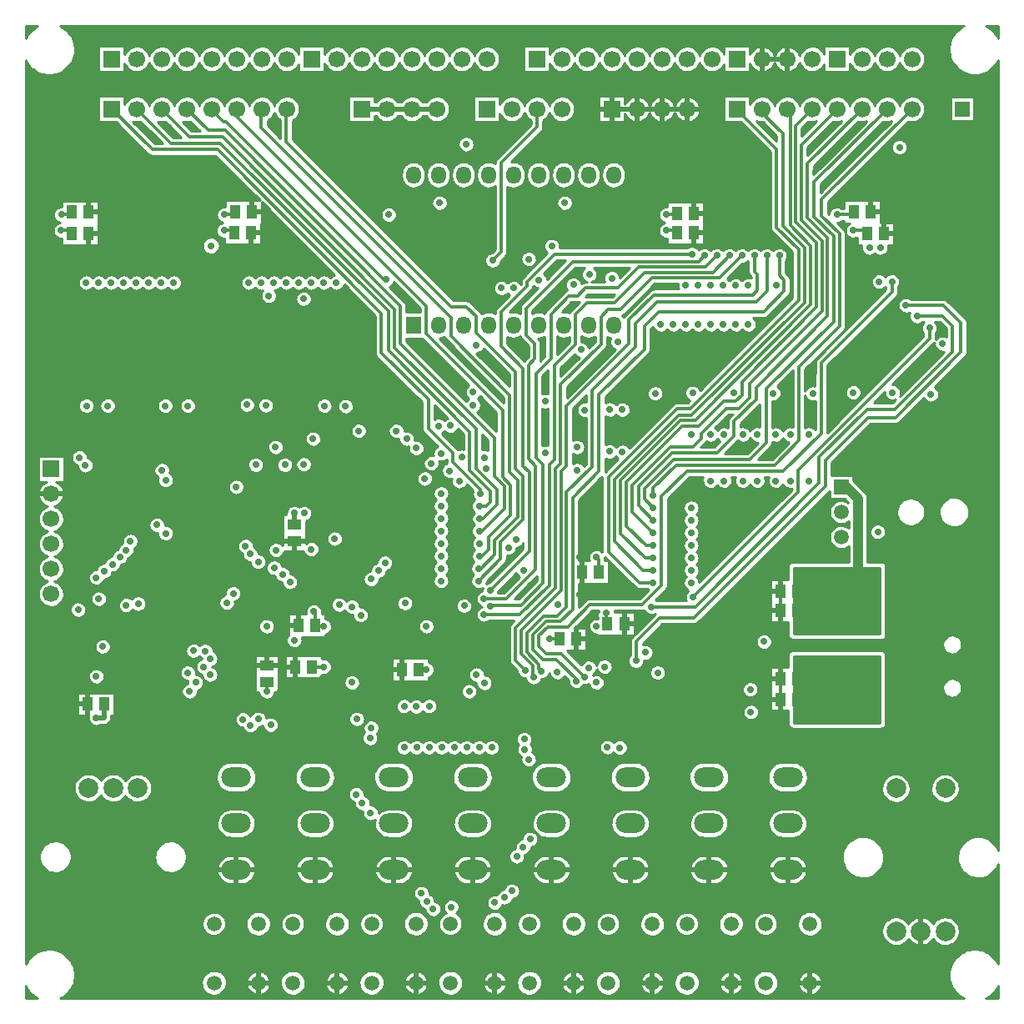
<source format=gbl>
G04 DipTrace 2.4.0.2*
%INProtolautav2.3.4.GBL*%
%MOMM*%
%ADD10C,0.25*%
%ADD13C,0.3*%
%ADD14C,0.5*%
%ADD15C,1.0*%
%ADD17R,1.7X1.7*%
%ADD18C,1.7*%
%ADD19C,1.5*%
%ADD20R,1.4X1.1*%
%ADD21R,1.1X1.4*%
%ADD26C,2.0*%
%ADD27R,1.5X1.5*%
%ADD32O,3.0X2.0*%
%ADD39R,1.5X1.8*%
%ADD40O,1.5X1.8*%
%ADD45C,0.705*%
%FSLAX53Y53*%
G04*
G71*
G90*
G75*
G01*
%LNBottom*%
%LPD*%
X72860Y90920D2*
D13*
X72820Y90880D1*
X76850Y86850D1*
Y78900D1*
X79100Y76650D1*
Y71500D1*
X68099Y60499D1*
X66749D1*
X59800Y53550D1*
Y45950D1*
X62940Y42810D1*
X64355D1*
X75400Y90920D2*
X75450Y90970D1*
Y90500D1*
X77500Y88450D1*
Y79050D1*
X79700Y76850D1*
Y71300D1*
X68250Y59850D1*
X66900D1*
X60400Y53350D1*
Y47005D1*
X63325Y44080D1*
X64335D1*
X77940Y90920D2*
X78250Y91230D1*
Y79100D1*
X80350Y77000D1*
Y71050D1*
X68600Y59300D1*
X67100D1*
X61050Y53250D1*
Y47850D1*
X63550Y45350D1*
X64355D1*
X80480Y90920D2*
X78800Y89240D1*
Y79450D1*
X80900Y77350D1*
Y70800D1*
X73350Y63250D1*
Y61900D1*
X72700Y61250D1*
X71500D1*
X68950Y58700D1*
X67300D1*
X61650Y53050D1*
Y48600D1*
X63630Y46620D1*
X64355D1*
X88580Y73420D2*
Y72330D1*
X81400Y65150D1*
Y58000D1*
X77550Y54150D1*
X67750D1*
X65205Y51605D1*
Y42600D1*
X63205Y40600D1*
X57900D1*
X55643Y38343D1*
X53643D1*
X52750Y37450D1*
Y36400D1*
X53500Y35650D1*
X55000D1*
X57400Y33250D1*
X90640Y90920D2*
X81450Y81730D1*
Y80100D1*
X83250Y78300D1*
Y68850D1*
X79150Y64750D1*
Y57250D1*
X76650Y54750D1*
X66650D1*
X64355Y52455D1*
Y51700D1*
X83020Y90920D2*
X79400Y87300D1*
Y79650D1*
X81500Y77550D1*
Y70450D1*
X74100Y63050D1*
Y61650D1*
X73000Y60550D1*
X71750D1*
X69200Y58000D1*
Y57500D1*
X68350Y56650D1*
X66100D1*
X62200Y52750D1*
Y50045D1*
X64355Y47890D1*
X90000Y71000D2*
X93800D1*
X95600Y69200D1*
Y66250D1*
X88950Y59600D1*
X86200D1*
X81850Y55250D1*
Y52650D1*
X68450Y39250D1*
X65000D1*
X62650Y36900D1*
Y34950D1*
X62600Y34900D1*
X91120Y69900D2*
X93700D1*
X94700Y68900D1*
Y66250D1*
X88900Y60450D1*
X86050D1*
X81200Y55600D1*
Y52950D1*
X68650Y40400D1*
X64155D1*
X92390Y68700D2*
Y67590D1*
X79050Y54250D1*
Y52050D1*
X68400Y41400D1*
X85560Y90920D2*
X80000Y85360D1*
Y79900D1*
X82050Y77850D1*
Y69900D1*
X74800Y62650D1*
Y61450D1*
X72550Y59200D1*
Y57750D1*
X70800Y56000D1*
X66250D1*
X62850Y52600D1*
Y50665D1*
X64315Y49200D1*
X88100Y90920D2*
X80700Y83520D1*
Y80000D1*
X82650Y78050D1*
Y69350D1*
X75800Y62500D1*
Y57050D1*
X74100Y55350D1*
X66450D1*
X63450Y52350D1*
Y51335D1*
X64355Y50430D1*
X77300Y42000D2*
Y40000D1*
Y33100D2*
Y31000D1*
X60160Y90920D2*
D14*
X62700D1*
X65240D1*
X67780D1*
X75400Y96000D2*
X77940D1*
X4250Y80200D2*
D13*
X5300D1*
Y80450D1*
X65700Y80200D2*
X66750D1*
Y80350D1*
X21900Y80500D2*
Y80250D1*
X20800D1*
Y80200D1*
X83000D2*
X84400D1*
X84700Y80500D1*
X34760Y90920D2*
D14*
X37300D1*
X39840D1*
X42380D1*
X48050Y75550D2*
D13*
X48900Y76400D1*
Y85450D1*
X52540Y89090D1*
Y90920D1*
X9360D2*
X13480Y86800D1*
X20150D1*
X36750Y70200D1*
Y66150D1*
X41500Y61400D1*
Y58500D1*
X44000Y56000D1*
Y55100D1*
X46800Y52300D1*
Y51850D1*
X11900Y90920D2*
X15370Y87450D1*
X20400D1*
X37450Y70400D1*
Y66400D1*
X45700Y58150D1*
Y54250D1*
X47800Y52150D1*
Y51050D1*
X47370Y50620D1*
X46665D1*
X14440Y90920D2*
X17260Y88100D1*
X20600D1*
X38100Y70600D1*
Y66700D1*
X46350Y58450D1*
Y54450D1*
X48500Y52300D1*
Y50785D1*
X47065Y49350D1*
X46715D1*
X16980Y90920D2*
X19150Y88750D1*
X20850D1*
X38650Y70950D1*
Y67100D1*
X48200Y57550D1*
Y53650D1*
X49250Y52600D1*
Y50350D1*
X46980Y48080D1*
X46695D1*
X19520Y90920D2*
Y90780D1*
X20700Y89600D1*
X21000D1*
X37000Y73600D1*
X37250D1*
X22060Y90920D2*
Y90840D1*
X22000Y90900D1*
Y90250D1*
X41300Y70950D1*
Y68100D1*
X49050Y60350D1*
Y53550D1*
X49850Y52750D1*
Y49700D1*
X47600Y47450D1*
Y46200D1*
X46940Y45540D1*
X46705D1*
X24600Y90920D2*
X24550Y90970D1*
Y89000D1*
X43800Y69750D1*
Y67850D1*
X49750Y61900D1*
Y54100D1*
X50600Y53250D1*
Y49500D1*
X48250Y47150D1*
Y45650D1*
X46870Y44270D1*
X46615D1*
X27140Y90920D2*
X27100Y90960D1*
Y87600D1*
X43835Y70865D1*
X45385D1*
X46350Y69900D1*
Y68250D1*
X50350Y64250D1*
Y54450D1*
X51150Y53650D1*
Y49250D1*
X48850Y46950D1*
Y45235D1*
X46615Y43000D1*
X68270Y76200D2*
X54350D1*
X51550Y73400D1*
Y72950D1*
X48900Y70300D1*
Y66850D1*
X51150Y64600D1*
Y54700D1*
X51750Y54100D1*
Y46000D1*
X47800Y42050D1*
X69540Y76050D2*
X68940Y75450D1*
X56200D1*
X51450Y70700D1*
Y67950D1*
X52300Y67100D1*
Y65550D1*
X51700Y64950D1*
Y55400D1*
X52400Y54700D1*
Y44200D1*
X49400Y41200D1*
X47150D1*
X70810Y76050D2*
X69660Y74900D1*
X62900D1*
X60750Y72750D1*
X57500D1*
X56700Y71950D1*
X55800D1*
X53950Y70100D1*
Y65550D1*
X52450Y64050D1*
Y55550D1*
X53150Y54850D1*
Y42800D1*
X50900Y40550D1*
X47900D1*
X47800Y40450D1*
X72080Y76050D2*
X70380Y74350D1*
X63500D1*
X60400Y71250D1*
X57600D1*
X56450Y70100D1*
Y67050D1*
X54300Y64900D1*
Y55350D1*
X53800Y54850D1*
Y42600D1*
X50800Y39600D1*
X47150D1*
X73350Y76050D2*
X71100Y73800D1*
X64250D1*
X61000Y70550D1*
X59750D1*
X59050Y69850D1*
Y67050D1*
X54950Y62950D1*
Y54950D1*
X54400Y54400D1*
Y42300D1*
X50350Y38250D1*
Y34950D1*
X51350Y33950D1*
X74620Y76050D2*
Y74430D1*
X74900Y74150D1*
Y72500D1*
X74450Y72050D1*
X64400D1*
X61900Y69550D1*
Y67100D1*
X55550Y60750D1*
Y54700D1*
X55000Y54150D1*
Y42050D1*
X50900Y37950D1*
Y35650D1*
X52100Y34450D1*
Y33150D1*
X52200Y33250D1*
X75890Y76050D2*
Y72440D1*
X74800Y71350D1*
X64750D1*
X62550Y69150D1*
Y66750D1*
X58150Y62350D1*
Y54600D1*
X55550Y52000D1*
Y40400D1*
X54600Y39450D1*
X53200D1*
X51500Y37750D1*
Y35800D1*
X52750Y34550D1*
Y34100D1*
X53000Y33850D1*
X77160Y76050D2*
Y74040D1*
X77650Y73550D1*
Y72450D1*
X75550Y70350D1*
X64950D1*
X63450Y68850D1*
Y66550D1*
X58850Y61950D1*
Y54150D1*
X56150Y51450D1*
Y40100D1*
X54950Y38900D1*
X53450D1*
X52100Y37550D1*
Y36050D1*
X53100Y35050D1*
X54500D1*
X56500Y33050D1*
Y32900D1*
X56550Y32850D1*
X53800Y37100D2*
X54800D1*
X59600Y39800D2*
Y38650D1*
X59700D1*
X58600Y45400D2*
X58800Y45200D1*
Y43900D1*
X25100Y31800D2*
Y32700D1*
X29900Y39900D2*
X30000Y39800D1*
Y38500D1*
X30900Y34300D2*
X29700D1*
X41300Y34000D2*
D14*
X40500D1*
X20766Y78600D2*
D13*
X21550D1*
X21800Y78350D1*
X4230Y78600D2*
X5000D1*
X5300Y78300D1*
X66800Y78350D2*
Y78600D1*
X65700D1*
X84650D2*
X85700D1*
X86050Y78250D1*
X8600Y30500D2*
D14*
Y29100D1*
X7800D1*
X27905Y49887D2*
X27900Y49882D1*
Y48750D1*
X83440Y52540D2*
D15*
X83960D1*
X85150Y51350D1*
Y43600D1*
X85050Y43500D1*
X83000D1*
D45*
X64355Y42810D3*
X64335Y44080D3*
X64355Y45350D3*
Y46620D3*
X88580Y73420D3*
X57400Y33250D3*
X89350Y87050D3*
X64355Y51700D3*
Y47890D3*
X90000Y71000D3*
X62600Y34900D3*
X91120Y69900D3*
X64155Y40400D3*
X92390Y68700D3*
X68400Y41400D3*
X64315Y49200D3*
X39150Y40750D3*
X21050Y40800D3*
X45150Y40500D3*
X49650Y46400D3*
X39150Y40750D3*
X51700Y75700D3*
X86300Y76850D3*
X64355Y50430D3*
X6100Y55550D3*
X42805Y55950D3*
Y51890D3*
X41800Y54950D3*
X6700Y54750D3*
X14450Y54250D3*
X43650Y54200D3*
X42805Y49350D3*
X14850Y53250D3*
X41150Y53400D3*
X42805Y48080D3*
X22000Y52550D3*
X44650Y53150D3*
X42805Y46810D3*
X26000Y56600D3*
X40300Y56500D3*
X42805Y45540D3*
X29800Y57450D3*
X39300D3*
X42805Y44270D3*
X34450Y58250D3*
X38250D3*
X42805Y43000D3*
X25300Y71950D3*
X24000Y54800D3*
X26955D3*
X48950Y72750D3*
X25300Y71950D3*
X52750Y73550D3*
X28850Y71650D3*
Y54850D3*
X76850Y73000D3*
X52750Y73550D3*
X26045Y46145D3*
X28900Y49900D3*
X54600Y33750D3*
X29635Y46235D3*
X57000Y66500D3*
X93700Y67100D3*
X83000Y80200D3*
X4250D3*
X65700D3*
X37500D3*
X20800D3*
X83000D3*
X4250D3*
X20800D3*
X65700D3*
X83000D3*
X47200Y32650D3*
X17250Y31800D3*
X13950Y48700D3*
X17250Y31800D3*
X45650D3*
X33750Y32700D3*
X17100Y33700D3*
X14850Y47850D3*
X63550Y35750D3*
X19350Y33500D3*
X46400D3*
X17900Y32700D3*
X56600Y56600D3*
X59400Y34300D3*
X42550Y58750D3*
X45350Y87350D3*
X56600Y56600D3*
X61210Y56110D3*
X58600Y32700D3*
X43775Y58775D3*
X48050Y75550D3*
X61210Y56110D3*
X59900Y56150D3*
X57800Y34200D3*
X60750Y67300D3*
X46350Y66950D3*
X59900Y56150D3*
X46800Y51850D3*
X46665Y50620D3*
X46715Y49350D3*
X46695Y48080D3*
X37250Y73600D3*
X46725Y46810D3*
X46705Y45540D3*
X46615Y44270D3*
Y43000D3*
X33750Y40400D3*
X34800Y20450D3*
X55350Y81400D3*
X42650D3*
X67650Y73000D3*
X56250Y73100D3*
X68920Y73000D3*
X50200Y72750D3*
X70190Y73000D3*
X71460D3*
X72730D3*
X60150Y73750D3*
X74000Y73000D3*
X57850Y74150D3*
X42865Y26100D3*
X45405D3*
X48250Y10350D3*
D3*
X46675Y26100D3*
X49250Y10900D3*
D3*
X47945Y26100D3*
X50000Y11550D3*
D3*
X80150Y57880D3*
X74000Y69050D3*
X78250Y57880D3*
X72730Y69050D3*
X76800Y57880D3*
X71460Y69050D3*
X74900Y57880D3*
X70190Y69050D3*
X73450Y57880D3*
X68920Y69050D3*
X71550Y57880D3*
X67650Y69050D3*
X70150Y57880D3*
X66380Y69050D3*
X68250Y57880D3*
X65110Y69050D3*
X80150Y53180D3*
X68205Y42810D3*
X35650Y19450D3*
X32450Y40600D3*
X34650Y39550D3*
X34200Y21350D3*
X51700Y24900D3*
X51850Y16800D3*
X34250Y29000D3*
X35700Y43200D3*
X51700Y24900D3*
X51300Y25900D3*
X51150Y16000D3*
X35600Y27050D3*
X36450Y44050D3*
X51300Y25900D3*
X40300Y30250D3*
X59675Y26120D3*
X39050Y30300D3*
X60945Y26090D3*
X51250Y26950D3*
X50500Y15050D3*
X35700Y28100D3*
X37100Y44850D3*
X51250Y26950D3*
X68350Y62100D3*
X64550Y62050D3*
X6800Y60800D3*
X41595Y26100D3*
X42000Y9700D3*
X40325Y26100D3*
X41350Y10450D3*
X72500Y62150D3*
X14800Y60800D3*
X76550Y62050D3*
X17100Y60800D3*
X80550Y62050D3*
X23100Y60900D3*
X84650Y62150D3*
X25000Y60838D3*
X88650Y62150D3*
X30950Y60800D3*
X92550Y61950D3*
X33100Y60751D3*
X78250Y53180D3*
X68205Y44080D3*
X76800Y53180D3*
X68205Y45350D3*
X74900Y53180D3*
X68205Y46620D3*
X73450Y53180D3*
X68205Y47890D3*
X71550Y53180D3*
X68205Y49160D3*
X70150Y53180D3*
X68205Y50430D3*
X44135Y26100D3*
X43850Y9900D3*
D3*
X39055Y26100D3*
X40800Y11300D3*
X53400Y61250D3*
Y56000D3*
X57400Y60378D3*
X46050Y62200D3*
X44900Y55600D3*
X61210Y60401D3*
X46050Y60850D3*
X47200Y55550D3*
X59940Y60420D3*
X17675Y35925D3*
X23270Y73300D3*
X18850Y35900D3*
X24540Y73300D3*
X19350Y35100D3*
X25810Y73300D3*
X18700Y34300D3*
X27080Y73300D3*
X22700Y28950D3*
X28350Y73300D3*
X23450Y28350D3*
X29620Y73300D3*
X24250Y29000D3*
X30890Y73300D3*
X25500Y28400D3*
X32160Y73300D3*
X68270Y76200D3*
X47800Y42050D3*
X69540Y76050D3*
X47150Y41200D3*
X70810Y76050D3*
X47800Y40450D3*
X72080Y76050D3*
X47150Y39600D3*
X73350Y76050D3*
X51350Y33950D3*
X74620Y76050D3*
X52200Y33250D3*
X75890Y76050D3*
X53000Y33850D3*
X77160Y76050D3*
X56550Y32850D3*
X87300Y73400D3*
X77160Y76050D3*
X74210Y32000D3*
X75600Y36848D3*
X53800Y37100D3*
X59600Y39800D3*
X58600Y45400D3*
X25100Y31800D3*
Y38400D3*
Y31800D3*
X75600Y36848D3*
X58600Y45400D3*
Y38400D3*
X29900Y39900D3*
X30900Y34300D3*
X59600Y39800D3*
X29900Y39900D3*
X30900Y34300D3*
Y38400D3*
X53800Y37100D3*
X41300Y34000D3*
D3*
Y38400D3*
X5950Y40100D3*
X25100Y38400D3*
X87150Y48000D3*
X84650Y78600D3*
X4230D3*
X20766D3*
D3*
X4230D3*
X65700D3*
X84650D3*
X65700D3*
X84650D3*
X41600Y30300D3*
X41300Y34000D3*
X8450Y36350D3*
X74257Y29700D3*
X7800Y29100D3*
Y33322D3*
X27905Y49887D3*
X27900Y37000D3*
X32000Y47300D3*
X27905Y49887D3*
X7800Y29100D3*
X27905Y49887D3*
X56600Y54250D3*
X64806Y33700D3*
X74257Y29700D3*
D3*
X21700Y41750D3*
X51200Y44100D3*
X50400Y47200D3*
X54050Y77000D3*
X87400Y76850D3*
X8050Y41200D3*
X21700Y41750D3*
X6770Y73300D3*
X7800Y43350D3*
X27450Y42900D3*
X8040Y73300D3*
X8600Y44000D3*
X26700Y43700D3*
X9310Y73300D3*
X9450Y44700D3*
X25850Y44350D3*
X24250Y44950D3*
X10200Y45450D3*
X10580Y73300D3*
X23450Y45750D3*
X10850Y46150D3*
X11850Y73300D3*
X22950Y46550D3*
X11250Y47050D3*
X13120Y73300D3*
X12050Y40700D3*
X14390Y73300D3*
X10850Y40550D3*
X15660Y73300D3*
X87000Y44000D3*
Y38000D3*
X79000D3*
Y44000D3*
X83000Y43500D3*
Y38500D3*
X86000Y41000D3*
X79000D3*
Y35000D3*
X83000Y34500D3*
X87000Y35000D3*
X86000Y32000D3*
X87000Y29000D3*
X83000Y29500D3*
X79000Y29000D3*
Y32000D3*
X8950Y60800D3*
X42805Y50620D3*
X51850Y42550D3*
X64550Y30700D3*
X63150Y39700D3*
X22250Y37500D3*
X30800Y33200D3*
X26450Y31800D3*
X16400Y26500D3*
X4550Y24900D3*
X69300Y26600D3*
X24800Y47300D3*
X3000Y30300D3*
X6500Y32800D3*
X56900Y41650D3*
X54650Y40600D3*
X56900Y45400D3*
X26650Y35900D3*
X98000Y34000D3*
X92000Y2000D3*
X98000Y8000D3*
X26650Y39700D3*
X37250Y47400D3*
X47400Y54450D3*
X56600Y55250D3*
X33650Y69600D3*
X19450Y77050D3*
X94950Y58550D3*
X92450Y55900D3*
X97300Y56000D3*
X95000Y53400D3*
X77900Y47000D3*
X92850Y80100D3*
X40800Y77100D3*
X51450Y66300D3*
X44250Y41250D3*
X30000Y43300D3*
X96100Y88200D3*
X1800Y71400D3*
X59550Y93350D3*
X78650Y44128D2*
D10*
X87350D1*
X78650Y43882D2*
X87350D1*
X78650Y43635D2*
X87350D1*
X78650Y43388D2*
X87350D1*
X78650Y43142D2*
X87350D1*
X78650Y42895D2*
X87350D1*
X78650Y42648D2*
X87350D1*
X78650Y42402D2*
X87350D1*
X78650Y42155D2*
X87350D1*
X78650Y41908D2*
X87350D1*
X78650Y41662D2*
X87350D1*
X78650Y41415D2*
X87350D1*
X78650Y41168D2*
X87350D1*
X78650Y40922D2*
X87350D1*
X78650Y40675D2*
X87350D1*
X78650Y40428D2*
X87350D1*
X78650Y40182D2*
X87350D1*
X78650Y39935D2*
X87350D1*
X78650Y39688D2*
X87350D1*
X78650Y39442D2*
X87350D1*
X78650Y39195D2*
X87350D1*
X78650Y38948D2*
X87350D1*
X78650Y38702D2*
X87350D1*
X78650Y38455D2*
X87350D1*
X78650Y38208D2*
X87350D1*
X78650Y37962D2*
X87350D1*
X78650Y37715D2*
X87350D1*
X87250Y44375D2*
X78625D1*
Y37625D1*
X87375D1*
Y44375D1*
X87250D1*
X78650Y35128D2*
X87350D1*
X78650Y34882D2*
X87350D1*
X78650Y34635D2*
X87350D1*
X78650Y34388D2*
X87350D1*
X78650Y34142D2*
X87350D1*
X78650Y33895D2*
X87350D1*
X78650Y33648D2*
X87350D1*
X78650Y33402D2*
X87350D1*
X78650Y33155D2*
X87350D1*
X78650Y32908D2*
X87350D1*
X78650Y32662D2*
X87350D1*
X78650Y32415D2*
X87350D1*
X78650Y32168D2*
X87350D1*
X78650Y31922D2*
X87350D1*
X78650Y31675D2*
X87350D1*
X78650Y31428D2*
X87350D1*
X78650Y31182D2*
X87350D1*
X78650Y30935D2*
X87350D1*
X78650Y30688D2*
X87350D1*
X78650Y30442D2*
X87350D1*
X78650Y30195D2*
X87350D1*
X78650Y29948D2*
X87350D1*
X78650Y29702D2*
X87350D1*
X78650Y29455D2*
X87350D1*
X78650Y29208D2*
X87350D1*
X78650Y28962D2*
X87350D1*
X78650Y28715D2*
X87350D1*
X87250Y35375D2*
X78625D1*
Y28625D1*
X87375D1*
Y35375D1*
X87250D1*
X650Y99128D2*
X1434D1*
X4566D2*
X95434D1*
X98566D2*
X99350D1*
X650Y98882D2*
X1141D1*
X4859D2*
X95141D1*
X98859D2*
X99350D1*
X650Y98635D2*
X918D1*
X5082D2*
X94918D1*
X99082D2*
X99350D1*
X650Y98388D2*
X743D1*
X5257D2*
X94743D1*
X99257D2*
X99350D1*
X5390Y98142D2*
X94610D1*
X5496Y97895D2*
X94504D1*
X5570Y97648D2*
X94430D1*
X5621Y97402D2*
X94379D1*
X5648Y97155D2*
X8020D1*
X10699D2*
X11246D1*
X12554D2*
X13786D1*
X15093D2*
X16329D1*
X17632D2*
X18868D1*
X20171D2*
X21407D1*
X22714D2*
X23946D1*
X25254D2*
X26489D1*
X27793D2*
X28340D1*
X31019D2*
X31567D1*
X32875D2*
X34106D1*
X35414D2*
X36649D1*
X37953D2*
X39188D1*
X40492D2*
X41727D1*
X43035D2*
X44266D1*
X45574D2*
X46809D1*
X48113D2*
X51200D1*
X53879D2*
X54426D1*
X55734D2*
X56965D1*
X58273D2*
X59508D1*
X60812D2*
X62047D1*
X63351D2*
X64586D1*
X65894D2*
X67125D1*
X68433D2*
X69668D1*
X70972D2*
X71520D1*
X74199D2*
X74746D1*
X76054D2*
X77286D1*
X78593D2*
X79829D1*
X81132D2*
X81680D1*
X84359D2*
X84907D1*
X86214D2*
X87446D1*
X88754D2*
X89989D1*
X91293D2*
X94352D1*
X5652Y96908D2*
X8020D1*
X10699D2*
X10926D1*
X12875D2*
X13465D1*
X15414D2*
X16004D1*
X17957D2*
X18543D1*
X20496D2*
X21086D1*
X23035D2*
X23625D1*
X25574D2*
X26164D1*
X28117D2*
X28340D1*
X31019D2*
X31246D1*
X33195D2*
X33786D1*
X35734D2*
X36325D1*
X38277D2*
X38864D1*
X40816D2*
X41403D1*
X43355D2*
X43946D1*
X45894D2*
X46485D1*
X48437D2*
X51200D1*
X53879D2*
X54106D1*
X56054D2*
X56645D1*
X58597D2*
X59184D1*
X61136D2*
X61723D1*
X63675D2*
X64266D1*
X66214D2*
X66805D1*
X68754D2*
X69344D1*
X71296D2*
X71520D1*
X74199D2*
X74426D1*
X76375D2*
X76965D1*
X78914D2*
X79504D1*
X81457D2*
X81680D1*
X84359D2*
X84586D1*
X86535D2*
X87125D1*
X89074D2*
X89664D1*
X91617D2*
X94348D1*
X5632Y96662D2*
X8020D1*
X13062D2*
X13278D1*
X15601D2*
X15821D1*
X18140D2*
X18360D1*
X20679D2*
X20899D1*
X23222D2*
X23438D1*
X25761D2*
X25981D1*
X33382D2*
X33598D1*
X35921D2*
X36137D1*
X38461D2*
X38680D1*
X41000D2*
X41219D1*
X43543D2*
X43758D1*
X46082D2*
X46297D1*
X48621D2*
X51200D1*
X56242D2*
X56457D1*
X58781D2*
X59000D1*
X61320D2*
X61539D1*
X63863D2*
X64079D1*
X66402D2*
X66618D1*
X68941D2*
X69161D1*
X76562D2*
X76778D1*
X79101D2*
X79321D1*
X86722D2*
X86938D1*
X89261D2*
X89481D1*
X91800D2*
X94368D1*
X5586Y96415D2*
X8020D1*
X48734D2*
X51200D1*
X91914D2*
X94414D1*
X5519Y96168D2*
X8020D1*
X48789D2*
X51200D1*
X91968D2*
X94481D1*
X5421Y95922D2*
X8020D1*
X48796D2*
X51200D1*
X91976D2*
X94579D1*
X5293Y95675D2*
X8020D1*
X48757D2*
X51200D1*
X91937D2*
X94707D1*
X650Y95428D2*
X868D1*
X5132D2*
X8020D1*
X13109D2*
X13231D1*
X15648D2*
X15770D1*
X18187D2*
X18313D1*
X20730D2*
X20852D1*
X23269D2*
X23391D1*
X25808D2*
X25931D1*
X33429D2*
X33548D1*
X35968D2*
X36091D1*
X38507D2*
X38629D1*
X41050D2*
X41172D1*
X43589D2*
X43711D1*
X46129D2*
X46250D1*
X48668D2*
X51200D1*
X56289D2*
X56412D1*
X58828D2*
X58953D1*
X61371D2*
X61493D1*
X63910D2*
X64029D1*
X66449D2*
X66572D1*
X68988D2*
X69110D1*
X76609D2*
X76731D1*
X79148D2*
X79270D1*
X86769D2*
X86891D1*
X89308D2*
X89431D1*
X91847D2*
X94868D1*
X99132D2*
X99350D1*
X650Y95182D2*
X1079D1*
X4921D2*
X8020D1*
X10699D2*
X10847D1*
X12953D2*
X13387D1*
X15496D2*
X15926D1*
X18035D2*
X18465D1*
X20574D2*
X21004D1*
X23113D2*
X23547D1*
X25656D2*
X26086D1*
X28195D2*
X28340D1*
X31019D2*
X31164D1*
X33273D2*
X33707D1*
X35812D2*
X36246D1*
X38355D2*
X38786D1*
X40894D2*
X41325D1*
X43433D2*
X43868D1*
X45972D2*
X46407D1*
X48515D2*
X51200D1*
X53879D2*
X54028D1*
X56132D2*
X56567D1*
X58675D2*
X59106D1*
X61214D2*
X61645D1*
X63754D2*
X64188D1*
X66293D2*
X66727D1*
X68836D2*
X69266D1*
X71375D2*
X71520D1*
X74199D2*
X74347D1*
X76453D2*
X76887D1*
X78996D2*
X79426D1*
X81535D2*
X81684D1*
X84359D2*
X84504D1*
X86613D2*
X87047D1*
X89156D2*
X89586D1*
X91695D2*
X95079D1*
X98921D2*
X99350D1*
X650Y94935D2*
X1348D1*
X4652D2*
X8020D1*
X10699D2*
X11106D1*
X12695D2*
X13645D1*
X15234D2*
X16184D1*
X17777D2*
X18723D1*
X20316D2*
X21266D1*
X22855D2*
X23805D1*
X25394D2*
X26344D1*
X27937D2*
X28340D1*
X31019D2*
X31422D1*
X33015D2*
X33965D1*
X35554D2*
X36504D1*
X38097D2*
X39043D1*
X40636D2*
X41582D1*
X43175D2*
X44125D1*
X45714D2*
X46664D1*
X48257D2*
X51200D1*
X53879D2*
X54286D1*
X55875D2*
X56825D1*
X58418D2*
X59364D1*
X60957D2*
X61903D1*
X63496D2*
X64446D1*
X66035D2*
X66985D1*
X68578D2*
X69524D1*
X71117D2*
X71520D1*
X74199D2*
X74606D1*
X76195D2*
X77145D1*
X78734D2*
X79684D1*
X81277D2*
X81680D1*
X84359D2*
X84766D1*
X86355D2*
X87305D1*
X88894D2*
X89844D1*
X91437D2*
X95348D1*
X98652D2*
X99350D1*
X650Y94688D2*
X1723D1*
X4277D2*
X8020D1*
X10699D2*
X11786D1*
X12016D2*
X14325D1*
X14554D2*
X16868D1*
X17096D2*
X19407D1*
X19635D2*
X21946D1*
X22175D2*
X24485D1*
X24711D2*
X27028D1*
X27253D2*
X28340D1*
X31019D2*
X32106D1*
X32335D2*
X34645D1*
X34871D2*
X37188D1*
X37414D2*
X39727D1*
X39951D2*
X42266D1*
X42496D2*
X44805D1*
X45035D2*
X47348D1*
X47574D2*
X51200D1*
X53879D2*
X54965D1*
X55195D2*
X57504D1*
X57737D2*
X60047D1*
X60272D2*
X62586D1*
X62812D2*
X65125D1*
X65354D2*
X67664D1*
X67891D2*
X70207D1*
X70433D2*
X71520D1*
X74199D2*
X75286D1*
X75516D2*
X77825D1*
X78054D2*
X80368D1*
X80596D2*
X81680D1*
X84359D2*
X85446D1*
X85675D2*
X87985D1*
X88211D2*
X90528D1*
X90753D2*
X95723D1*
X98277D2*
X99350D1*
X650Y94442D2*
X2375D1*
X3625D2*
X96375D1*
X97625D2*
X99350D1*
X650Y94195D2*
X99350D1*
X650Y93948D2*
X99350D1*
X650Y93702D2*
X99350D1*
X650Y93455D2*
X99350D1*
X650Y93208D2*
X99350D1*
X650Y92962D2*
X99350D1*
X650Y92715D2*
X99350D1*
X650Y92468D2*
X99350D1*
X650Y92222D2*
X8020D1*
X10699D2*
X11692D1*
X12109D2*
X14231D1*
X14648D2*
X16770D1*
X17191D2*
X19309D1*
X19730D2*
X21852D1*
X22269D2*
X24391D1*
X24808D2*
X26930D1*
X27351D2*
X33422D1*
X36101D2*
X37090D1*
X37511D2*
X39629D1*
X40050D2*
X42172D1*
X42589D2*
X46121D1*
X48800D2*
X49789D1*
X50211D2*
X52332D1*
X52750D2*
X54871D1*
X55289D2*
X58821D1*
X61500D2*
X62489D1*
X62910D2*
X65032D1*
X65449D2*
X67571D1*
X67988D2*
X71520D1*
X74199D2*
X75192D1*
X75609D2*
X77731D1*
X78148D2*
X80270D1*
X80691D2*
X82809D1*
X83230D2*
X85352D1*
X85769D2*
X87891D1*
X88308D2*
X90430D1*
X90851D2*
X99350D1*
X650Y91975D2*
X8020D1*
X10699D2*
X11090D1*
X12711D2*
X13629D1*
X15250D2*
X16172D1*
X17789D2*
X18711D1*
X20328D2*
X21250D1*
X22871D2*
X23789D1*
X25410D2*
X26332D1*
X27949D2*
X33422D1*
X36101D2*
X36489D1*
X38109D2*
X39032D1*
X40648D2*
X41571D1*
X43191D2*
X46121D1*
X48800D2*
X49192D1*
X50808D2*
X51731D1*
X53351D2*
X54270D1*
X55890D2*
X58821D1*
X61500D2*
X61891D1*
X63511D2*
X64430D1*
X66050D2*
X66969D1*
X68589D2*
X71520D1*
X74199D2*
X74590D1*
X76211D2*
X77129D1*
X78750D2*
X79672D1*
X81289D2*
X82211D1*
X83828D2*
X84750D1*
X86371D2*
X87289D1*
X88910D2*
X89832D1*
X91449D2*
X94481D1*
X96961D2*
X99350D1*
X650Y91728D2*
X8020D1*
X10699D2*
X10841D1*
X12961D2*
X13379D1*
X15504D2*
X15918D1*
X18043D2*
X18457D1*
X20582D2*
X20996D1*
X23121D2*
X23539D1*
X25664D2*
X26079D1*
X28203D2*
X33422D1*
X36101D2*
X36239D1*
X38363D2*
X38778D1*
X40902D2*
X41317D1*
X43441D2*
X46121D1*
X48800D2*
X48936D1*
X51062D2*
X51477D1*
X53601D2*
X54020D1*
X56140D2*
X58821D1*
X61500D2*
X61637D1*
X63761D2*
X64180D1*
X66300D2*
X66719D1*
X68843D2*
X71520D1*
X74199D2*
X74341D1*
X76461D2*
X76879D1*
X79004D2*
X79418D1*
X81543D2*
X81957D1*
X84082D2*
X84496D1*
X86621D2*
X87039D1*
X89164D2*
X89579D1*
X91703D2*
X94481D1*
X96961D2*
X99350D1*
X650Y91482D2*
X8020D1*
X13113D2*
X13227D1*
X15652D2*
X15769D1*
X18195D2*
X18308D1*
X20734D2*
X20847D1*
X23273D2*
X23387D1*
X25812D2*
X25925D1*
X28355D2*
X33422D1*
X43593D2*
X46121D1*
X51214D2*
X51324D1*
X53754D2*
X53868D1*
X56293D2*
X58821D1*
X63914D2*
X64030D1*
X66453D2*
X66566D1*
X68992D2*
X71520D1*
X76613D2*
X76727D1*
X79152D2*
X79269D1*
X81695D2*
X81808D1*
X84234D2*
X84347D1*
X86773D2*
X86887D1*
X89312D2*
X89425D1*
X91855D2*
X94481D1*
X96961D2*
X99350D1*
X650Y91235D2*
X8020D1*
X28441D2*
X33422D1*
X43683D2*
X46121D1*
X56382D2*
X58821D1*
X69082D2*
X71520D1*
X91941D2*
X94481D1*
X96961D2*
X99350D1*
X650Y90988D2*
X8020D1*
X28476D2*
X33422D1*
X43718D2*
X46121D1*
X56418D2*
X58821D1*
X69117D2*
X71520D1*
X91976D2*
X94481D1*
X96961D2*
X99350D1*
X650Y90742D2*
X8020D1*
X28468D2*
X33422D1*
X43707D2*
X46121D1*
X56406D2*
X58821D1*
X69109D2*
X71520D1*
X91968D2*
X94481D1*
X96961D2*
X99350D1*
X650Y90495D2*
X8020D1*
X28410D2*
X33422D1*
X43648D2*
X46121D1*
X56347D2*
X58821D1*
X69050D2*
X71520D1*
X91910D2*
X94481D1*
X96961D2*
X99350D1*
X650Y90248D2*
X8020D1*
X25754D2*
X25985D1*
X28296D2*
X33422D1*
X43535D2*
X46121D1*
X51156D2*
X51383D1*
X53695D2*
X53926D1*
X56234D2*
X58821D1*
X63855D2*
X64086D1*
X66394D2*
X66625D1*
X68933D2*
X71520D1*
X91796D2*
X94481D1*
X96961D2*
X99350D1*
X650Y90002D2*
X8020D1*
X25566D2*
X26176D1*
X28105D2*
X33422D1*
X36101D2*
X36332D1*
X38265D2*
X38875D1*
X40804D2*
X41414D1*
X43347D2*
X46121D1*
X48800D2*
X49036D1*
X50964D2*
X51575D1*
X53507D2*
X54114D1*
X56046D2*
X58821D1*
X61500D2*
X61735D1*
X63668D2*
X64274D1*
X66207D2*
X66813D1*
X68746D2*
X71520D1*
X91605D2*
X94481D1*
X96961D2*
X99350D1*
X650Y89755D2*
X8020D1*
X25234D2*
X26461D1*
X27773D2*
X33422D1*
X36101D2*
X36664D1*
X37933D2*
X39207D1*
X40472D2*
X41746D1*
X43015D2*
X46121D1*
X48800D2*
X49368D1*
X50632D2*
X51899D1*
X53179D2*
X54446D1*
X55714D2*
X58821D1*
X61500D2*
X62067D1*
X63336D2*
X64606D1*
X65875D2*
X67145D1*
X68414D2*
X71520D1*
X91273D2*
X94481D1*
X96961D2*
X99350D1*
X650Y89508D2*
X9879D1*
X11668D2*
X12418D1*
X14207D2*
X14957D1*
X16746D2*
X17496D1*
X25191D2*
X26461D1*
X27738D2*
X51899D1*
X53179D2*
X73297D1*
X75086D2*
X75547D1*
X79964D2*
X80715D1*
X82504D2*
X83254D1*
X85043D2*
X85793D1*
X87582D2*
X88332D1*
X90121D2*
X99350D1*
X650Y89262D2*
X10125D1*
X11914D2*
X12664D1*
X14453D2*
X15204D1*
X16992D2*
X17743D1*
X25191D2*
X26461D1*
X27738D2*
X51817D1*
X53179D2*
X73543D1*
X75332D2*
X75793D1*
X79714D2*
X80469D1*
X82257D2*
X83008D1*
X84796D2*
X85547D1*
X87336D2*
X88086D1*
X89875D2*
X99350D1*
X650Y89015D2*
X10371D1*
X12160D2*
X12911D1*
X14699D2*
X15450D1*
X17238D2*
X17993D1*
X25429D2*
X26461D1*
X27738D2*
X51571D1*
X53175D2*
X73789D1*
X75578D2*
X76039D1*
X79468D2*
X80219D1*
X82007D2*
X82762D1*
X84550D2*
X85301D1*
X87089D2*
X87840D1*
X89629D2*
X99350D1*
X650Y88768D2*
X10618D1*
X12406D2*
X13157D1*
X14945D2*
X15696D1*
X17484D2*
X18239D1*
X25675D2*
X26461D1*
X27738D2*
X51325D1*
X53089D2*
X74036D1*
X75828D2*
X76286D1*
X79441D2*
X79973D1*
X81761D2*
X82516D1*
X84304D2*
X85055D1*
X86843D2*
X87594D1*
X89382D2*
X99350D1*
X650Y88522D2*
X10864D1*
X12652D2*
X13403D1*
X15191D2*
X15946D1*
X25921D2*
X26461D1*
X27738D2*
X51079D1*
X52867D2*
X74286D1*
X76074D2*
X76536D1*
X79441D2*
X79727D1*
X81515D2*
X82266D1*
X84054D2*
X84809D1*
X86597D2*
X87348D1*
X89136D2*
X99350D1*
X650Y88275D2*
X11110D1*
X12898D2*
X13649D1*
X15441D2*
X16192D1*
X26168D2*
X26461D1*
X27738D2*
X50832D1*
X52621D2*
X74532D1*
X76320D2*
X76782D1*
X81269D2*
X82020D1*
X83808D2*
X84559D1*
X86351D2*
X87102D1*
X88890D2*
X99350D1*
X650Y88028D2*
X11356D1*
X13144D2*
X13899D1*
X27738D2*
X44868D1*
X45832D2*
X50582D1*
X52371D2*
X74778D1*
X76566D2*
X76860D1*
X81023D2*
X81774D1*
X83562D2*
X84313D1*
X86101D2*
X86856D1*
X88644D2*
X99350D1*
X650Y87782D2*
X11606D1*
X13394D2*
X14145D1*
X27812D2*
X44629D1*
X46070D2*
X50336D1*
X52125D2*
X75024D1*
X80777D2*
X81528D1*
X83316D2*
X84067D1*
X85855D2*
X86606D1*
X88394D2*
X88961D1*
X89738D2*
X99350D1*
X650Y87535D2*
X11852D1*
X13640D2*
X14391D1*
X28058D2*
X44528D1*
X46171D2*
X50090D1*
X51879D2*
X75270D1*
X80531D2*
X81282D1*
X83070D2*
X83821D1*
X85609D2*
X86360D1*
X88148D2*
X88668D1*
X90031D2*
X99350D1*
X650Y87288D2*
X12098D1*
X28304D2*
X44512D1*
X46191D2*
X49844D1*
X51632D2*
X75516D1*
X80281D2*
X81036D1*
X82824D2*
X83575D1*
X85363D2*
X86114D1*
X87902D2*
X88543D1*
X90156D2*
X99350D1*
X650Y87042D2*
X12344D1*
X28554D2*
X44567D1*
X46132D2*
X49598D1*
X51386D2*
X75766D1*
X80039D2*
X80786D1*
X82578D2*
X83329D1*
X85117D2*
X85868D1*
X87656D2*
X88508D1*
X90191D2*
X99350D1*
X650Y86795D2*
X12590D1*
X28800D2*
X44727D1*
X45976D2*
X49352D1*
X51140D2*
X76012D1*
X80039D2*
X80539D1*
X82328D2*
X83082D1*
X84871D2*
X85621D1*
X87410D2*
X88547D1*
X90152D2*
X99350D1*
X650Y86548D2*
X12836D1*
X29046D2*
X45168D1*
X45535D2*
X49106D1*
X50894D2*
X76211D1*
X80039D2*
X80293D1*
X82082D2*
X82832D1*
X84621D2*
X85375D1*
X87164D2*
X88680D1*
X90019D2*
X99350D1*
X650Y86302D2*
X13094D1*
X29293D2*
X48856D1*
X50644D2*
X76211D1*
X81836D2*
X82586D1*
X84375D2*
X85129D1*
X86918D2*
X88996D1*
X89703D2*
X99350D1*
X650Y86055D2*
X20000D1*
X29539D2*
X48610D1*
X50398D2*
X76211D1*
X81589D2*
X82340D1*
X84129D2*
X84879D1*
X86668D2*
X99350D1*
X650Y85808D2*
X20246D1*
X29785D2*
X48375D1*
X50152D2*
X76211D1*
X81343D2*
X82094D1*
X83882D2*
X84633D1*
X86421D2*
X99350D1*
X650Y85562D2*
X20493D1*
X30031D2*
X39653D1*
X40347D2*
X42196D1*
X42886D2*
X44735D1*
X45425D2*
X47274D1*
X47964D2*
X48270D1*
X50504D2*
X52356D1*
X53046D2*
X54895D1*
X55586D2*
X57434D1*
X58125D2*
X59973D1*
X60664D2*
X76211D1*
X81097D2*
X81848D1*
X83636D2*
X84387D1*
X86175D2*
X99350D1*
X650Y85315D2*
X20743D1*
X30281D2*
X39188D1*
X40812D2*
X41727D1*
X43351D2*
X44266D1*
X45894D2*
X46809D1*
X50972D2*
X51887D1*
X53511D2*
X54426D1*
X56050D2*
X56969D1*
X58593D2*
X59508D1*
X61132D2*
X76211D1*
X80851D2*
X81602D1*
X83390D2*
X84141D1*
X85929D2*
X99350D1*
X650Y85068D2*
X20989D1*
X30527D2*
X38969D1*
X41031D2*
X41508D1*
X43574D2*
X44047D1*
X46113D2*
X46586D1*
X51191D2*
X51668D1*
X53734D2*
X54207D1*
X56273D2*
X56746D1*
X58812D2*
X59286D1*
X61351D2*
X76211D1*
X80640D2*
X81356D1*
X83144D2*
X83895D1*
X85683D2*
X99350D1*
X650Y84822D2*
X21235D1*
X30773D2*
X38840D1*
X41160D2*
X41379D1*
X43699D2*
X43918D1*
X46242D2*
X46461D1*
X51320D2*
X51539D1*
X53859D2*
X54079D1*
X56402D2*
X56621D1*
X58941D2*
X59161D1*
X61480D2*
X76211D1*
X80640D2*
X81106D1*
X82894D2*
X83649D1*
X85437D2*
X99350D1*
X650Y84575D2*
X21481D1*
X31019D2*
X38774D1*
X41226D2*
X41315D1*
X43765D2*
X43856D1*
X46304D2*
X46396D1*
X51386D2*
X51473D1*
X53925D2*
X54012D1*
X56464D2*
X56557D1*
X59007D2*
X59093D1*
X61546D2*
X76211D1*
X80640D2*
X80860D1*
X82648D2*
X83399D1*
X85191D2*
X99350D1*
X650Y84328D2*
X21727D1*
X31265D2*
X38762D1*
X61558D2*
X76211D1*
X82402D2*
X83153D1*
X84941D2*
X99350D1*
X650Y84082D2*
X21973D1*
X31511D2*
X38762D1*
X61558D2*
X76211D1*
X82156D2*
X82907D1*
X84695D2*
X99350D1*
X650Y83835D2*
X22219D1*
X31757D2*
X38786D1*
X41214D2*
X41330D1*
X43754D2*
X43868D1*
X46293D2*
X46406D1*
X51371D2*
X51489D1*
X53914D2*
X54030D1*
X56453D2*
X56566D1*
X58992D2*
X59106D1*
X61531D2*
X76211D1*
X81910D2*
X82661D1*
X84449D2*
X99350D1*
X650Y83588D2*
X22469D1*
X32007D2*
X38868D1*
X41132D2*
X41411D1*
X43671D2*
X43950D1*
X46211D2*
X46489D1*
X51293D2*
X51571D1*
X53832D2*
X54110D1*
X56371D2*
X56649D1*
X58910D2*
X59188D1*
X61453D2*
X76211D1*
X81664D2*
X82414D1*
X84203D2*
X99350D1*
X650Y83342D2*
X22715D1*
X32254D2*
X39020D1*
X40980D2*
X41559D1*
X43523D2*
X44098D1*
X46062D2*
X46637D1*
X51140D2*
X51719D1*
X53683D2*
X54258D1*
X56222D2*
X56797D1*
X58761D2*
X59336D1*
X61300D2*
X76211D1*
X81418D2*
X82168D1*
X83957D2*
X99350D1*
X650Y83095D2*
X22961D1*
X32500D2*
X39278D1*
X40722D2*
X41817D1*
X43261D2*
X44360D1*
X45800D2*
X46899D1*
X50882D2*
X51977D1*
X53421D2*
X54520D1*
X55961D2*
X57059D1*
X58504D2*
X59598D1*
X61043D2*
X76211D1*
X81339D2*
X81922D1*
X83711D2*
X99350D1*
X650Y82848D2*
X23207D1*
X32746D2*
X48262D1*
X49539D2*
X76211D1*
X81339D2*
X81672D1*
X83464D2*
X99350D1*
X650Y82602D2*
X23454D1*
X32992D2*
X48262D1*
X49539D2*
X76211D1*
X81339D2*
X81426D1*
X83214D2*
X99350D1*
X650Y82355D2*
X23700D1*
X33238D2*
X48262D1*
X49539D2*
X76211D1*
X82968D2*
X99350D1*
X650Y82108D2*
X23946D1*
X33484D2*
X42219D1*
X43082D2*
X48262D1*
X49539D2*
X54918D1*
X55781D2*
X76211D1*
X82722D2*
X99350D1*
X650Y81862D2*
X24196D1*
X33734D2*
X41950D1*
X43351D2*
X48262D1*
X49539D2*
X54649D1*
X56050D2*
X76211D1*
X82476D2*
X99350D1*
X650Y81615D2*
X20860D1*
X33980D2*
X41836D1*
X43464D2*
X48262D1*
X49539D2*
X54536D1*
X56164D2*
X76211D1*
X82230D2*
X83661D1*
X87441D2*
X99350D1*
X650Y81368D2*
X4262D1*
X8039D2*
X20860D1*
X34226D2*
X41809D1*
X43492D2*
X48262D1*
X49539D2*
X54508D1*
X56191D2*
X65711D1*
X69488D2*
X76211D1*
X82089D2*
X83661D1*
X87441D2*
X99350D1*
X650Y81122D2*
X4262D1*
X8039D2*
X20860D1*
X24640D2*
X24934D1*
X34472D2*
X41856D1*
X43445D2*
X48262D1*
X49539D2*
X54555D1*
X56144D2*
X65711D1*
X69488D2*
X76211D1*
X82089D2*
X83661D1*
X87441D2*
X99350D1*
X650Y80875D2*
X3766D1*
X8039D2*
X20313D1*
X24640D2*
X25180D1*
X34718D2*
X37016D1*
X37984D2*
X42000D1*
X43300D2*
X48262D1*
X49539D2*
X54700D1*
X56000D2*
X65215D1*
X69488D2*
X76211D1*
X82089D2*
X82516D1*
X83484D2*
X83661D1*
X87441D2*
X99350D1*
X650Y80628D2*
X3528D1*
X8039D2*
X20079D1*
X24640D2*
X25426D1*
X34964D2*
X36778D1*
X38222D2*
X42356D1*
X42945D2*
X48262D1*
X49539D2*
X55055D1*
X55644D2*
X64981D1*
X69488D2*
X76211D1*
X82089D2*
X82278D1*
X87441D2*
X99350D1*
X650Y80382D2*
X3430D1*
X8039D2*
X19977D1*
X24640D2*
X25672D1*
X35214D2*
X36680D1*
X38320D2*
X48262D1*
X49539D2*
X64879D1*
X69488D2*
X76211D1*
X82089D2*
X82176D1*
X87441D2*
X99350D1*
X650Y80135D2*
X3411D1*
X8039D2*
X19961D1*
X24640D2*
X25922D1*
X35461D2*
X36661D1*
X38339D2*
X48262D1*
X49539D2*
X64860D1*
X69488D2*
X76211D1*
X87441D2*
X99350D1*
X650Y79888D2*
X3469D1*
X8039D2*
X20020D1*
X24640D2*
X26168D1*
X35707D2*
X36719D1*
X38281D2*
X48262D1*
X49539D2*
X64918D1*
X69488D2*
X76211D1*
X87441D2*
X99350D1*
X650Y79642D2*
X3629D1*
X8039D2*
X20180D1*
X24640D2*
X26414D1*
X35953D2*
X36879D1*
X38121D2*
X48262D1*
X49539D2*
X65079D1*
X69488D2*
X76211D1*
X87441D2*
X99350D1*
X650Y79395D2*
X4016D1*
X8039D2*
X20551D1*
X24640D2*
X26661D1*
X36199D2*
X37336D1*
X37664D2*
X48262D1*
X49539D2*
X65485D1*
X69539D2*
X76211D1*
X83164D2*
X83661D1*
X88789D2*
X99350D1*
X650Y79148D2*
X3598D1*
X8039D2*
X20133D1*
X24539D2*
X26907D1*
X36445D2*
X48262D1*
X49539D2*
X65071D1*
X69539D2*
X76211D1*
X83296D2*
X84020D1*
X88789D2*
X99350D1*
X650Y78902D2*
X3446D1*
X8039D2*
X19981D1*
X24539D2*
X27153D1*
X36691D2*
X48262D1*
X49539D2*
X64914D1*
X69539D2*
X76211D1*
X83543D2*
X83864D1*
X88789D2*
X99350D1*
X650Y78655D2*
X3391D1*
X8039D2*
X19926D1*
X24539D2*
X27399D1*
X36941D2*
X48262D1*
X49539D2*
X64860D1*
X69539D2*
X76262D1*
X88789D2*
X99350D1*
X650Y78408D2*
X3411D1*
X8039D2*
X19946D1*
X24539D2*
X27649D1*
X37187D2*
X48262D1*
X49539D2*
X64879D1*
X69539D2*
X76446D1*
X88789D2*
X99350D1*
X650Y78162D2*
X3516D1*
X8039D2*
X20051D1*
X24539D2*
X27895D1*
X37433D2*
X48262D1*
X49539D2*
X64985D1*
X69539D2*
X76696D1*
X88789D2*
X99350D1*
X650Y77915D2*
X3758D1*
X8039D2*
X19227D1*
X19671D2*
X20293D1*
X24539D2*
X28141D1*
X37679D2*
X48262D1*
X49539D2*
X65231D1*
X69539D2*
X76942D1*
X83890D2*
X84180D1*
X88789D2*
X99350D1*
X650Y77668D2*
X4262D1*
X8039D2*
X18789D1*
X20113D2*
X20762D1*
X24539D2*
X28387D1*
X37925D2*
X48262D1*
X49539D2*
X53555D1*
X54546D2*
X65762D1*
X69539D2*
X77188D1*
X83890D2*
X85012D1*
X88789D2*
X99350D1*
X650Y77422D2*
X4262D1*
X8039D2*
X18618D1*
X20281D2*
X20762D1*
X24539D2*
X28633D1*
X38171D2*
X48262D1*
X49539D2*
X53325D1*
X54773D2*
X65762D1*
X69539D2*
X77434D1*
X83890D2*
X85012D1*
X88789D2*
X99350D1*
X650Y77175D2*
X4262D1*
X8039D2*
X18547D1*
X20355D2*
X28879D1*
X38418D2*
X48262D1*
X49539D2*
X53227D1*
X54875D2*
X77680D1*
X83890D2*
X85012D1*
X88789D2*
X99350D1*
X650Y76928D2*
X18547D1*
X20355D2*
X29129D1*
X38668D2*
X48262D1*
X49539D2*
X53211D1*
X54890D2*
X67875D1*
X68664D2*
X77926D1*
X83890D2*
X85461D1*
X88238D2*
X99350D1*
X650Y76682D2*
X18618D1*
X20281D2*
X29375D1*
X38914D2*
X48262D1*
X49539D2*
X53274D1*
X70082D2*
X70266D1*
X71355D2*
X71536D1*
X72625D2*
X72805D1*
X73894D2*
X74079D1*
X75164D2*
X75346D1*
X76433D2*
X76618D1*
X77703D2*
X78172D1*
X83890D2*
X85477D1*
X88226D2*
X99350D1*
X650Y76435D2*
X18786D1*
X20113D2*
X29621D1*
X39160D2*
X48039D1*
X49539D2*
X51317D1*
X52082D2*
X53434D1*
X77906D2*
X78422D1*
X83890D2*
X85571D1*
X88129D2*
X99350D1*
X650Y76188D2*
X19215D1*
X19687D2*
X29868D1*
X39406D2*
X47516D1*
X49504D2*
X51020D1*
X52379D2*
X53446D1*
X77992D2*
X78461D1*
X83890D2*
X85797D1*
X86804D2*
X86896D1*
X87906D2*
X99350D1*
X650Y75942D2*
X30114D1*
X39652D2*
X47309D1*
X49336D2*
X50895D1*
X52507D2*
X53196D1*
X77996D2*
X78461D1*
X83890D2*
X99350D1*
X650Y75695D2*
X30360D1*
X39898D2*
X47219D1*
X49089D2*
X50860D1*
X52543D2*
X52950D1*
X77921D2*
X78461D1*
X83890D2*
X99350D1*
X650Y75448D2*
X30606D1*
X40144D2*
X47215D1*
X48886D2*
X50899D1*
X52504D2*
X52704D1*
X54492D2*
X55305D1*
X77800D2*
X78461D1*
X83890D2*
X99350D1*
X650Y75202D2*
X30856D1*
X40394D2*
X47286D1*
X48816D2*
X51028D1*
X52371D2*
X52458D1*
X54246D2*
X55059D1*
X73394D2*
X73981D1*
X77800D2*
X78461D1*
X83890D2*
X99350D1*
X650Y74955D2*
X31102D1*
X40640D2*
X47465D1*
X48636D2*
X51340D1*
X52062D2*
X52208D1*
X54000D2*
X54809D1*
X73148D2*
X73981D1*
X77800D2*
X78461D1*
X83890D2*
X99350D1*
X650Y74708D2*
X31348D1*
X40886D2*
X51965D1*
X53754D2*
X54563D1*
X56351D2*
X57227D1*
X58472D2*
X61813D1*
X72902D2*
X73981D1*
X77800D2*
X78461D1*
X83890D2*
X99350D1*
X650Y74462D2*
X31594D1*
X41132D2*
X51719D1*
X53507D2*
X54317D1*
X56105D2*
X57071D1*
X58629D2*
X59723D1*
X60578D2*
X61567D1*
X72656D2*
X73981D1*
X77800D2*
X78461D1*
X83890D2*
X99350D1*
X650Y74215D2*
X31840D1*
X41379D2*
X51469D1*
X53257D2*
X54071D1*
X55859D2*
X57012D1*
X58691D2*
X59454D1*
X60847D2*
X61321D1*
X72410D2*
X74020D1*
X77879D2*
X78461D1*
X83890D2*
X87215D1*
X87385D2*
X88368D1*
X88793D2*
X99350D1*
X650Y73968D2*
X6274D1*
X7265D2*
X7543D1*
X8535D2*
X8813D1*
X9804D2*
X10086D1*
X11074D2*
X11356D1*
X12343D2*
X12625D1*
X13617D2*
X13895D1*
X14886D2*
X15164D1*
X16156D2*
X22774D1*
X23765D2*
X24043D1*
X25035D2*
X25313D1*
X26304D2*
X26586D1*
X27574D2*
X27856D1*
X28843D2*
X29125D1*
X30117D2*
X30395D1*
X31386D2*
X31664D1*
X41625D2*
X51223D1*
X53476D2*
X53825D1*
X55613D2*
X57028D1*
X58671D2*
X59336D1*
X60961D2*
X61073D1*
X72164D2*
X74188D1*
X78125D2*
X78461D1*
X83890D2*
X86688D1*
X89211D2*
X99350D1*
X650Y73722D2*
X6043D1*
X16386D2*
X22543D1*
X41871D2*
X51000D1*
X55367D2*
X55696D1*
X56804D2*
X57129D1*
X58570D2*
X59309D1*
X71918D2*
X72321D1*
X73140D2*
X73590D1*
X78265D2*
X78461D1*
X83890D2*
X86524D1*
X89363D2*
X99350D1*
X650Y73475D2*
X5946D1*
X16484D2*
X22446D1*
X42121D2*
X48547D1*
X49351D2*
X49797D1*
X50601D2*
X50914D1*
X55121D2*
X55500D1*
X57000D2*
X57364D1*
X58336D2*
X59356D1*
X78289D2*
X78464D1*
X83890D2*
X86461D1*
X89421D2*
X99350D1*
X650Y73228D2*
X5930D1*
X16500D2*
X22430D1*
X38004D2*
X38129D1*
X42367D2*
X48262D1*
X54871D2*
X55418D1*
X78289D2*
X78464D1*
X83890D2*
X86477D1*
X89398D2*
X99350D1*
X650Y72982D2*
X5993D1*
X16437D2*
X22493D1*
X32937D2*
X33077D1*
X37808D2*
X38375D1*
X42613D2*
X48141D1*
X54625D2*
X55418D1*
X64328D2*
X66809D1*
X78289D2*
X78464D1*
X83890D2*
X86575D1*
X89296D2*
X99350D1*
X650Y72735D2*
X6153D1*
X16277D2*
X22653D1*
X32777D2*
X33321D1*
X37757D2*
X38621D1*
X42859D2*
X48110D1*
X52152D2*
X52590D1*
X54379D2*
X55493D1*
X64078D2*
X66852D1*
X78289D2*
X78464D1*
X83890D2*
X86801D1*
X87800D2*
X87943D1*
X89218D2*
X99350D1*
X650Y72488D2*
X6649D1*
X6891D2*
X7922D1*
X8160D2*
X9192D1*
X9429D2*
X10461D1*
X10699D2*
X11731D1*
X11968D2*
X13000D1*
X13236D2*
X14270D1*
X14509D2*
X15539D1*
X15781D2*
X23149D1*
X23391D2*
X24422D1*
X25941D2*
X26961D1*
X27199D2*
X28231D1*
X28468D2*
X29500D1*
X29736D2*
X30770D1*
X31009D2*
X32039D1*
X32281D2*
X33567D1*
X38007D2*
X38868D1*
X43105D2*
X48153D1*
X51984D2*
X52344D1*
X54132D2*
X55477D1*
X63832D2*
X63942D1*
X78289D2*
X78464D1*
X83890D2*
X87844D1*
X89218D2*
X99350D1*
X650Y72242D2*
X24512D1*
X26089D2*
X28262D1*
X29437D2*
X33813D1*
X38254D2*
X39114D1*
X43351D2*
X48286D1*
X51734D2*
X52098D1*
X53886D2*
X55196D1*
X63586D2*
X63698D1*
X78254D2*
X78461D1*
X83890D2*
X87598D1*
X89214D2*
X99350D1*
X650Y71995D2*
X24457D1*
X26140D2*
X28082D1*
X29617D2*
X34059D1*
X38500D2*
X39360D1*
X43601D2*
X48614D1*
X49289D2*
X49700D1*
X51488D2*
X51852D1*
X53640D2*
X54950D1*
X57640D2*
X60250D1*
X63339D2*
X63449D1*
X78089D2*
X78461D1*
X83890D2*
X87352D1*
X89121D2*
X99350D1*
X650Y71748D2*
X24485D1*
X26117D2*
X28012D1*
X29687D2*
X34309D1*
X38746D2*
X39606D1*
X43847D2*
X49454D1*
X51242D2*
X51606D1*
X53394D2*
X54704D1*
X63093D2*
X63205D1*
X77843D2*
X78454D1*
X83890D2*
X87106D1*
X88894D2*
X89645D1*
X90355D2*
X99350D1*
X650Y71502D2*
X24590D1*
X26007D2*
X28020D1*
X29679D2*
X34555D1*
X38992D2*
X39856D1*
X44093D2*
X49207D1*
X50996D2*
X51356D1*
X53144D2*
X54457D1*
X62847D2*
X62956D1*
X77597D2*
X78207D1*
X83890D2*
X86856D1*
X88644D2*
X89329D1*
X94179D2*
X99350D1*
X650Y71255D2*
X24844D1*
X25754D2*
X28110D1*
X29589D2*
X34801D1*
X39211D2*
X40102D1*
X45890D2*
X48961D1*
X50750D2*
X51110D1*
X52898D2*
X54211D1*
X56000D2*
X56711D1*
X62601D2*
X62711D1*
X77351D2*
X77961D1*
X83890D2*
X86610D1*
X88398D2*
X89200D1*
X94441D2*
X99350D1*
X650Y71008D2*
X28321D1*
X29382D2*
X35047D1*
X39289D2*
X40348D1*
X46136D2*
X48715D1*
X50504D2*
X50895D1*
X52652D2*
X53965D1*
X55754D2*
X56465D1*
X62351D2*
X62461D1*
X77101D2*
X77715D1*
X83890D2*
X86364D1*
X88152D2*
X89157D1*
X94687D2*
X99350D1*
X650Y70762D2*
X35293D1*
X39289D2*
X40594D1*
X46382D2*
X48469D1*
X50257D2*
X50813D1*
X52406D2*
X53719D1*
X55507D2*
X56219D1*
X62105D2*
X62217D1*
X76855D2*
X77469D1*
X83890D2*
X86118D1*
X87906D2*
X89192D1*
X94933D2*
X99350D1*
X650Y70515D2*
X35539D1*
X39289D2*
X40661D1*
X46629D2*
X48297D1*
X50007D2*
X50809D1*
X52160D2*
X53473D1*
X55257D2*
X55973D1*
X61859D2*
X61972D1*
X76609D2*
X77219D1*
X83890D2*
X85871D1*
X87660D2*
X89317D1*
X95179D2*
X99350D1*
X650Y70268D2*
X35786D1*
X46867D2*
X47121D1*
X48121D2*
X48262D1*
X50660D2*
X50809D1*
X52089D2*
X52199D1*
X53199D2*
X53334D1*
X55738D2*
X55832D1*
X61613D2*
X61722D1*
X76363D2*
X76973D1*
X83890D2*
X85625D1*
X87414D2*
X89610D1*
X95425D2*
X99350D1*
X650Y70022D2*
X36036D1*
X61339D2*
X61477D1*
X76117D2*
X76727D1*
X83890D2*
X85379D1*
X87168D2*
X90286D1*
X95671D2*
X99350D1*
X650Y69775D2*
X36110D1*
X75793D2*
X76481D1*
X83890D2*
X85129D1*
X86918D2*
X90286D1*
X95918D2*
X99350D1*
X650Y69528D2*
X36110D1*
X74687D2*
X76235D1*
X83890D2*
X84883D1*
X86671D2*
X90368D1*
X96144D2*
X99350D1*
X650Y69282D2*
X36110D1*
X74808D2*
X75989D1*
X83890D2*
X84637D1*
X86425D2*
X90559D1*
X91679D2*
X91791D1*
X92988D2*
X93422D1*
X96234D2*
X99350D1*
X650Y69035D2*
X36110D1*
X74843D2*
X75743D1*
X83890D2*
X84391D1*
X86179D2*
X91621D1*
X93160D2*
X93672D1*
X96238D2*
X99350D1*
X650Y68788D2*
X36110D1*
X74800D2*
X75493D1*
X83886D2*
X84145D1*
X85933D2*
X91551D1*
X93226D2*
X93918D1*
X96238D2*
X99350D1*
X650Y68542D2*
X36110D1*
X64089D2*
X64446D1*
X74664D2*
X75246D1*
X83808D2*
X83897D1*
X85687D2*
X91563D1*
X93218D2*
X94059D1*
X96238D2*
X99350D1*
X650Y68295D2*
X36110D1*
X64089D2*
X64774D1*
X65449D2*
X66043D1*
X66718D2*
X67313D1*
X67988D2*
X68582D1*
X69257D2*
X69852D1*
X70527D2*
X71121D1*
X71796D2*
X72391D1*
X73066D2*
X73661D1*
X74339D2*
X75000D1*
X85441D2*
X91657D1*
X93125D2*
X94059D1*
X96238D2*
X99350D1*
X650Y68048D2*
X36110D1*
X64089D2*
X74754D1*
X85191D2*
X91750D1*
X93031D2*
X94059D1*
X96238D2*
X99350D1*
X650Y67802D2*
X36110D1*
X64089D2*
X74508D1*
X84945D2*
X91707D1*
X93031D2*
X93254D1*
X96238D2*
X99350D1*
X650Y67555D2*
X36110D1*
X39289D2*
X40950D1*
X42738D2*
X43235D1*
X49539D2*
X50954D1*
X52738D2*
X53309D1*
X54589D2*
X55809D1*
X57089D2*
X58411D1*
X59691D2*
X59950D1*
X64089D2*
X74262D1*
X84699D2*
X91461D1*
X96238D2*
X99350D1*
X650Y67308D2*
X36110D1*
X39336D2*
X41196D1*
X42984D2*
X43446D1*
X49539D2*
X51196D1*
X52902D2*
X53309D1*
X54589D2*
X55809D1*
X57144D2*
X58411D1*
X59691D2*
X59907D1*
X64089D2*
X74016D1*
X84453D2*
X91215D1*
X96238D2*
X99350D1*
X650Y67062D2*
X36110D1*
X39582D2*
X41446D1*
X43234D2*
X43696D1*
X49582D2*
X51446D1*
X52941D2*
X53309D1*
X54589D2*
X55567D1*
X57617D2*
X58168D1*
X59691D2*
X59942D1*
X64089D2*
X73766D1*
X84207D2*
X90969D1*
X92757D2*
X92860D1*
X96238D2*
X99350D1*
X650Y66815D2*
X36110D1*
X39828D2*
X41692D1*
X43480D2*
X43942D1*
X49828D2*
X51661D1*
X52941D2*
X53309D1*
X54589D2*
X55321D1*
X57781D2*
X57918D1*
X59644D2*
X60067D1*
X64089D2*
X73520D1*
X83961D2*
X90719D1*
X92507D2*
X92911D1*
X96238D2*
X99350D1*
X650Y66568D2*
X36110D1*
X40078D2*
X41938D1*
X43726D2*
X44188D1*
X50078D2*
X51661D1*
X52941D2*
X53309D1*
X54589D2*
X55075D1*
X59464D2*
X60360D1*
X64089D2*
X73274D1*
X83714D2*
X90473D1*
X92261D2*
X93055D1*
X96238D2*
X99350D1*
X650Y66322D2*
X36110D1*
X40324D2*
X42184D1*
X43972D2*
X44434D1*
X46898D2*
X47383D1*
X50324D2*
X51661D1*
X52941D2*
X53309D1*
X54589D2*
X54829D1*
X59214D2*
X60227D1*
X64046D2*
X73028D1*
X83464D2*
X90227D1*
X92015D2*
X93426D1*
X96238D2*
X99350D1*
X650Y66075D2*
X36114D1*
X40570D2*
X42430D1*
X44218D2*
X44680D1*
X46468D2*
X47629D1*
X50570D2*
X51661D1*
X52941D2*
X53309D1*
X58968D2*
X59981D1*
X63871D2*
X72782D1*
X83218D2*
X89981D1*
X91769D2*
X93629D1*
X96214D2*
X99350D1*
X650Y65828D2*
X36200D1*
X40816D2*
X42676D1*
X44464D2*
X44926D1*
X46714D2*
X47879D1*
X50816D2*
X51661D1*
X52941D2*
X53309D1*
X56121D2*
X56508D1*
X58722D2*
X59735D1*
X63621D2*
X72536D1*
X82972D2*
X89735D1*
X91523D2*
X93383D1*
X96074D2*
X99350D1*
X650Y65582D2*
X36422D1*
X41062D2*
X42922D1*
X44714D2*
X45172D1*
X46964D2*
X48125D1*
X51062D2*
X51438D1*
X52941D2*
X53090D1*
X55875D2*
X56688D1*
X58476D2*
X59489D1*
X63375D2*
X72286D1*
X82726D2*
X89489D1*
X91277D2*
X93137D1*
X95828D2*
X99350D1*
X650Y65335D2*
X36672D1*
X41308D2*
X43172D1*
X44961D2*
X45422D1*
X47211D2*
X48371D1*
X55629D2*
X56442D1*
X58230D2*
X59243D1*
X63129D2*
X72039D1*
X80629D2*
X80789D1*
X82480D2*
X89243D1*
X91031D2*
X92891D1*
X95578D2*
X99350D1*
X650Y65088D2*
X36918D1*
X41554D2*
X43418D1*
X45207D2*
X45668D1*
X47457D2*
X48618D1*
X55382D2*
X56196D1*
X57984D2*
X58993D1*
X62882D2*
X71793D1*
X80382D2*
X80762D1*
X82234D2*
X88993D1*
X90781D2*
X92645D1*
X95332D2*
X99350D1*
X650Y64842D2*
X37164D1*
X41804D2*
X43664D1*
X45453D2*
X45914D1*
X47703D2*
X48864D1*
X55136D2*
X55946D1*
X57734D2*
X58746D1*
X62636D2*
X71547D1*
X80136D2*
X80762D1*
X82039D2*
X88746D1*
X90535D2*
X92399D1*
X95086D2*
X99350D1*
X650Y64595D2*
X37411D1*
X42050D2*
X43911D1*
X45699D2*
X46161D1*
X47949D2*
X49110D1*
X54941D2*
X55700D1*
X57488D2*
X58500D1*
X62390D2*
X71301D1*
X79890D2*
X80762D1*
X82039D2*
X88500D1*
X90289D2*
X92149D1*
X94839D2*
X99350D1*
X650Y64348D2*
X37657D1*
X42296D2*
X44157D1*
X45945D2*
X46407D1*
X48195D2*
X49356D1*
X54941D2*
X55454D1*
X57242D2*
X58254D1*
X62144D2*
X71055D1*
X79789D2*
X80762D1*
X82039D2*
X88254D1*
X90043D2*
X91903D1*
X94593D2*
X99350D1*
X650Y64102D2*
X37903D1*
X42543D2*
X44403D1*
X46191D2*
X46653D1*
X48441D2*
X49606D1*
X53394D2*
X53661D1*
X54941D2*
X55207D1*
X56996D2*
X58008D1*
X61894D2*
X70809D1*
X78296D2*
X78512D1*
X79789D2*
X80762D1*
X82039D2*
X88008D1*
X89796D2*
X91657D1*
X94347D2*
X99350D1*
X650Y63855D2*
X38149D1*
X42789D2*
X44649D1*
X46441D2*
X46899D1*
X48691D2*
X49711D1*
X53148D2*
X53661D1*
X56750D2*
X57762D1*
X61648D2*
X70559D1*
X78050D2*
X78512D1*
X79789D2*
X80762D1*
X82039D2*
X87762D1*
X89550D2*
X91411D1*
X94101D2*
X99350D1*
X650Y63608D2*
X38399D1*
X43035D2*
X44899D1*
X46687D2*
X47149D1*
X48937D2*
X49711D1*
X53089D2*
X53661D1*
X56504D2*
X57516D1*
X61402D2*
X70313D1*
X77804D2*
X78512D1*
X79789D2*
X80762D1*
X82039D2*
X87516D1*
X89304D2*
X91164D1*
X93851D2*
X99350D1*
X650Y63362D2*
X38645D1*
X43281D2*
X45145D1*
X46933D2*
X47395D1*
X49183D2*
X49711D1*
X53089D2*
X53661D1*
X56257D2*
X57266D1*
X61156D2*
X70067D1*
X77554D2*
X78512D1*
X79789D2*
X80762D1*
X82039D2*
X87266D1*
X89054D2*
X90918D1*
X93605D2*
X99350D1*
X650Y63115D2*
X38891D1*
X43531D2*
X45391D1*
X47179D2*
X47641D1*
X49429D2*
X49711D1*
X53089D2*
X53661D1*
X56007D2*
X57020D1*
X60910D2*
X69821D1*
X77308D2*
X78512D1*
X79789D2*
X80762D1*
X82039D2*
X87020D1*
X88808D2*
X90672D1*
X93359D2*
X99350D1*
X650Y62868D2*
X39137D1*
X43777D2*
X45555D1*
X47425D2*
X47887D1*
X53089D2*
X53661D1*
X55761D2*
X56774D1*
X60664D2*
X68047D1*
X68652D2*
X69575D1*
X77062D2*
X78512D1*
X79789D2*
X80762D1*
X82039D2*
X84235D1*
X85066D2*
X86774D1*
X89066D2*
X90422D1*
X93113D2*
X99350D1*
X650Y62622D2*
X39383D1*
X44023D2*
X45325D1*
X47671D2*
X48133D1*
X53089D2*
X53661D1*
X55589D2*
X56528D1*
X60418D2*
X63942D1*
X65160D2*
X67696D1*
X69004D2*
X69329D1*
X77160D2*
X78512D1*
X79789D2*
X79942D1*
X82039D2*
X83957D1*
X85343D2*
X86528D1*
X89343D2*
X90176D1*
X93039D2*
X99350D1*
X650Y62375D2*
X39629D1*
X44269D2*
X45227D1*
X47918D2*
X48379D1*
X53089D2*
X53661D1*
X55589D2*
X56282D1*
X60168D2*
X63774D1*
X65324D2*
X67555D1*
X77324D2*
X78512D1*
X82039D2*
X83840D1*
X85461D2*
X86282D1*
X89461D2*
X89930D1*
X93273D2*
X99350D1*
X650Y62128D2*
X39879D1*
X44515D2*
X45211D1*
X48168D2*
X48629D1*
X53089D2*
X53661D1*
X55589D2*
X56036D1*
X59921D2*
X63711D1*
X65390D2*
X67508D1*
X77390D2*
X78512D1*
X82039D2*
X83809D1*
X85492D2*
X86036D1*
X89492D2*
X89684D1*
X93371D2*
X99350D1*
X650Y61882D2*
X40125D1*
X44761D2*
X45274D1*
X48414D2*
X48875D1*
X55589D2*
X55786D1*
X59675D2*
X63727D1*
X65375D2*
X67539D1*
X77375D2*
X78512D1*
X82039D2*
X83852D1*
X85445D2*
X85786D1*
X87578D2*
X87852D1*
X93390D2*
X99350D1*
X650Y61635D2*
X22719D1*
X23484D2*
X24797D1*
X25203D2*
X40371D1*
X45007D2*
X45434D1*
X46664D2*
X46871D1*
X48660D2*
X49110D1*
X57328D2*
X57512D1*
X59488D2*
X63821D1*
X65281D2*
X67653D1*
X77281D2*
X78512D1*
X82039D2*
X83989D1*
X85308D2*
X85539D1*
X87328D2*
X87989D1*
X93328D2*
X99350D1*
X650Y61388D2*
X6207D1*
X7390D2*
X8360D1*
X9543D2*
X14207D1*
X15390D2*
X16508D1*
X17691D2*
X22418D1*
X23781D2*
X24371D1*
X25629D2*
X30360D1*
X31543D2*
X32563D1*
X33636D2*
X40618D1*
X45257D2*
X45411D1*
X46691D2*
X47118D1*
X48906D2*
X49110D1*
X57082D2*
X57512D1*
X59488D2*
X64047D1*
X65054D2*
X67922D1*
X77054D2*
X78512D1*
X79789D2*
X80047D1*
X82039D2*
X84329D1*
X84972D2*
X85293D1*
X87082D2*
X88329D1*
X91632D2*
X91930D1*
X93168D2*
X99350D1*
X650Y61142D2*
X6032D1*
X7566D2*
X8184D1*
X9718D2*
X14032D1*
X15566D2*
X16332D1*
X17867D2*
X22293D1*
X23906D2*
X24215D1*
X25785D2*
X30184D1*
X31718D2*
X32356D1*
X33843D2*
X40860D1*
X46839D2*
X47364D1*
X56836D2*
X57082D1*
X60347D2*
X60840D1*
X61582D2*
X67848D1*
X76441D2*
X78512D1*
X79789D2*
X80762D1*
X82039D2*
X85047D1*
X86836D2*
X88696D1*
X91386D2*
X92407D1*
X92695D2*
X99350D1*
X650Y60895D2*
X5965D1*
X7636D2*
X8114D1*
X9785D2*
X13965D1*
X15636D2*
X16262D1*
X17937D2*
X22258D1*
X23941D2*
X24161D1*
X25839D2*
X30114D1*
X31785D2*
X32270D1*
X33929D2*
X40860D1*
X46890D2*
X47610D1*
X56589D2*
X56743D1*
X61886D2*
X66250D1*
X76441D2*
X78512D1*
X79789D2*
X80762D1*
X82039D2*
X84801D1*
X91140D2*
X99350D1*
X650Y60648D2*
X5973D1*
X7629D2*
X8121D1*
X9777D2*
X13973D1*
X15629D2*
X16274D1*
X17929D2*
X22297D1*
X23902D2*
X24180D1*
X25820D2*
X30121D1*
X31777D2*
X32266D1*
X33937D2*
X40860D1*
X42140D2*
X42309D1*
X46867D2*
X47856D1*
X56343D2*
X56602D1*
X62015D2*
X66004D1*
X74894D2*
X75161D1*
X76441D2*
X78512D1*
X79789D2*
X80762D1*
X82039D2*
X84555D1*
X90894D2*
X99350D1*
X650Y60402D2*
X6063D1*
X7539D2*
X8211D1*
X9687D2*
X14063D1*
X15539D2*
X16360D1*
X17839D2*
X22426D1*
X23773D2*
X24286D1*
X25714D2*
X30211D1*
X31687D2*
X32336D1*
X33863D2*
X40860D1*
X42140D2*
X42555D1*
X46757D2*
X48106D1*
X53089D2*
X53661D1*
X56191D2*
X56559D1*
X62050D2*
X65758D1*
X74644D2*
X75161D1*
X76441D2*
X78512D1*
X79789D2*
X80762D1*
X82039D2*
X84309D1*
X90644D2*
X99350D1*
X650Y60155D2*
X6274D1*
X7328D2*
X8422D1*
X9476D2*
X14274D1*
X15328D2*
X16575D1*
X17629D2*
X22739D1*
X23461D2*
X24528D1*
X25472D2*
X30422D1*
X31476D2*
X32516D1*
X33683D2*
X40860D1*
X42140D2*
X42801D1*
X46504D2*
X48352D1*
X53089D2*
X53661D1*
X56191D2*
X56590D1*
X62015D2*
X65512D1*
X74398D2*
X75161D1*
X76441D2*
X78512D1*
X79789D2*
X80762D1*
X82039D2*
X84059D1*
X90398D2*
X99350D1*
X650Y59908D2*
X40860D1*
X42140D2*
X43047D1*
X46734D2*
X48411D1*
X53089D2*
X53661D1*
X56191D2*
X56707D1*
X61886D2*
X65266D1*
X72004D2*
X72364D1*
X74152D2*
X75161D1*
X76441D2*
X78512D1*
X79789D2*
X80762D1*
X82039D2*
X83813D1*
X90152D2*
X99350D1*
X650Y59662D2*
X40860D1*
X42140D2*
X43293D1*
X46984D2*
X48411D1*
X53089D2*
X53661D1*
X56191D2*
X56981D1*
X59488D2*
X59610D1*
X60269D2*
X60836D1*
X61582D2*
X65016D1*
X71757D2*
X72118D1*
X73906D2*
X75161D1*
X76441D2*
X78512D1*
X79789D2*
X80762D1*
X82039D2*
X83567D1*
X89906D2*
X99350D1*
X650Y59415D2*
X40860D1*
X43050D2*
X43243D1*
X47230D2*
X48411D1*
X53089D2*
X53661D1*
X56191D2*
X57512D1*
X59488D2*
X64770D1*
X71507D2*
X71950D1*
X73660D2*
X75161D1*
X76441D2*
X78512D1*
X79789D2*
X80762D1*
X82039D2*
X83321D1*
X89660D2*
X99350D1*
X650Y59168D2*
X40860D1*
X47476D2*
X48411D1*
X53089D2*
X53661D1*
X56191D2*
X57512D1*
X59488D2*
X64524D1*
X71261D2*
X71911D1*
X73414D2*
X75161D1*
X76441D2*
X78512D1*
X79789D2*
X80762D1*
X82039D2*
X83075D1*
X89414D2*
X99350D1*
X650Y58922D2*
X33961D1*
X34941D2*
X37758D1*
X38742D2*
X40860D1*
X47722D2*
X48411D1*
X53089D2*
X53661D1*
X56191D2*
X57512D1*
X59488D2*
X64278D1*
X71015D2*
X71911D1*
X73191D2*
X75161D1*
X76441D2*
X78512D1*
X79789D2*
X80762D1*
X82039D2*
X82829D1*
X86418D2*
X99350D1*
X650Y58675D2*
X33727D1*
X35171D2*
X37528D1*
X38972D2*
X40860D1*
X47968D2*
X48411D1*
X53089D2*
X53661D1*
X56191D2*
X57512D1*
X59488D2*
X64032D1*
X70769D2*
X71336D1*
X71765D2*
X71911D1*
X73664D2*
X74688D1*
X76441D2*
X76584D1*
X77015D2*
X78036D1*
X79789D2*
X79934D1*
X80363D2*
X80762D1*
X82039D2*
X82582D1*
X86168D2*
X99350D1*
X650Y58428D2*
X33629D1*
X35273D2*
X37426D1*
X39074D2*
X40864D1*
X48214D2*
X48411D1*
X53089D2*
X53661D1*
X56191D2*
X57512D1*
X59488D2*
X63786D1*
X70781D2*
X70918D1*
X74082D2*
X74270D1*
X77429D2*
X77618D1*
X82039D2*
X82332D1*
X85921D2*
X99350D1*
X650Y58182D2*
X29411D1*
X30187D2*
X33610D1*
X35289D2*
X37411D1*
X39687D2*
X40950D1*
X44363D2*
X44774D1*
X53089D2*
X53661D1*
X56191D2*
X57512D1*
X59488D2*
X63536D1*
X85675D2*
X99350D1*
X650Y57935D2*
X29118D1*
X30484D2*
X33672D1*
X35230D2*
X37469D1*
X39984D2*
X41172D1*
X42961D2*
X45020D1*
X53089D2*
X53661D1*
X56191D2*
X57512D1*
X59488D2*
X63289D1*
X85429D2*
X99350D1*
X650Y57688D2*
X28993D1*
X30605D2*
X33832D1*
X35070D2*
X37633D1*
X40105D2*
X41418D1*
X43207D2*
X45059D1*
X46988D2*
X47168D1*
X53089D2*
X53661D1*
X56191D2*
X57512D1*
X59488D2*
X63043D1*
X85183D2*
X99350D1*
X650Y57442D2*
X28957D1*
X30640D2*
X34305D1*
X34593D2*
X38106D1*
X40140D2*
X41664D1*
X43453D2*
X45059D1*
X46988D2*
X47414D1*
X53089D2*
X53661D1*
X56191D2*
X57512D1*
X59488D2*
X62797D1*
X84937D2*
X99350D1*
X650Y57195D2*
X25414D1*
X26586D2*
X29000D1*
X30601D2*
X38500D1*
X40754D2*
X41911D1*
X43699D2*
X45059D1*
X46988D2*
X47559D1*
X53089D2*
X53661D1*
X57183D2*
X57512D1*
X59488D2*
X62551D1*
X70621D2*
X71079D1*
X72890D2*
X72981D1*
X73921D2*
X74430D1*
X77269D2*
X77778D1*
X84691D2*
X99350D1*
X650Y56948D2*
X25235D1*
X26765D2*
X29129D1*
X30468D2*
X38629D1*
X41007D2*
X42157D1*
X43945D2*
X45059D1*
X46988D2*
X47559D1*
X53089D2*
X53661D1*
X57363D2*
X57512D1*
X59488D2*
X59700D1*
X60101D2*
X62305D1*
X69543D2*
X70856D1*
X72644D2*
X74805D1*
X76429D2*
X77954D1*
X84441D2*
X99350D1*
X650Y56702D2*
X25164D1*
X26836D2*
X29446D1*
X30152D2*
X38946D1*
X41117D2*
X42403D1*
X44191D2*
X45059D1*
X46988D2*
X47559D1*
X60527D2*
X60620D1*
X61800D2*
X62059D1*
X69296D2*
X70606D1*
X72394D2*
X74559D1*
X76332D2*
X77707D1*
X84195D2*
X99350D1*
X650Y56455D2*
X25172D1*
X26828D2*
X39457D1*
X41140D2*
X42137D1*
X44441D2*
X45059D1*
X46988D2*
X47559D1*
X57429D2*
X57507D1*
X72148D2*
X74309D1*
X76101D2*
X77461D1*
X83949D2*
X99350D1*
X650Y56208D2*
X5590D1*
X6609D2*
X25258D1*
X26742D2*
X39512D1*
X41089D2*
X42004D1*
X57343D2*
X57512D1*
X71902D2*
X74063D1*
X75851D2*
X77215D1*
X83703D2*
X99350D1*
X650Y55962D2*
X5368D1*
X6832D2*
X25465D1*
X26535D2*
X39661D1*
X40941D2*
X41961D1*
X57136D2*
X57512D1*
X75605D2*
X76969D1*
X83457D2*
X99350D1*
X650Y55715D2*
X5274D1*
X6925D2*
X40047D1*
X40550D2*
X41489D1*
X56191D2*
X57512D1*
X75359D2*
X76719D1*
X83211D2*
X99350D1*
X650Y55468D2*
X1860D1*
X4539D2*
X5262D1*
X7113D2*
X23504D1*
X24496D2*
X26461D1*
X27449D2*
X28289D1*
X29410D2*
X41145D1*
X56191D2*
X57512D1*
X60375D2*
X60680D1*
X75113D2*
X76473D1*
X82964D2*
X99350D1*
X650Y55222D2*
X1860D1*
X4539D2*
X5329D1*
X7394D2*
X23274D1*
X24726D2*
X26231D1*
X27679D2*
X28098D1*
X29601D2*
X41004D1*
X43199D2*
X43360D1*
X56191D2*
X57512D1*
X59488D2*
X60579D1*
X82714D2*
X99350D1*
X650Y54975D2*
X1860D1*
X4539D2*
X5493D1*
X7511D2*
X14047D1*
X14851D2*
X23176D1*
X24824D2*
X26133D1*
X27777D2*
X28016D1*
X29683D2*
X40957D1*
X42640D2*
X43368D1*
X57004D2*
X57512D1*
X59488D2*
X60332D1*
X82488D2*
X99350D1*
X650Y54728D2*
X1860D1*
X4539D2*
X5860D1*
X7543D2*
X13762D1*
X15136D2*
X23161D1*
X24839D2*
X26118D1*
X27793D2*
X28016D1*
X29683D2*
X40989D1*
X42613D2*
X43000D1*
X57289D2*
X57383D1*
X59488D2*
X60082D1*
X82488D2*
X99350D1*
X650Y54482D2*
X1860D1*
X4539D2*
X5903D1*
X7496D2*
X13641D1*
X15257D2*
X23223D1*
X24777D2*
X26176D1*
X27734D2*
X28094D1*
X29605D2*
X41106D1*
X42496D2*
X42860D1*
X59488D2*
X59836D1*
X82488D2*
X99350D1*
X650Y54235D2*
X1860D1*
X4539D2*
X6039D1*
X7359D2*
X13610D1*
X15293D2*
X23383D1*
X24617D2*
X26340D1*
X27570D2*
X28286D1*
X29414D2*
X41379D1*
X42222D2*
X42809D1*
X59488D2*
X59592D1*
X82488D2*
X99350D1*
X650Y53988D2*
X1860D1*
X4539D2*
X6379D1*
X7019D2*
X13653D1*
X15250D2*
X23879D1*
X24119D2*
X26836D1*
X27074D2*
X40559D1*
X41742D2*
X42836D1*
X82488D2*
X99350D1*
X650Y53742D2*
X1860D1*
X4539D2*
X13786D1*
X15527D2*
X40383D1*
X41918D2*
X42950D1*
X84679D2*
X99350D1*
X650Y53495D2*
X1860D1*
X4539D2*
X14047D1*
X15656D2*
X40313D1*
X41988D2*
X43211D1*
X67988D2*
X69371D1*
X72328D2*
X72672D1*
X75679D2*
X76020D1*
X84679D2*
X99350D1*
X650Y53248D2*
X1860D1*
X4539D2*
X14008D1*
X15691D2*
X21551D1*
X22449D2*
X40321D1*
X41976D2*
X43813D1*
X58843D2*
X59161D1*
X67742D2*
X69309D1*
X72390D2*
X72610D1*
X75738D2*
X75961D1*
X84679D2*
X99350D1*
X650Y53002D2*
X2524D1*
X3879D2*
X14047D1*
X15652D2*
X21293D1*
X22707D2*
X40411D1*
X41890D2*
X43821D1*
X58597D2*
X59161D1*
X67496D2*
X69329D1*
X72371D2*
X72629D1*
X75722D2*
X75977D1*
X84886D2*
X99350D1*
X650Y52755D2*
X2211D1*
X4187D2*
X14176D1*
X15527D2*
X21184D1*
X22816D2*
X40621D1*
X41675D2*
X43911D1*
X58351D2*
X59161D1*
X67250D2*
X69426D1*
X72273D2*
X72727D1*
X75625D2*
X76079D1*
X85132D2*
X99350D1*
X650Y52508D2*
X2032D1*
X4367D2*
X14481D1*
X15218D2*
X21161D1*
X22839D2*
X42246D1*
X43363D2*
X44118D1*
X45179D2*
X45696D1*
X58101D2*
X59161D1*
X67004D2*
X69661D1*
X70640D2*
X71059D1*
X72039D2*
X72961D1*
X73941D2*
X74411D1*
X75390D2*
X76309D1*
X77289D2*
X77758D1*
X85382D2*
X99350D1*
X650Y52262D2*
X1922D1*
X4476D2*
X21211D1*
X22789D2*
X42051D1*
X43558D2*
X45946D1*
X57855D2*
X59161D1*
X66757D2*
X78368D1*
X85629D2*
X99350D1*
X650Y52015D2*
X1868D1*
X4531D2*
X21356D1*
X22644D2*
X41973D1*
X43636D2*
X45973D1*
X57609D2*
X59161D1*
X66507D2*
X78121D1*
X82109D2*
X82202D1*
X85875D2*
X99350D1*
X650Y51768D2*
X1864D1*
X4535D2*
X21739D1*
X22261D2*
X41973D1*
X43636D2*
X45961D1*
X57363D2*
X59161D1*
X66261D2*
X77875D1*
X81863D2*
X82200D1*
X86043D2*
X99350D1*
X650Y51522D2*
X1903D1*
X4496D2*
X42051D1*
X43558D2*
X46028D1*
X57117D2*
X59161D1*
X66015D2*
X77629D1*
X81617D2*
X82200D1*
X86125D2*
X94676D1*
X95125D2*
X99350D1*
X650Y51275D2*
X1996D1*
X4402D2*
X42243D1*
X43367D2*
X46153D1*
X56871D2*
X59161D1*
X65843D2*
X77379D1*
X81371D2*
X83836D1*
X86140D2*
X89817D1*
X91183D2*
X94020D1*
X95781D2*
X99350D1*
X650Y51028D2*
X2157D1*
X4242D2*
X42071D1*
X43539D2*
X45934D1*
X56789D2*
X59161D1*
X65843D2*
X67625D1*
X68785D2*
X77133D1*
X81121D2*
X82770D1*
X86140D2*
X89473D1*
X91527D2*
X93735D1*
X96066D2*
X99350D1*
X650Y50782D2*
X2422D1*
X3976D2*
X41981D1*
X43632D2*
X45840D1*
X56789D2*
X59161D1*
X65843D2*
X67442D1*
X68968D2*
X76887D1*
X80875D2*
X82485D1*
X86140D2*
X89274D1*
X91726D2*
X93555D1*
X96246D2*
X99350D1*
X650Y50535D2*
X2672D1*
X3726D2*
X27383D1*
X29441D2*
X41969D1*
X43644D2*
X45829D1*
X56789D2*
X59161D1*
X65843D2*
X67371D1*
X69039D2*
X76641D1*
X80629D2*
X82325D1*
X86140D2*
X89145D1*
X91855D2*
X93438D1*
X96363D2*
X99350D1*
X650Y50288D2*
X2286D1*
X4113D2*
X27168D1*
X29644D2*
X42032D1*
X43578D2*
X45895D1*
X56789D2*
X59161D1*
X65843D2*
X67375D1*
X69035D2*
X76395D1*
X80382D2*
X82235D1*
X86140D2*
X89071D1*
X91929D2*
X93368D1*
X96433D2*
X99350D1*
X650Y50042D2*
X2075D1*
X4324D2*
X27079D1*
X29730D2*
X42204D1*
X43406D2*
X46063D1*
X56789D2*
X59161D1*
X65843D2*
X67461D1*
X68949D2*
X76149D1*
X80136D2*
X82200D1*
X86140D2*
X89039D1*
X91961D2*
X93340D1*
X96461D2*
X99350D1*
X650Y49795D2*
X1950D1*
X4453D2*
X27067D1*
X29734D2*
X42094D1*
X43515D2*
X46004D1*
X56789D2*
X59161D1*
X65843D2*
X67664D1*
X68746D2*
X75899D1*
X79890D2*
X82219D1*
X86140D2*
X89055D1*
X91945D2*
X93356D1*
X96445D2*
X99350D1*
X650Y49548D2*
X1879D1*
X4519D2*
X26711D1*
X29664D2*
X41989D1*
X43625D2*
X45899D1*
X56789D2*
X59161D1*
X65843D2*
X67461D1*
X68949D2*
X75653D1*
X79644D2*
X82286D1*
X86140D2*
X89114D1*
X91886D2*
X93407D1*
X96390D2*
X99350D1*
X650Y49302D2*
X1860D1*
X4539D2*
X13371D1*
X14527D2*
X26711D1*
X29480D2*
X41965D1*
X43644D2*
X45875D1*
X56789D2*
X59161D1*
X65843D2*
X67375D1*
X69035D2*
X75407D1*
X79394D2*
X82422D1*
X86140D2*
X89223D1*
X91777D2*
X93508D1*
X96293D2*
X99350D1*
X650Y49055D2*
X1887D1*
X4511D2*
X13188D1*
X14711D2*
X26711D1*
X29089D2*
X42016D1*
X43593D2*
X45926D1*
X56789D2*
X59161D1*
X65843D2*
X67371D1*
X69039D2*
X75161D1*
X79148D2*
X82653D1*
X86140D2*
X89395D1*
X91605D2*
X93664D1*
X96132D2*
X99350D1*
X650Y48808D2*
X1965D1*
X4437D2*
X13114D1*
X14785D2*
X26711D1*
X29089D2*
X42168D1*
X43441D2*
X46079D1*
X56789D2*
X59161D1*
X65843D2*
X67442D1*
X68968D2*
X74914D1*
X78902D2*
X83180D1*
X83699D2*
X84161D1*
X86140D2*
X87004D1*
X87296D2*
X89676D1*
X91324D2*
X93907D1*
X95890D2*
X99350D1*
X650Y48562D2*
X2102D1*
X4300D2*
X13121D1*
X15277D2*
X26711D1*
X29089D2*
X42121D1*
X43492D2*
X46008D1*
X56789D2*
X59161D1*
X65843D2*
X67625D1*
X68785D2*
X74668D1*
X78656D2*
X82903D1*
X83976D2*
X84161D1*
X86140D2*
X86532D1*
X87769D2*
X94340D1*
X95461D2*
X99350D1*
X650Y48315D2*
X2329D1*
X4074D2*
X13204D1*
X15546D2*
X26711D1*
X29089D2*
X41996D1*
X43613D2*
X45887D1*
X56789D2*
X59161D1*
X65843D2*
X67481D1*
X68929D2*
X74422D1*
X78410D2*
X82551D1*
X86140D2*
X86371D1*
X87929D2*
X99350D1*
X650Y48068D2*
X2774D1*
X3629D2*
X13407D1*
X15664D2*
X26711D1*
X29089D2*
X31696D1*
X32304D2*
X41961D1*
X43648D2*
X45852D1*
X56789D2*
X59161D1*
X65843D2*
X67383D1*
X69027D2*
X74172D1*
X78164D2*
X82364D1*
X86140D2*
X86309D1*
X87988D2*
X99350D1*
X650Y47822D2*
X2371D1*
X4027D2*
X10957D1*
X11543D2*
X14008D1*
X15691D2*
X26711D1*
X29089D2*
X31344D1*
X32656D2*
X42004D1*
X43605D2*
X45895D1*
X56789D2*
X59161D1*
X65843D2*
X67368D1*
X69043D2*
X73926D1*
X77918D2*
X82254D1*
X86140D2*
X86329D1*
X87972D2*
X99350D1*
X650Y47575D2*
X2129D1*
X4273D2*
X10598D1*
X11902D2*
X14055D1*
X15644D2*
X26711D1*
X29089D2*
X31207D1*
X32793D2*
X42137D1*
X43472D2*
X46028D1*
X56789D2*
X59161D1*
X65843D2*
X67426D1*
X68984D2*
X73680D1*
X77668D2*
X82207D1*
X86140D2*
X86426D1*
X87875D2*
X99350D1*
X650Y47328D2*
X1981D1*
X4421D2*
X10457D1*
X12043D2*
X14196D1*
X15504D2*
X22676D1*
X23222D2*
X26711D1*
X29089D2*
X31157D1*
X32843D2*
X42149D1*
X43461D2*
X46067D1*
X56789D2*
X59161D1*
X65843D2*
X67586D1*
X68824D2*
X73434D1*
X77421D2*
X82207D1*
X86140D2*
X86661D1*
X87640D2*
X99350D1*
X650Y47082D2*
X1895D1*
X4504D2*
X10407D1*
X12093D2*
X14547D1*
X15152D2*
X22305D1*
X23597D2*
X26711D1*
X29089D2*
X31188D1*
X32812D2*
X42008D1*
X43601D2*
X45930D1*
X56789D2*
X59161D1*
X65843D2*
X67504D1*
X68906D2*
X73188D1*
X77175D2*
X82262D1*
X86140D2*
X99350D1*
X650Y46835D2*
X1860D1*
X4539D2*
X10379D1*
X12062D2*
X22161D1*
X23742D2*
X25582D1*
X26507D2*
X26711D1*
X30214D2*
X31301D1*
X32699D2*
X41961D1*
X43648D2*
X45883D1*
X56789D2*
X59161D1*
X65843D2*
X67391D1*
X69019D2*
X72942D1*
X76929D2*
X82375D1*
X86140D2*
X99350D1*
X650Y46588D2*
X1875D1*
X4527D2*
X10137D1*
X11949D2*
X22110D1*
X23793D2*
X25332D1*
X30398D2*
X31575D1*
X32425D2*
X41993D1*
X43617D2*
X45914D1*
X50968D2*
X51110D1*
X56789D2*
X59161D1*
X65843D2*
X67364D1*
X69046D2*
X72696D1*
X76683D2*
X82571D1*
X86140D2*
X99350D1*
X650Y46342D2*
X1934D1*
X4464D2*
X10032D1*
X11683D2*
X22133D1*
X24039D2*
X25227D1*
X30468D2*
X42110D1*
X43500D2*
X46032D1*
X50492D2*
X51110D1*
X56789D2*
X59161D1*
X65843D2*
X67411D1*
X69000D2*
X72446D1*
X76437D2*
X82942D1*
X83941D2*
X84161D1*
X86140D2*
X99350D1*
X650Y46095D2*
X2051D1*
X4347D2*
X9672D1*
X11691D2*
X22246D1*
X24214D2*
X25204D1*
X30464D2*
X42180D1*
X43429D2*
X46079D1*
X50433D2*
X50950D1*
X56789D2*
X58145D1*
X59054D2*
X59159D1*
X65843D2*
X67555D1*
X68855D2*
X72200D1*
X76191D2*
X84161D1*
X86140D2*
X99350D1*
X650Y45848D2*
X2246D1*
X4152D2*
X9461D1*
X11636D2*
X22504D1*
X24285D2*
X25258D1*
X26832D2*
X28891D1*
X30379D2*
X42024D1*
X43586D2*
X45922D1*
X50277D2*
X50704D1*
X56789D2*
X57891D1*
X65843D2*
X67532D1*
X68879D2*
X71954D1*
X75941D2*
X84161D1*
X86140D2*
X99350D1*
X650Y45602D2*
X2590D1*
X3808D2*
X9371D1*
X11480D2*
X22621D1*
X24769D2*
X25411D1*
X26679D2*
X29094D1*
X30175D2*
X36754D1*
X37445D2*
X41965D1*
X43644D2*
X45864D1*
X49851D2*
X50457D1*
X56789D2*
X57782D1*
X65843D2*
X67403D1*
X69007D2*
X71707D1*
X75695D2*
X84161D1*
X86140D2*
X99350D1*
X650Y45355D2*
X2477D1*
X3921D2*
X8938D1*
X11062D2*
X22711D1*
X24984D2*
X25813D1*
X26281D2*
X36434D1*
X37769D2*
X41985D1*
X43625D2*
X45883D1*
X49488D2*
X50211D1*
X56789D2*
X57758D1*
X65843D2*
X67364D1*
X69046D2*
X71461D1*
X75449D2*
X84161D1*
X86140D2*
X99350D1*
X650Y45108D2*
X2188D1*
X4211D2*
X8715D1*
X10968D2*
X22918D1*
X25078D2*
X25520D1*
X26179D2*
X36301D1*
X37902D2*
X42086D1*
X43523D2*
X45985D1*
X49476D2*
X49965D1*
X56789D2*
X57813D1*
X59441D2*
X59746D1*
X65843D2*
X67399D1*
X69011D2*
X71215D1*
X75203D2*
X84161D1*
X86140D2*
X99350D1*
X650Y44862D2*
X2016D1*
X4382D2*
X8625D1*
X10793D2*
X23414D1*
X25086D2*
X25187D1*
X26511D2*
X36258D1*
X37941D2*
X42215D1*
X43394D2*
X46028D1*
X49363D2*
X49719D1*
X59839D2*
X59993D1*
X65843D2*
X67524D1*
X68886D2*
X70969D1*
X74957D2*
X78184D1*
X87816D2*
X99350D1*
X650Y44615D2*
X1914D1*
X4484D2*
X8036D1*
X10289D2*
X23481D1*
X26648D2*
X35836D1*
X37906D2*
X42039D1*
X43570D2*
X45848D1*
X49125D2*
X49469D1*
X59839D2*
X60243D1*
X65843D2*
X67563D1*
X68847D2*
X70719D1*
X74711D2*
X78024D1*
X87976D2*
X99350D1*
X650Y44368D2*
X1868D1*
X4535D2*
X7844D1*
X10222D2*
X23653D1*
X24847D2*
X25008D1*
X27195D2*
X35672D1*
X37785D2*
X41969D1*
X43640D2*
X45778D1*
X48879D2*
X49223D1*
X59839D2*
X60489D1*
X65843D2*
X67414D1*
X68996D2*
X70473D1*
X74464D2*
X78012D1*
X87988D2*
X99350D1*
X650Y44122D2*
X1868D1*
X4535D2*
X7504D1*
X10050D2*
X25039D1*
X27425D2*
X35610D1*
X37496D2*
X41977D1*
X43632D2*
X45786D1*
X48632D2*
X48977D1*
X59839D2*
X60735D1*
X65843D2*
X67364D1*
X69046D2*
X70227D1*
X74214D2*
X78012D1*
X87988D2*
X99350D1*
X650Y43875D2*
X1911D1*
X4488D2*
X7149D1*
X9433D2*
X25161D1*
X27523D2*
X35215D1*
X37273D2*
X42063D1*
X43546D2*
X45875D1*
X48382D2*
X48731D1*
X59839D2*
X60981D1*
X65843D2*
X67387D1*
X69019D2*
X69981D1*
X73968D2*
X78012D1*
X87988D2*
X99350D1*
X650Y43628D2*
X2012D1*
X4390D2*
X7008D1*
X9351D2*
X25442D1*
X27847D2*
X34981D1*
X37175D2*
X42258D1*
X43351D2*
X46067D1*
X48136D2*
X48485D1*
X50273D2*
X50508D1*
X59839D2*
X61227D1*
X65843D2*
X67500D1*
X68910D2*
X69735D1*
X73722D2*
X78012D1*
X87988D2*
X99350D1*
X650Y43382D2*
X2180D1*
X4222D2*
X6957D1*
X9160D2*
X25922D1*
X28136D2*
X34879D1*
X36945D2*
X42059D1*
X43554D2*
X45868D1*
X47890D2*
X48239D1*
X50027D2*
X50688D1*
X59839D2*
X61473D1*
X65843D2*
X67594D1*
X68812D2*
X69489D1*
X73476D2*
X78012D1*
X87988D2*
X99350D1*
X650Y43135D2*
X2461D1*
X3937D2*
X6985D1*
X8613D2*
X26086D1*
X28257D2*
X34860D1*
X36539D2*
X41973D1*
X43636D2*
X45786D1*
X47644D2*
X47993D1*
X49781D2*
X50442D1*
X52230D2*
X52512D1*
X59839D2*
X61719D1*
X65843D2*
X67430D1*
X68980D2*
X69243D1*
X73230D2*
X76262D1*
X87988D2*
X99350D1*
X650Y42888D2*
X2614D1*
X3789D2*
X7102D1*
X8500D2*
X26579D1*
X28293D2*
X34918D1*
X36480D2*
X41969D1*
X43640D2*
X45782D1*
X47449D2*
X47743D1*
X49531D2*
X50196D1*
X51984D2*
X52344D1*
X59839D2*
X61969D1*
X65843D2*
X67368D1*
X72984D2*
X76262D1*
X87988D2*
X99350D1*
X650Y42642D2*
X2258D1*
X4144D2*
X7368D1*
X8234D2*
X26649D1*
X28250D2*
X35079D1*
X36320D2*
X42047D1*
X43566D2*
X45856D1*
X49285D2*
X49946D1*
X51734D2*
X52098D1*
X56789D2*
X62215D1*
X65843D2*
X67379D1*
X72734D2*
X76262D1*
X87988D2*
X99350D1*
X650Y42395D2*
X2059D1*
X4339D2*
X21172D1*
X22226D2*
X26782D1*
X28117D2*
X35536D1*
X35867D2*
X42231D1*
X43379D2*
X46039D1*
X49039D2*
X49700D1*
X51488D2*
X51852D1*
X56789D2*
X62461D1*
X65808D2*
X67477D1*
X72488D2*
X76262D1*
X87988D2*
X99350D1*
X650Y42148D2*
X1938D1*
X4461D2*
X20961D1*
X22437D2*
X27106D1*
X27796D2*
X46965D1*
X48793D2*
X49454D1*
X51242D2*
X51606D1*
X56789D2*
X63852D1*
X65648D2*
X67700D1*
X72242D2*
X76262D1*
X87988D2*
X99350D1*
X650Y41902D2*
X1875D1*
X4523D2*
X7606D1*
X8496D2*
X20871D1*
X22527D2*
X46707D1*
X48629D2*
X49207D1*
X50996D2*
X51356D1*
X56789D2*
X63614D1*
X65402D2*
X67731D1*
X71996D2*
X76262D1*
X87988D2*
X99350D1*
X650Y41655D2*
X1860D1*
X4539D2*
X7348D1*
X8754D2*
X20864D1*
X22535D2*
X46446D1*
X50750D2*
X51110D1*
X56789D2*
X63368D1*
X65156D2*
X67598D1*
X71750D2*
X76262D1*
X87988D2*
X99350D1*
X650Y41408D2*
X1895D1*
X4507D2*
X7235D1*
X8867D2*
X11618D1*
X12484D2*
X20481D1*
X22468D2*
X32305D1*
X32593D2*
X38641D1*
X39660D2*
X46336D1*
X50504D2*
X50864D1*
X56789D2*
X63118D1*
X64906D2*
X67559D1*
X71504D2*
X76262D1*
X87988D2*
X99350D1*
X650Y41162D2*
X1977D1*
X4425D2*
X7207D1*
X8890D2*
X10282D1*
X12750D2*
X20293D1*
X22293D2*
X31832D1*
X33070D2*
X33430D1*
X34070D2*
X38418D1*
X39882D2*
X44645D1*
X45656D2*
X46309D1*
X56789D2*
X57625D1*
X64660D2*
X67594D1*
X71257D2*
X76262D1*
X87988D2*
X99350D1*
X650Y40915D2*
X2121D1*
X4281D2*
X5864D1*
X6036D2*
X7258D1*
X8839D2*
X10094D1*
X12863D2*
X20215D1*
X21882D2*
X31672D1*
X34410D2*
X38325D1*
X39976D2*
X44422D1*
X45879D2*
X46360D1*
X56789D2*
X57321D1*
X71007D2*
X76262D1*
X87988D2*
X99350D1*
X650Y40668D2*
X2360D1*
X4039D2*
X5336D1*
X6562D2*
X7403D1*
X8695D2*
X10016D1*
X12890D2*
X20219D1*
X21882D2*
X29598D1*
X30203D2*
X31610D1*
X34546D2*
X38313D1*
X39988D2*
X44325D1*
X45976D2*
X46504D1*
X56789D2*
X57075D1*
X70761D2*
X76262D1*
X87988D2*
X99350D1*
X650Y40422D2*
X2868D1*
X3531D2*
X5172D1*
X6726D2*
X7778D1*
X8324D2*
X10020D1*
X12843D2*
X20301D1*
X21800D2*
X29246D1*
X30554D2*
X31629D1*
X34593D2*
X38375D1*
X39921D2*
X44313D1*
X45988D2*
X46875D1*
X70515D2*
X76262D1*
X87988D2*
X99350D1*
X650Y40175D2*
X5110D1*
X6789D2*
X10098D1*
X12703D2*
X20500D1*
X21601D2*
X29106D1*
X30695D2*
X31727D1*
X35203D2*
X38543D1*
X39757D2*
X44375D1*
X45925D2*
X46543D1*
X70269D2*
X76262D1*
X87988D2*
X99350D1*
X650Y39928D2*
X5125D1*
X6773D2*
X10293D1*
X11406D2*
X11754D1*
X12343D2*
X29059D1*
X30742D2*
X31961D1*
X32941D2*
X33058D1*
X35398D2*
X44539D1*
X45757D2*
X46375D1*
X58121D2*
X58770D1*
X60433D2*
X63461D1*
X70023D2*
X76262D1*
X87988D2*
X99350D1*
X650Y39682D2*
X5223D1*
X6675D2*
X29086D1*
X30711D2*
X33336D1*
X35480D2*
X46313D1*
X57875D2*
X58661D1*
X62441D2*
X63739D1*
X69777D2*
X76262D1*
X87988D2*
X99350D1*
X650Y39435D2*
X5450D1*
X6449D2*
X27262D1*
X31039D2*
X33817D1*
X35484D2*
X46325D1*
X57629D2*
X58661D1*
X62441D2*
X64289D1*
X69531D2*
X76262D1*
X87988D2*
X99350D1*
X650Y39188D2*
X24860D1*
X25339D2*
X27262D1*
X31140D2*
X33891D1*
X35406D2*
X41059D1*
X41539D2*
X46418D1*
X57382D2*
X58360D1*
X62441D2*
X64043D1*
X69281D2*
X76262D1*
X87988D2*
X99350D1*
X650Y38942D2*
X24461D1*
X25738D2*
X27262D1*
X31539D2*
X34079D1*
X35222D2*
X40664D1*
X41937D2*
X46641D1*
X47660D2*
X50149D1*
X57136D2*
X57961D1*
X62441D2*
X63797D1*
X69035D2*
X76262D1*
X87988D2*
X99350D1*
X650Y38695D2*
X24313D1*
X25886D2*
X27262D1*
X31687D2*
X40512D1*
X42086D2*
X49899D1*
X56890D2*
X57813D1*
X62441D2*
X63551D1*
X68738D2*
X78012D1*
X87988D2*
X99350D1*
X650Y38448D2*
X24258D1*
X25941D2*
X27262D1*
X31742D2*
X40457D1*
X42140D2*
X49743D1*
X56644D2*
X57758D1*
X62441D2*
X63305D1*
X65093D2*
X78012D1*
X87988D2*
X99350D1*
X650Y38202D2*
X24282D1*
X25918D2*
X27262D1*
X31718D2*
X40481D1*
X42117D2*
X49711D1*
X57539D2*
X57782D1*
X62441D2*
X63059D1*
X64847D2*
X78012D1*
X87988D2*
X99350D1*
X650Y37955D2*
X24391D1*
X25812D2*
X27262D1*
X31609D2*
X40590D1*
X42011D2*
X49711D1*
X57539D2*
X57891D1*
X62441D2*
X62809D1*
X64601D2*
X78012D1*
X87988D2*
X99350D1*
X650Y37708D2*
X24641D1*
X25558D2*
X27262D1*
X31359D2*
X40840D1*
X41761D2*
X49711D1*
X57539D2*
X58141D1*
X62441D2*
X62564D1*
X64351D2*
X78012D1*
X87988D2*
X99350D1*
X650Y37462D2*
X27200D1*
X31039D2*
X49711D1*
X57539D2*
X62317D1*
X64105D2*
X75036D1*
X76164D2*
X78012D1*
X87988D2*
X94301D1*
X95097D2*
X99350D1*
X650Y37215D2*
X27086D1*
X28714D2*
X49711D1*
X57539D2*
X62098D1*
X63859D2*
X74844D1*
X76355D2*
X78110D1*
X87890D2*
X93950D1*
X95453D2*
X99350D1*
X650Y36968D2*
X7891D1*
X9007D2*
X27059D1*
X28742D2*
X49711D1*
X57539D2*
X62016D1*
X63613D2*
X74766D1*
X76433D2*
X93786D1*
X95617D2*
X99350D1*
X650Y36722D2*
X7696D1*
X9203D2*
X17469D1*
X17882D2*
X27106D1*
X28695D2*
X49711D1*
X57539D2*
X62012D1*
X63367D2*
X74766D1*
X76433D2*
X93704D1*
X95695D2*
X99350D1*
X650Y36475D2*
X7618D1*
X9281D2*
X17047D1*
X19457D2*
X27250D1*
X28550D2*
X49711D1*
X57539D2*
X62012D1*
X63953D2*
X74848D1*
X76351D2*
X93692D1*
X95707D2*
X99350D1*
X650Y36228D2*
X7618D1*
X9285D2*
X16891D1*
X19625D2*
X27606D1*
X28195D2*
X49711D1*
X57539D2*
X62012D1*
X64238D2*
X75043D1*
X76156D2*
X93743D1*
X95656D2*
X99350D1*
X650Y35982D2*
X7696D1*
X9203D2*
X16836D1*
X19687D2*
X49711D1*
X57539D2*
X62012D1*
X64359D2*
X93871D1*
X95531D2*
X99350D1*
X650Y35735D2*
X7887D1*
X9011D2*
X16856D1*
X19890D2*
X49711D1*
X55808D2*
X62012D1*
X64390D2*
X78075D1*
X87925D2*
X94121D1*
X95277D2*
X99350D1*
X650Y35488D2*
X16957D1*
X20093D2*
X49711D1*
X56054D2*
X62008D1*
X64347D2*
X78012D1*
X87988D2*
X99350D1*
X650Y35242D2*
X17204D1*
X18148D2*
X18340D1*
X20179D2*
X23911D1*
X26289D2*
X26961D1*
X30738D2*
X49711D1*
X56304D2*
X61832D1*
X64214D2*
X78012D1*
X87988D2*
X99350D1*
X650Y34995D2*
X18246D1*
X20187D2*
X23911D1*
X26289D2*
X26961D1*
X31355D2*
X37762D1*
X41539D2*
X49711D1*
X56550D2*
X57586D1*
X58015D2*
X58946D1*
X59855D2*
X61762D1*
X63886D2*
X78012D1*
X87988D2*
X99350D1*
X650Y34748D2*
X17993D1*
X20113D2*
X23911D1*
X26289D2*
X26961D1*
X31609D2*
X37762D1*
X41652D2*
X49743D1*
X56796D2*
X57168D1*
X58429D2*
X58692D1*
X60109D2*
X61774D1*
X63429D2*
X78012D1*
X87988D2*
X99350D1*
X650Y34502D2*
X16918D1*
X17285D2*
X17883D1*
X19933D2*
X23911D1*
X26289D2*
X26961D1*
X31718D2*
X37762D1*
X41968D2*
X49903D1*
X60218D2*
X61860D1*
X63339D2*
X64621D1*
X64988D2*
X78012D1*
X87988D2*
X99350D1*
X650Y34255D2*
X16477D1*
X17726D2*
X17860D1*
X19687D2*
X23911D1*
X26289D2*
X26961D1*
X31742D2*
X37762D1*
X42101D2*
X46063D1*
X46738D2*
X50149D1*
X60242D2*
X62075D1*
X63129D2*
X64180D1*
X65429D2*
X76262D1*
X87988D2*
X99350D1*
X650Y34008D2*
X7332D1*
X8269D2*
X16317D1*
X20015D2*
X23911D1*
X26289D2*
X26961D1*
X31687D2*
X37762D1*
X42140D2*
X45735D1*
X47066D2*
X50399D1*
X60187D2*
X64024D1*
X65586D2*
X76262D1*
X87988D2*
X99350D1*
X650Y33762D2*
X7086D1*
X8515D2*
X16262D1*
X17941D2*
X18058D1*
X20148D2*
X23911D1*
X26289D2*
X26961D1*
X31539D2*
X37762D1*
X42105D2*
X45602D1*
X47199D2*
X50532D1*
X58515D2*
X58762D1*
X60039D2*
X63965D1*
X65644D2*
X76262D1*
X87988D2*
X99350D1*
X650Y33515D2*
X6981D1*
X8621D2*
X16278D1*
X17984D2*
X18450D1*
X20191D2*
X23911D1*
X26289D2*
X26961D1*
X31152D2*
X33664D1*
X33833D2*
X37762D1*
X41984D2*
X45559D1*
X47242D2*
X50633D1*
X58269D2*
X58516D1*
X58687D2*
X59149D1*
X59652D2*
X63985D1*
X65629D2*
X76262D1*
X87988D2*
X99350D1*
X650Y33268D2*
X6961D1*
X8640D2*
X16379D1*
X20160D2*
X23911D1*
X26289D2*
X26961D1*
X30738D2*
X33137D1*
X34363D2*
X37762D1*
X41687D2*
X45590D1*
X47757D2*
X50875D1*
X53597D2*
X53914D1*
X55285D2*
X55389D1*
X59211D2*
X64086D1*
X65523D2*
X76262D1*
X87988D2*
X99350D1*
X650Y33022D2*
X7016D1*
X8586D2*
X16618D1*
X20039D2*
X23911D1*
X26289D2*
X32973D1*
X34527D2*
X37762D1*
X41539D2*
X45711D1*
X47953D2*
X51391D1*
X53011D2*
X54204D1*
X54996D2*
X55633D1*
X59375D2*
X64325D1*
X65285D2*
X76262D1*
X87988D2*
X94215D1*
X95183D2*
X99350D1*
X650Y32775D2*
X7168D1*
X8433D2*
X17063D1*
X18738D2*
X18950D1*
X19754D2*
X23911D1*
X26289D2*
X32911D1*
X34589D2*
X45996D1*
X48031D2*
X51508D1*
X52890D2*
X55711D1*
X59437D2*
X73926D1*
X74492D2*
X76262D1*
X87988D2*
X93914D1*
X95484D2*
X99350D1*
X650Y32528D2*
X7579D1*
X8019D2*
X16856D1*
X18722D2*
X23911D1*
X26289D2*
X32926D1*
X34574D2*
X45254D1*
X46046D2*
X46368D1*
X48035D2*
X51793D1*
X52609D2*
X55774D1*
X59425D2*
X73563D1*
X74859D2*
X76262D1*
X87988D2*
X93766D1*
X95632D2*
X99350D1*
X650Y32282D2*
X16567D1*
X18629D2*
X23911D1*
X26289D2*
X33024D1*
X34476D2*
X44965D1*
X46336D2*
X46448D1*
X47953D2*
X55938D1*
X57164D2*
X57871D1*
X59328D2*
X73418D1*
X75004D2*
X76262D1*
X87988D2*
X93700D1*
X95703D2*
X99350D1*
X650Y32035D2*
X16442D1*
X18398D2*
X23911D1*
X26289D2*
X33250D1*
X34250D2*
X44844D1*
X46457D2*
X46637D1*
X47761D2*
X56465D1*
X56635D2*
X58102D1*
X59101D2*
X73368D1*
X75050D2*
X76262D1*
X87988D2*
X93696D1*
X95703D2*
X99350D1*
X650Y31788D2*
X16407D1*
X18093D2*
X23911D1*
X26289D2*
X44809D1*
X46492D2*
X73395D1*
X75023D2*
X76262D1*
X87988D2*
X93758D1*
X95640D2*
X99350D1*
X650Y31542D2*
X5860D1*
X9640D2*
X16450D1*
X18050D2*
X24301D1*
X25902D2*
X44848D1*
X46449D2*
X73508D1*
X74910D2*
X76262D1*
X87988D2*
X93899D1*
X95500D2*
X99350D1*
X650Y31295D2*
X5860D1*
X9640D2*
X16582D1*
X17918D2*
X24434D1*
X25769D2*
X44981D1*
X46316D2*
X73770D1*
X74648D2*
X76262D1*
X87988D2*
X94188D1*
X95214D2*
X99350D1*
X650Y31048D2*
X5860D1*
X9640D2*
X16903D1*
X17597D2*
X24754D1*
X25445D2*
X38696D1*
X39402D2*
X40102D1*
X40500D2*
X41246D1*
X41953D2*
X45305D1*
X45996D2*
X76262D1*
X87988D2*
X99350D1*
X650Y30802D2*
X5860D1*
X9640D2*
X38379D1*
X42269D2*
X76262D1*
X87988D2*
X99350D1*
X650Y30555D2*
X5860D1*
X9640D2*
X38250D1*
X42402D2*
X76262D1*
X87988D2*
X99350D1*
X650Y30308D2*
X5860D1*
X9640D2*
X38207D1*
X42441D2*
X73688D1*
X74828D2*
X76262D1*
X87988D2*
X99350D1*
X650Y30062D2*
X5860D1*
X9640D2*
X38243D1*
X42406D2*
X73500D1*
X75015D2*
X76262D1*
X87988D2*
X99350D1*
X650Y29815D2*
X5860D1*
X9640D2*
X24164D1*
X24333D2*
X34164D1*
X34333D2*
X38368D1*
X42281D2*
X73422D1*
X75089D2*
X78012D1*
X87988D2*
X99350D1*
X650Y29568D2*
X5860D1*
X9640D2*
X22141D1*
X23257D2*
X23637D1*
X24863D2*
X33637D1*
X34863D2*
X38661D1*
X39437D2*
X39825D1*
X40777D2*
X41211D1*
X41988D2*
X73426D1*
X75089D2*
X78012D1*
X87988D2*
X99350D1*
X650Y29322D2*
X6989D1*
X9339D2*
X21946D1*
X25027D2*
X33473D1*
X35027D2*
X73508D1*
X75007D2*
X78012D1*
X87988D2*
X99350D1*
X650Y29075D2*
X6957D1*
X9339D2*
X21868D1*
X25984D2*
X33411D1*
X35089D2*
X73707D1*
X74808D2*
X78012D1*
X87988D2*
X99350D1*
X650Y28828D2*
X7004D1*
X9285D2*
X21868D1*
X26222D2*
X33426D1*
X35074D2*
X35305D1*
X36097D2*
X78012D1*
X87988D2*
X99350D1*
X650Y28582D2*
X7145D1*
X9117D2*
X21946D1*
X26320D2*
X33524D1*
X36386D2*
X78012D1*
X87988D2*
X99350D1*
X650Y28335D2*
X7489D1*
X8113D2*
X22137D1*
X26339D2*
X33750D1*
X34750D2*
X34891D1*
X36507D2*
X78039D1*
X87961D2*
X99350D1*
X650Y28088D2*
X22653D1*
X24250D2*
X24719D1*
X26281D2*
X34860D1*
X36543D2*
X78258D1*
X87742D2*
X99350D1*
X650Y27842D2*
X22786D1*
X24113D2*
X24879D1*
X26121D2*
X34899D1*
X36500D2*
X99350D1*
X650Y27595D2*
X23114D1*
X23789D2*
X25336D1*
X25664D2*
X34965D1*
X36367D2*
X50723D1*
X51777D2*
X99350D1*
X650Y27348D2*
X34813D1*
X36386D2*
X50512D1*
X51988D2*
X99350D1*
X650Y27102D2*
X34758D1*
X36441D2*
X50422D1*
X52078D2*
X99350D1*
X650Y26855D2*
X34782D1*
X36418D2*
X38719D1*
X39394D2*
X39989D1*
X40664D2*
X41258D1*
X41933D2*
X42528D1*
X43203D2*
X43797D1*
X44472D2*
X45067D1*
X45742D2*
X46336D1*
X47011D2*
X47606D1*
X48281D2*
X50414D1*
X52086D2*
X59293D1*
X60058D2*
X60633D1*
X61257D2*
X99350D1*
X650Y26608D2*
X34887D1*
X36312D2*
X38391D1*
X48609D2*
X50481D1*
X52019D2*
X58996D1*
X61601D2*
X99350D1*
X650Y26362D2*
X35133D1*
X36066D2*
X38254D1*
X48746D2*
X50602D1*
X52000D2*
X58868D1*
X61742D2*
X99350D1*
X650Y26115D2*
X38211D1*
X48789D2*
X50485D1*
X52113D2*
X58832D1*
X61789D2*
X99350D1*
X650Y25868D2*
X38246D1*
X48754D2*
X50457D1*
X52140D2*
X58871D1*
X61757D2*
X99350D1*
X650Y25622D2*
X38368D1*
X48632D2*
X50508D1*
X52109D2*
X59004D1*
X61640D2*
X99350D1*
X650Y25375D2*
X38653D1*
X39457D2*
X39922D1*
X40726D2*
X41192D1*
X41996D2*
X42461D1*
X43265D2*
X43735D1*
X44539D2*
X45004D1*
X45808D2*
X46274D1*
X47078D2*
X47543D1*
X48347D2*
X50649D1*
X52390D2*
X59313D1*
X60035D2*
X60524D1*
X61367D2*
X99350D1*
X650Y25128D2*
X50891D1*
X52511D2*
X99350D1*
X650Y24882D2*
X50860D1*
X52543D2*
X99350D1*
X650Y24635D2*
X50903D1*
X52500D2*
X99350D1*
X650Y24388D2*
X20641D1*
X23359D2*
X28641D1*
X31359D2*
X36641D1*
X39359D2*
X44641D1*
X47359D2*
X51039D1*
X52363D2*
X52641D1*
X55359D2*
X60641D1*
X63359D2*
X68641D1*
X71359D2*
X76641D1*
X79359D2*
X99350D1*
X650Y24142D2*
X20348D1*
X23652D2*
X28348D1*
X31652D2*
X36348D1*
X39652D2*
X44348D1*
X47652D2*
X51371D1*
X52031D2*
X52348D1*
X55652D2*
X60348D1*
X63652D2*
X68348D1*
X71652D2*
X76348D1*
X79652D2*
X99350D1*
X650Y23895D2*
X20161D1*
X23839D2*
X28161D1*
X31839D2*
X36161D1*
X39839D2*
X44161D1*
X47839D2*
X52161D1*
X55839D2*
X60161D1*
X63839D2*
X68161D1*
X71839D2*
X76161D1*
X79839D2*
X99350D1*
X650Y23648D2*
X20043D1*
X23957D2*
X28043D1*
X31957D2*
X36043D1*
X39957D2*
X44043D1*
X47957D2*
X52043D1*
X55957D2*
X60043D1*
X63957D2*
X68043D1*
X71957D2*
X76043D1*
X79957D2*
X99350D1*
X650Y23402D2*
X6551D1*
X7449D2*
X9051D1*
X9949D2*
X11551D1*
X12449D2*
X19969D1*
X24031D2*
X27969D1*
X32031D2*
X35969D1*
X40031D2*
X43969D1*
X48031D2*
X51969D1*
X56031D2*
X59969D1*
X64031D2*
X67969D1*
X72031D2*
X75969D1*
X80031D2*
X88782D1*
X89218D2*
X93782D1*
X94218D2*
X99350D1*
X650Y23155D2*
X6075D1*
X7925D2*
X8575D1*
X10425D2*
X11075D1*
X12925D2*
X19942D1*
X24058D2*
X27942D1*
X32058D2*
X35942D1*
X40058D2*
X43942D1*
X48058D2*
X51942D1*
X56058D2*
X59942D1*
X64058D2*
X67942D1*
X72058D2*
X75942D1*
X80058D2*
X88141D1*
X89859D2*
X93141D1*
X94859D2*
X99350D1*
X650Y22908D2*
X5825D1*
X8175D2*
X8325D1*
X10675D2*
X10825D1*
X13175D2*
X19954D1*
X24046D2*
X27954D1*
X32046D2*
X35954D1*
X40046D2*
X43954D1*
X48046D2*
X51954D1*
X56046D2*
X59954D1*
X64046D2*
X67954D1*
X72046D2*
X75954D1*
X80046D2*
X87868D1*
X90132D2*
X92868D1*
X95132D2*
X99350D1*
X650Y22662D2*
X5668D1*
X13332D2*
X20004D1*
X23996D2*
X28004D1*
X31996D2*
X36004D1*
X39996D2*
X44004D1*
X47996D2*
X52004D1*
X55996D2*
X60004D1*
X63996D2*
X68004D1*
X71996D2*
X76004D1*
X79996D2*
X87696D1*
X90304D2*
X92696D1*
X95304D2*
X99350D1*
X650Y22415D2*
X5571D1*
X13429D2*
X20102D1*
X23898D2*
X28102D1*
X31898D2*
X36102D1*
X39898D2*
X44102D1*
X47898D2*
X52102D1*
X55898D2*
X60102D1*
X63898D2*
X68102D1*
X71898D2*
X76102D1*
X79898D2*
X87586D1*
X90414D2*
X92586D1*
X95414D2*
X99350D1*
X650Y22168D2*
X5520D1*
X13480D2*
X20254D1*
X23746D2*
X28254D1*
X31746D2*
X36254D1*
X39746D2*
X44254D1*
X47746D2*
X52254D1*
X55746D2*
X60254D1*
X63746D2*
X68254D1*
X71746D2*
X76254D1*
X79746D2*
X87528D1*
X90472D2*
X92528D1*
X95472D2*
X99350D1*
X650Y21922D2*
X5512D1*
X13488D2*
X20493D1*
X23507D2*
X28493D1*
X31507D2*
X33590D1*
X34808D2*
X36493D1*
X39507D2*
X44493D1*
X47507D2*
X52493D1*
X55507D2*
X60493D1*
X63507D2*
X68493D1*
X71507D2*
X76493D1*
X79507D2*
X87512D1*
X90488D2*
X92512D1*
X95488D2*
X99350D1*
X650Y21675D2*
X5547D1*
X13453D2*
X20907D1*
X23093D2*
X28907D1*
X31093D2*
X33426D1*
X34976D2*
X36907D1*
X39093D2*
X44907D1*
X47093D2*
X52907D1*
X55093D2*
X60907D1*
X63093D2*
X68907D1*
X71093D2*
X76907D1*
X79093D2*
X87536D1*
X90464D2*
X92536D1*
X95464D2*
X99350D1*
X650Y21428D2*
X5625D1*
X13375D2*
X33360D1*
X35039D2*
X87606D1*
X90394D2*
X92606D1*
X95394D2*
X99350D1*
X650Y21182D2*
X5762D1*
X13238D2*
X33375D1*
X35187D2*
X87727D1*
X90273D2*
X92727D1*
X95273D2*
X99350D1*
X650Y20935D2*
X5969D1*
X8031D2*
X8469D1*
X10531D2*
X10969D1*
X13031D2*
X33469D1*
X35484D2*
X87918D1*
X90082D2*
X92918D1*
X95082D2*
X99350D1*
X650Y20688D2*
X6325D1*
X7675D2*
X8825D1*
X10175D2*
X11325D1*
X12675D2*
X33696D1*
X35605D2*
X88231D1*
X89769D2*
X93231D1*
X94769D2*
X99350D1*
X650Y20442D2*
X33957D1*
X35640D2*
X99350D1*
X650Y20195D2*
X34000D1*
X36011D2*
X99350D1*
X650Y19948D2*
X34129D1*
X36324D2*
X99350D1*
X650Y19702D2*
X20805D1*
X23195D2*
X28805D1*
X31195D2*
X34446D1*
X36453D2*
X36805D1*
X39195D2*
X44805D1*
X47195D2*
X52805D1*
X55195D2*
X60805D1*
X63195D2*
X68805D1*
X71195D2*
X76805D1*
X79195D2*
X99350D1*
X650Y19455D2*
X20457D1*
X23543D2*
X28457D1*
X31543D2*
X34809D1*
X39543D2*
X44457D1*
X47543D2*
X52457D1*
X55543D2*
X60457D1*
X63543D2*
X68457D1*
X71543D2*
X76457D1*
X79543D2*
X99350D1*
X650Y19208D2*
X20254D1*
X23746D2*
X28254D1*
X31746D2*
X34844D1*
X39746D2*
X44254D1*
X47746D2*
X52254D1*
X55746D2*
X60254D1*
X63746D2*
X68254D1*
X71746D2*
X76254D1*
X79746D2*
X99350D1*
X650Y18962D2*
X20121D1*
X23879D2*
X28121D1*
X31879D2*
X34969D1*
X39879D2*
X44121D1*
X47879D2*
X52121D1*
X55879D2*
X60121D1*
X63879D2*
X68121D1*
X71879D2*
X76121D1*
X79879D2*
X99350D1*
X650Y18715D2*
X20043D1*
X23957D2*
X28043D1*
X31957D2*
X35266D1*
X39957D2*
X44043D1*
X47957D2*
X52043D1*
X55957D2*
X60043D1*
X63957D2*
X68043D1*
X71957D2*
X76043D1*
X79957D2*
X99350D1*
X650Y18468D2*
X20012D1*
X23988D2*
X28012D1*
X31988D2*
X36012D1*
X39988D2*
X44012D1*
X47988D2*
X52012D1*
X55988D2*
X60012D1*
X63988D2*
X68012D1*
X71988D2*
X76012D1*
X79988D2*
X99350D1*
X650Y18222D2*
X20020D1*
X23980D2*
X28020D1*
X31980D2*
X36020D1*
X39980D2*
X44020D1*
X47980D2*
X52020D1*
X55980D2*
X60020D1*
X63980D2*
X68020D1*
X71980D2*
X76020D1*
X79980D2*
X99350D1*
X650Y17975D2*
X20075D1*
X23925D2*
X28075D1*
X31925D2*
X36075D1*
X39925D2*
X44075D1*
X47925D2*
X52075D1*
X55925D2*
X60075D1*
X63925D2*
X68075D1*
X71925D2*
X76075D1*
X79925D2*
X99350D1*
X650Y17728D2*
X20172D1*
X23828D2*
X28172D1*
X31828D2*
X36172D1*
X39828D2*
X44172D1*
X47828D2*
X52172D1*
X55828D2*
X60172D1*
X63828D2*
X68172D1*
X71828D2*
X76172D1*
X79828D2*
X99350D1*
X650Y17482D2*
X20332D1*
X23668D2*
X28332D1*
X31668D2*
X36332D1*
X39668D2*
X44332D1*
X47668D2*
X51375D1*
X55668D2*
X60332D1*
X63668D2*
X68332D1*
X71668D2*
X76332D1*
X79668D2*
X99350D1*
X650Y17235D2*
X20586D1*
X23414D2*
X28586D1*
X31414D2*
X36586D1*
X39414D2*
X44586D1*
X47414D2*
X51133D1*
X55414D2*
X60586D1*
X63414D2*
X68586D1*
X71414D2*
X76586D1*
X79414D2*
X99350D1*
X650Y16988D2*
X21086D1*
X22914D2*
X29086D1*
X30914D2*
X37086D1*
X38914D2*
X45086D1*
X46914D2*
X51032D1*
X52671D2*
X53086D1*
X54914D2*
X61086D1*
X62914D2*
X69086D1*
X70914D2*
X77086D1*
X78914D2*
X85012D1*
X86285D2*
X96715D1*
X97988D2*
X99350D1*
X650Y16742D2*
X50782D1*
X52691D2*
X84477D1*
X86824D2*
X96176D1*
X98523D2*
X99350D1*
X650Y16495D2*
X2965D1*
X4336D2*
X14664D1*
X16035D2*
X50473D1*
X52632D2*
X84161D1*
X87140D2*
X95860D1*
X98839D2*
X99350D1*
X650Y16248D2*
X2571D1*
X4730D2*
X14270D1*
X16429D2*
X50348D1*
X52476D2*
X83938D1*
X87363D2*
X95637D1*
X99062D2*
X99350D1*
X650Y16002D2*
X2332D1*
X4968D2*
X14032D1*
X16668D2*
X50309D1*
X52050D2*
X83774D1*
X87523D2*
X95477D1*
X99226D2*
X99350D1*
X650Y15755D2*
X2176D1*
X5125D2*
X13875D1*
X16824D2*
X50063D1*
X51953D2*
X83657D1*
X87644D2*
X95356D1*
X650Y15508D2*
X2071D1*
X5230D2*
X13770D1*
X16929D2*
X49797D1*
X51828D2*
X83571D1*
X87730D2*
X95270D1*
X650Y15262D2*
X2012D1*
X5289D2*
X13711D1*
X16988D2*
X49684D1*
X51527D2*
X83520D1*
X87781D2*
X95219D1*
X650Y15015D2*
X1989D1*
X5308D2*
X13692D1*
X17011D2*
X20829D1*
X23171D2*
X28829D1*
X31171D2*
X36829D1*
X39171D2*
X44829D1*
X47171D2*
X49657D1*
X51343D2*
X52829D1*
X55171D2*
X60829D1*
X63171D2*
X68829D1*
X71171D2*
X76829D1*
X79171D2*
X83496D1*
X87800D2*
X95200D1*
X650Y14768D2*
X2008D1*
X5293D2*
X13707D1*
X16992D2*
X20473D1*
X23527D2*
X28473D1*
X31527D2*
X36473D1*
X39527D2*
X44473D1*
X47527D2*
X49707D1*
X51293D2*
X52473D1*
X55527D2*
X60473D1*
X63527D2*
X68473D1*
X71527D2*
X76473D1*
X79527D2*
X83504D1*
X87796D2*
X95204D1*
X650Y14522D2*
X2063D1*
X5238D2*
X13762D1*
X16937D2*
X20262D1*
X23738D2*
X28262D1*
X31738D2*
X36262D1*
X39738D2*
X44262D1*
X47738D2*
X49852D1*
X51148D2*
X52262D1*
X55738D2*
X60262D1*
X63738D2*
X68262D1*
X71738D2*
X76262D1*
X79738D2*
X83539D1*
X87761D2*
X95239D1*
X650Y14275D2*
X2161D1*
X5140D2*
X13860D1*
X16839D2*
X20129D1*
X23871D2*
X28129D1*
X31871D2*
X36129D1*
X39871D2*
X44129D1*
X47871D2*
X50215D1*
X50785D2*
X52129D1*
X55871D2*
X60129D1*
X63871D2*
X68129D1*
X71871D2*
X76129D1*
X79871D2*
X83606D1*
X87695D2*
X95305D1*
X650Y14028D2*
X2309D1*
X4988D2*
X14012D1*
X16691D2*
X20047D1*
X23953D2*
X28047D1*
X31953D2*
X36047D1*
X39953D2*
X44047D1*
X47953D2*
X52047D1*
X55953D2*
X60047D1*
X63953D2*
X68047D1*
X71953D2*
X76047D1*
X79953D2*
X83707D1*
X87593D2*
X95407D1*
X650Y13782D2*
X2536D1*
X4765D2*
X14235D1*
X16464D2*
X20012D1*
X23988D2*
X28012D1*
X31988D2*
X36012D1*
X39988D2*
X44012D1*
X47988D2*
X52012D1*
X55988D2*
X60012D1*
X63988D2*
X68012D1*
X71988D2*
X76012D1*
X79988D2*
X83848D1*
X87453D2*
X95547D1*
X99152D2*
X99350D1*
X650Y13535D2*
X2899D1*
X4402D2*
X14598D1*
X16101D2*
X20020D1*
X23980D2*
X28020D1*
X31980D2*
X36020D1*
X39980D2*
X44020D1*
X47980D2*
X52020D1*
X55980D2*
X60020D1*
X63980D2*
X68020D1*
X71980D2*
X76020D1*
X79980D2*
X84036D1*
X87265D2*
X95735D1*
X98964D2*
X99350D1*
X650Y13288D2*
X20071D1*
X23929D2*
X28071D1*
X31929D2*
X36071D1*
X39929D2*
X44071D1*
X47929D2*
X52071D1*
X55929D2*
X60071D1*
X63929D2*
X68071D1*
X71929D2*
X76071D1*
X79929D2*
X84297D1*
X87004D2*
X95996D1*
X98703D2*
X99350D1*
X650Y13042D2*
X20168D1*
X23832D2*
X28168D1*
X31832D2*
X36168D1*
X39832D2*
X44168D1*
X47832D2*
X52168D1*
X55832D2*
X60168D1*
X63832D2*
X68168D1*
X71832D2*
X76168D1*
X79832D2*
X84684D1*
X86617D2*
X96383D1*
X98316D2*
X99350D1*
X650Y12795D2*
X20325D1*
X23675D2*
X28325D1*
X31675D2*
X36325D1*
X39675D2*
X44325D1*
X47675D2*
X52325D1*
X55675D2*
X60325D1*
X63675D2*
X68325D1*
X71675D2*
X76325D1*
X79675D2*
X99350D1*
X650Y12548D2*
X20571D1*
X23429D2*
X28571D1*
X31429D2*
X36571D1*
X39429D2*
X44571D1*
X47429D2*
X52571D1*
X55429D2*
X60571D1*
X63429D2*
X68571D1*
X71429D2*
X76571D1*
X79429D2*
X99350D1*
X650Y12302D2*
X21039D1*
X22961D2*
X29039D1*
X30961D2*
X37039D1*
X38961D2*
X45039D1*
X46961D2*
X49653D1*
X50347D2*
X53039D1*
X54961D2*
X61039D1*
X62961D2*
X69039D1*
X70961D2*
X77039D1*
X78961D2*
X99350D1*
X650Y12055D2*
X40461D1*
X41136D2*
X49332D1*
X50668D2*
X99350D1*
X650Y11808D2*
X40137D1*
X41464D2*
X49200D1*
X50800D2*
X99350D1*
X650Y11562D2*
X40000D1*
X41597D2*
X48746D1*
X50843D2*
X99350D1*
X650Y11315D2*
X39957D1*
X41640D2*
X48520D1*
X50808D2*
X99350D1*
X650Y11068D2*
X39993D1*
X41910D2*
X47836D1*
X50683D2*
X99350D1*
X650Y10822D2*
X40114D1*
X42101D2*
X47559D1*
X50394D2*
X99350D1*
X650Y10575D2*
X40399D1*
X42183D2*
X43364D1*
X44336D2*
X47438D1*
X50023D2*
X99350D1*
X650Y10328D2*
X40516D1*
X42546D2*
X43129D1*
X44570D2*
X47407D1*
X49859D2*
X99350D1*
X650Y10082D2*
X40594D1*
X42746D2*
X43028D1*
X44671D2*
X47454D1*
X49046D2*
X99350D1*
X650Y9835D2*
X40786D1*
X42832D2*
X43012D1*
X44691D2*
X47590D1*
X48910D2*
X99350D1*
X650Y9588D2*
X41164D1*
X42836D2*
X43071D1*
X44629D2*
X47930D1*
X48570D2*
X99350D1*
X650Y9342D2*
X19309D1*
X20191D2*
X23637D1*
X24863D2*
X27309D1*
X28191D2*
X31637D1*
X32863D2*
X35309D1*
X36191D2*
X39637D1*
X40863D2*
X41239D1*
X42761D2*
X43227D1*
X44472D2*
X47637D1*
X48863D2*
X51309D1*
X52191D2*
X55637D1*
X56863D2*
X59309D1*
X60191D2*
X63637D1*
X64863D2*
X67309D1*
X68191D2*
X71637D1*
X72863D2*
X75309D1*
X76191D2*
X79637D1*
X80863D2*
X99350D1*
X650Y9095D2*
X18903D1*
X20597D2*
X23305D1*
X25195D2*
X26903D1*
X28597D2*
X31305D1*
X33195D2*
X34903D1*
X36597D2*
X39305D1*
X41195D2*
X41426D1*
X42574D2*
X42903D1*
X44597D2*
X47305D1*
X49195D2*
X50903D1*
X52597D2*
X55305D1*
X57195D2*
X58903D1*
X60597D2*
X63305D1*
X65195D2*
X66903D1*
X68597D2*
X71305D1*
X73195D2*
X74903D1*
X76597D2*
X79305D1*
X81195D2*
X99350D1*
X650Y8848D2*
X18700D1*
X20800D2*
X23118D1*
X25382D2*
X26700D1*
X28800D2*
X31118D1*
X33382D2*
X34700D1*
X36800D2*
X39118D1*
X41382D2*
X42700D1*
X44800D2*
X47118D1*
X49382D2*
X50700D1*
X52800D2*
X55118D1*
X57382D2*
X58700D1*
X60800D2*
X63118D1*
X65382D2*
X66700D1*
X68800D2*
X71118D1*
X73382D2*
X74700D1*
X76800D2*
X79118D1*
X81382D2*
X88539D1*
X89461D2*
X91039D1*
X91961D2*
X93539D1*
X94461D2*
X99350D1*
X650Y8602D2*
X18579D1*
X20921D2*
X23004D1*
X25496D2*
X26579D1*
X28921D2*
X31004D1*
X33496D2*
X34579D1*
X36921D2*
X39004D1*
X41496D2*
X42579D1*
X44921D2*
X47004D1*
X49496D2*
X50579D1*
X52921D2*
X55004D1*
X57496D2*
X58579D1*
X60921D2*
X63004D1*
X65496D2*
X66579D1*
X68921D2*
X71004D1*
X73496D2*
X74579D1*
X76921D2*
X79004D1*
X81496D2*
X88071D1*
X89929D2*
X90571D1*
X92429D2*
X93071D1*
X94929D2*
X99350D1*
X650Y8355D2*
X18520D1*
X20980D2*
X22950D1*
X25550D2*
X26520D1*
X28980D2*
X30950D1*
X33550D2*
X34520D1*
X36980D2*
X38950D1*
X41550D2*
X42520D1*
X44980D2*
X46950D1*
X49550D2*
X50520D1*
X52980D2*
X54950D1*
X57550D2*
X58520D1*
X60980D2*
X62950D1*
X65550D2*
X66520D1*
X68980D2*
X70950D1*
X73550D2*
X74520D1*
X76980D2*
X78950D1*
X81550D2*
X87825D1*
X90175D2*
X90325D1*
X92675D2*
X92825D1*
X95175D2*
X99350D1*
X650Y8108D2*
X18512D1*
X20988D2*
X22942D1*
X25558D2*
X26512D1*
X28988D2*
X30942D1*
X33558D2*
X34512D1*
X36988D2*
X38942D1*
X41558D2*
X42512D1*
X44988D2*
X46942D1*
X49558D2*
X50512D1*
X52988D2*
X54942D1*
X57558D2*
X58512D1*
X60988D2*
X62942D1*
X65558D2*
X66512D1*
X68988D2*
X70942D1*
X73558D2*
X74512D1*
X76988D2*
X78942D1*
X81558D2*
X87668D1*
X95332D2*
X99350D1*
X650Y7862D2*
X18559D1*
X20941D2*
X22985D1*
X25515D2*
X26559D1*
X28941D2*
X30985D1*
X33515D2*
X34559D1*
X36941D2*
X38985D1*
X41515D2*
X42559D1*
X44941D2*
X46985D1*
X49515D2*
X50559D1*
X52941D2*
X54985D1*
X57515D2*
X58559D1*
X60941D2*
X62985D1*
X65515D2*
X66559D1*
X68941D2*
X70985D1*
X73515D2*
X74559D1*
X76941D2*
X78985D1*
X81515D2*
X87571D1*
X95429D2*
X99350D1*
X650Y7615D2*
X18661D1*
X20839D2*
X23082D1*
X25418D2*
X26661D1*
X28839D2*
X31082D1*
X33418D2*
X34661D1*
X36839D2*
X39082D1*
X41418D2*
X42661D1*
X44839D2*
X47082D1*
X49418D2*
X50661D1*
X52839D2*
X55082D1*
X57418D2*
X58661D1*
X60839D2*
X63082D1*
X65418D2*
X66661D1*
X68839D2*
X71082D1*
X73418D2*
X74661D1*
X76839D2*
X79082D1*
X81418D2*
X87520D1*
X95480D2*
X99350D1*
X650Y7368D2*
X18840D1*
X20660D2*
X23246D1*
X25254D2*
X26840D1*
X28660D2*
X31246D1*
X33254D2*
X34840D1*
X36660D2*
X39246D1*
X41254D2*
X42840D1*
X44660D2*
X47246D1*
X49254D2*
X50840D1*
X52660D2*
X55246D1*
X57254D2*
X58840D1*
X60660D2*
X63246D1*
X65254D2*
X66840D1*
X68660D2*
X71246D1*
X73254D2*
X74840D1*
X76660D2*
X79246D1*
X81254D2*
X87512D1*
X95488D2*
X99350D1*
X650Y7122D2*
X19164D1*
X20336D2*
X23528D1*
X24972D2*
X27164D1*
X28336D2*
X31528D1*
X32972D2*
X35164D1*
X36336D2*
X39528D1*
X40972D2*
X43164D1*
X44336D2*
X47528D1*
X48972D2*
X51164D1*
X52336D2*
X55528D1*
X56972D2*
X59164D1*
X60336D2*
X63528D1*
X64972D2*
X67164D1*
X68336D2*
X71528D1*
X72972D2*
X75164D1*
X76336D2*
X79528D1*
X80972D2*
X87547D1*
X95453D2*
X99350D1*
X650Y6875D2*
X87629D1*
X95371D2*
X99350D1*
X650Y6628D2*
X87762D1*
X95238D2*
X99350D1*
X650Y6382D2*
X87973D1*
X90027D2*
X90473D1*
X92527D2*
X92973D1*
X95027D2*
X99350D1*
X650Y6135D2*
X88329D1*
X89671D2*
X90829D1*
X92171D2*
X93329D1*
X94671D2*
X99350D1*
X650Y5888D2*
X99350D1*
X650Y5642D2*
X99350D1*
X650Y5395D2*
X1895D1*
X4105D2*
X95895D1*
X98105D2*
X99350D1*
X650Y5148D2*
X1461D1*
X4539D2*
X95461D1*
X98539D2*
X99350D1*
X650Y4902D2*
X1161D1*
X4839D2*
X95161D1*
X98839D2*
X99350D1*
X650Y4655D2*
X934D1*
X5066D2*
X94934D1*
X99066D2*
X99350D1*
X650Y4408D2*
X754D1*
X5246D2*
X94754D1*
X99246D2*
X99350D1*
X5382Y4162D2*
X94618D1*
X5488Y3915D2*
X94512D1*
X5566Y3668D2*
X94434D1*
X5621Y3422D2*
X19329D1*
X20171D2*
X27329D1*
X28171D2*
X35329D1*
X36171D2*
X43329D1*
X44171D2*
X51329D1*
X52171D2*
X59329D1*
X60171D2*
X67329D1*
X68171D2*
X75329D1*
X76171D2*
X94379D1*
X5648Y3175D2*
X18887D1*
X20613D2*
X23500D1*
X25000D2*
X26887D1*
X28613D2*
X31500D1*
X33000D2*
X34887D1*
X36613D2*
X39500D1*
X41000D2*
X42887D1*
X44613D2*
X47500D1*
X49000D2*
X50887D1*
X52613D2*
X55500D1*
X57000D2*
X58887D1*
X60613D2*
X63500D1*
X65000D2*
X66887D1*
X68613D2*
X71500D1*
X73000D2*
X74887D1*
X76613D2*
X79500D1*
X81000D2*
X94352D1*
X5652Y2928D2*
X18668D1*
X20832D2*
X23254D1*
X25246D2*
X26668D1*
X28832D2*
X31254D1*
X33246D2*
X34668D1*
X36832D2*
X39254D1*
X41246D2*
X42668D1*
X44832D2*
X47254D1*
X49246D2*
X50668D1*
X52832D2*
X55254D1*
X57246D2*
X58668D1*
X60832D2*
X63254D1*
X65246D2*
X66668D1*
X68832D2*
X71254D1*
X73246D2*
X74668D1*
X76832D2*
X79254D1*
X81246D2*
X94348D1*
X5632Y2682D2*
X18536D1*
X20964D2*
X23110D1*
X25390D2*
X26536D1*
X28964D2*
X31110D1*
X33390D2*
X34536D1*
X36964D2*
X39110D1*
X41390D2*
X42536D1*
X44964D2*
X47110D1*
X49390D2*
X50536D1*
X52964D2*
X55110D1*
X57390D2*
X58536D1*
X60964D2*
X63110D1*
X65390D2*
X66536D1*
X68964D2*
X71110D1*
X73390D2*
X74536D1*
X76964D2*
X79110D1*
X81390D2*
X94368D1*
X5593Y2435D2*
X18461D1*
X21039D2*
X23032D1*
X25468D2*
X26461D1*
X29039D2*
X31032D1*
X33468D2*
X34461D1*
X37039D2*
X39032D1*
X41468D2*
X42461D1*
X45039D2*
X47032D1*
X49468D2*
X50461D1*
X53039D2*
X55032D1*
X57468D2*
X58461D1*
X61039D2*
X63032D1*
X65468D2*
X66461D1*
X69039D2*
X71032D1*
X73468D2*
X74461D1*
X77039D2*
X79032D1*
X81468D2*
X94407D1*
X5523Y2188D2*
X18442D1*
X21058D2*
X23012D1*
X25488D2*
X26442D1*
X29058D2*
X31012D1*
X33488D2*
X34442D1*
X37058D2*
X39012D1*
X41488D2*
X42442D1*
X45058D2*
X47012D1*
X49488D2*
X50442D1*
X53058D2*
X55012D1*
X57488D2*
X58442D1*
X61058D2*
X63012D1*
X65488D2*
X66442D1*
X69058D2*
X71012D1*
X73488D2*
X74442D1*
X77058D2*
X79012D1*
X81488D2*
X94477D1*
X5429Y1942D2*
X18465D1*
X21035D2*
X23039D1*
X25461D2*
X26465D1*
X29035D2*
X31039D1*
X33461D2*
X34465D1*
X37035D2*
X39039D1*
X41461D2*
X42465D1*
X45035D2*
X47039D1*
X49461D2*
X50465D1*
X53035D2*
X55039D1*
X57461D2*
X58465D1*
X61035D2*
X63039D1*
X65461D2*
X66465D1*
X69035D2*
X71039D1*
X73461D2*
X74465D1*
X77035D2*
X79039D1*
X81461D2*
X94571D1*
X5304Y1695D2*
X18543D1*
X20957D2*
X23121D1*
X25379D2*
X26543D1*
X28957D2*
X31121D1*
X33379D2*
X34543D1*
X36957D2*
X39121D1*
X41379D2*
X42543D1*
X44957D2*
X47121D1*
X49379D2*
X50543D1*
X52957D2*
X55121D1*
X57379D2*
X58543D1*
X60957D2*
X63121D1*
X65379D2*
X66543D1*
X68957D2*
X71121D1*
X73379D2*
X74543D1*
X76957D2*
X79121D1*
X81379D2*
X94696D1*
X650Y1448D2*
X856D1*
X5144D2*
X18684D1*
X20816D2*
X23270D1*
X25230D2*
X26684D1*
X28816D2*
X31270D1*
X33230D2*
X34684D1*
X36816D2*
X39270D1*
X41230D2*
X42684D1*
X44816D2*
X47270D1*
X49230D2*
X50684D1*
X52816D2*
X55270D1*
X57230D2*
X58684D1*
X60816D2*
X63270D1*
X65230D2*
X66684D1*
X68816D2*
X71270D1*
X73230D2*
X74684D1*
X76816D2*
X79270D1*
X81230D2*
X94856D1*
X99144D2*
X99350D1*
X650Y1202D2*
X1059D1*
X4941D2*
X18918D1*
X20582D2*
X23532D1*
X24968D2*
X26918D1*
X28582D2*
X31532D1*
X32968D2*
X34918D1*
X36582D2*
X39532D1*
X40968D2*
X42918D1*
X44582D2*
X47532D1*
X48968D2*
X50918D1*
X52582D2*
X55532D1*
X56968D2*
X58918D1*
X60582D2*
X63532D1*
X64968D2*
X66918D1*
X68582D2*
X71532D1*
X72968D2*
X74918D1*
X76582D2*
X79532D1*
X80968D2*
X95059D1*
X98941D2*
X99350D1*
X650Y955D2*
X1325D1*
X4675D2*
X19407D1*
X20093D2*
X27407D1*
X28093D2*
X35407D1*
X36093D2*
X43407D1*
X44093D2*
X51407D1*
X52093D2*
X59407D1*
X60093D2*
X67407D1*
X68093D2*
X75407D1*
X76093D2*
X95325D1*
X98675D2*
X99350D1*
X650Y708D2*
X1688D1*
X4312D2*
X95688D1*
X98312D2*
X99350D1*
X71670Y92235D2*
X74175D1*
X74177Y91402D1*
X74290Y91625D1*
X74443Y91822D1*
X74631Y91986D1*
X74846Y92113D1*
X75081Y92196D1*
X75328Y92233D1*
X75578Y92223D1*
X75821Y92166D1*
X76049Y92064D1*
X76253Y91921D1*
X76427Y91742D1*
X76564Y91533D1*
X76658Y91302D1*
X76669Y91260D1*
X76717Y91402D1*
X76830Y91625D1*
X76983Y91822D1*
X77171Y91986D1*
X77386Y92113D1*
X77621Y92196D1*
X77868Y92233D1*
X78118Y92223D1*
X78361Y92166D1*
X78589Y92064D1*
X78793Y91921D1*
X78967Y91742D1*
X79104Y91533D1*
X79198Y91302D1*
X79209Y91260D1*
X79257Y91402D1*
X79370Y91625D1*
X79523Y91822D1*
X79711Y91986D1*
X79926Y92113D1*
X80161Y92196D1*
X80408Y92233D1*
X80658Y92223D1*
X80901Y92166D1*
X81129Y92064D1*
X81333Y91921D1*
X81507Y91742D1*
X81644Y91533D1*
X81738Y91302D1*
X81749Y91260D1*
X81797Y91402D1*
X81910Y91625D1*
X82063Y91822D1*
X82251Y91986D1*
X82466Y92113D1*
X82701Y92196D1*
X82948Y92233D1*
X83198Y92223D1*
X83441Y92166D1*
X83669Y92064D1*
X83873Y91921D1*
X84047Y91742D1*
X84184Y91533D1*
X84278Y91302D1*
X84289Y91260D1*
X84337Y91402D1*
X84450Y91625D1*
X84603Y91822D1*
X84791Y91986D1*
X85006Y92113D1*
X85241Y92196D1*
X85488Y92233D1*
X85738Y92223D1*
X85981Y92166D1*
X86209Y92064D1*
X86413Y91921D1*
X86587Y91742D1*
X86724Y91533D1*
X86818Y91302D1*
X86829Y91260D1*
X86877Y91402D1*
X86990Y91625D1*
X87143Y91822D1*
X87331Y91986D1*
X87546Y92113D1*
X87781Y92196D1*
X88028Y92233D1*
X88278Y92223D1*
X88521Y92166D1*
X88749Y92064D1*
X88953Y91921D1*
X89127Y91742D1*
X89264Y91533D1*
X89358Y91302D1*
X89369Y91260D1*
X89417Y91402D1*
X89530Y91625D1*
X89683Y91822D1*
X89871Y91986D1*
X90086Y92113D1*
X90321Y92196D1*
X90568Y92233D1*
X90818Y92223D1*
X91061Y92166D1*
X91289Y92064D1*
X91493Y91921D1*
X91667Y91742D1*
X91804Y91533D1*
X91898Y91302D1*
X91948Y91057D1*
X91955Y90920D1*
X91931Y90672D1*
X91861Y90432D1*
X91747Y90210D1*
X91593Y90014D1*
X91404Y89850D1*
X91188Y89725D1*
X90953Y89643D1*
X90706Y89607D1*
X90456Y89618D1*
X90255Y89664D1*
X82062Y81472D1*
X82065Y80351D1*
X82186Y80234D1*
X82203Y80380D1*
X82239Y80500D1*
X82294Y80612D1*
X82365Y80715D1*
X82451Y80805D1*
X82549Y80882D1*
X82658Y80943D1*
X82776Y80986D1*
X82898Y81011D1*
X83023Y81017D1*
X83147Y81004D1*
X83268Y80972D1*
X83382Y80923D1*
X83488Y80856D1*
X83538Y80813D1*
X83684Y80815D1*
X83685Y81665D1*
X85715Y81661D1*
X85735Y81665D1*
X87415D1*
Y79414D1*
X88765Y79415D1*
Y77085D1*
X88183D1*
X88206Y76986D1*
X88217Y76850D1*
X88208Y76725D1*
X88180Y76604D1*
X88133Y76488D1*
X88069Y76381D1*
X87990Y76284D1*
X87897Y76201D1*
X87792Y76133D1*
X87678Y76081D1*
X87558Y76048D1*
X87434Y76033D1*
X87309Y76038D1*
X87187Y76061D1*
X87069Y76103D1*
X86959Y76162D1*
X86851Y76245D1*
X86692Y76133D1*
X86578Y76081D1*
X86458Y76048D1*
X86334Y76033D1*
X86209Y76038D1*
X86087Y76061D1*
X85969Y76103D1*
X85859Y76162D1*
X85759Y76237D1*
X85672Y76326D1*
X85600Y76428D1*
X85544Y76540D1*
X85505Y76659D1*
X85485Y76782D1*
X85484Y76907D1*
X85520Y77086D1*
X85035Y77085D1*
Y77878D1*
X84928Y77831D1*
X84808Y77798D1*
X84684Y77783D1*
X84559Y77788D1*
X84437Y77811D1*
X84319Y77853D1*
X84209Y77912D1*
X84109Y77987D1*
X84022Y78076D1*
X83950Y78178D1*
X83894Y78290D1*
X83855Y78409D1*
X83835Y78532D1*
X83834Y78657D1*
X83853Y78780D1*
X83889Y78900D1*
X83944Y79012D1*
X84015Y79115D1*
X84101Y79205D1*
X84199Y79282D1*
X84298Y79337D1*
X83685Y79335D1*
Y79589D1*
X83537Y79585D1*
X83392Y79483D1*
X83278Y79431D1*
X83158Y79398D1*
X83038Y79384D1*
X83685Y78735D1*
X83764Y78638D1*
X83821Y78527D1*
X83856Y78407D1*
X83865Y78300D1*
Y68850D1*
X83852Y68726D1*
X83815Y68607D1*
X83754Y68498D1*
X83685Y68415D1*
X79765Y64496D1*
Y62277D1*
X79844Y62462D1*
X79915Y62565D1*
X80001Y62655D1*
X80099Y62732D1*
X80208Y62793D1*
X80326Y62836D1*
X80448Y62861D1*
X80573Y62867D1*
X80697Y62854D1*
X80784Y62831D1*
X80785Y65150D1*
X80798Y65274D1*
X80835Y65393D1*
X80896Y65502D1*
X80965Y65585D1*
X87967Y72587D1*
X87965Y72881D1*
X87950Y72900D1*
X87797Y72751D1*
X87692Y72683D1*
X87578Y72631D1*
X87458Y72598D1*
X87334Y72583D1*
X87209Y72588D1*
X87087Y72611D1*
X86969Y72653D1*
X86859Y72712D1*
X86759Y72787D1*
X86672Y72876D1*
X86600Y72978D1*
X86544Y73090D1*
X86505Y73209D1*
X86485Y73332D1*
X86484Y73457D1*
X86503Y73580D1*
X86539Y73700D1*
X86594Y73812D1*
X86665Y73915D1*
X86751Y74005D1*
X86849Y74082D1*
X86958Y74143D1*
X87076Y74186D1*
X87198Y74211D1*
X87323Y74217D1*
X87447Y74204D1*
X87568Y74172D1*
X87682Y74123D1*
X87788Y74056D1*
X87882Y73974D1*
X87930Y73918D1*
X88031Y74025D1*
X88129Y74102D1*
X88238Y74163D1*
X88356Y74206D1*
X88478Y74231D1*
X88603Y74237D1*
X88727Y74224D1*
X88848Y74192D1*
X88962Y74143D1*
X89068Y74076D1*
X89162Y73994D1*
X89243Y73899D1*
X89308Y73792D1*
X89356Y73677D1*
X89386Y73556D1*
X89397Y73420D1*
X89388Y73295D1*
X89360Y73174D1*
X89313Y73058D1*
X89249Y72951D1*
X89192Y72881D1*
X89195Y72330D1*
X89182Y72206D1*
X89145Y72087D1*
X89084Y71978D1*
X89015Y71895D1*
X82013Y64893D1*
X82015Y61650D1*
Y58084D1*
X91777Y67846D1*
X91775Y68164D1*
X91690Y68278D1*
X91634Y68390D1*
X91595Y68509D1*
X91575Y68632D1*
X91574Y68757D1*
X91593Y68880D1*
X91629Y69000D1*
X91684Y69112D1*
X91755Y69215D1*
X91822Y69286D1*
X91657Y69285D1*
X91512Y69183D1*
X91398Y69131D1*
X91278Y69098D1*
X91154Y69083D1*
X91029Y69088D1*
X90907Y69111D1*
X90789Y69153D1*
X90679Y69212D1*
X90579Y69287D1*
X90492Y69376D1*
X90420Y69478D1*
X90364Y69590D1*
X90325Y69709D1*
X90305Y69832D1*
X90304Y69957D1*
X90323Y70080D1*
X90359Y70200D1*
X90402Y70287D1*
X90278Y70231D1*
X90158Y70198D1*
X90034Y70183D1*
X89909Y70188D1*
X89787Y70211D1*
X89669Y70253D1*
X89559Y70312D1*
X89459Y70387D1*
X89372Y70476D1*
X89300Y70578D1*
X89244Y70690D1*
X89205Y70809D1*
X89185Y70932D1*
X89184Y71057D1*
X89203Y71180D1*
X89239Y71300D1*
X89294Y71412D1*
X89365Y71515D1*
X89451Y71605D1*
X89549Y71682D1*
X89658Y71743D1*
X89776Y71786D1*
X89898Y71811D1*
X90023Y71817D1*
X90147Y71804D1*
X90268Y71772D1*
X90382Y71723D1*
X90488Y71656D1*
X90538Y71613D1*
X92375Y71615D1*
X93800D1*
X93924Y71602D1*
X94043Y71565D1*
X94152Y71504D1*
X94235Y71435D1*
X96035Y69635D1*
X96114Y69538D1*
X96171Y69427D1*
X96206Y69307D1*
X96215Y69200D1*
Y66250D1*
X96202Y66126D1*
X96165Y66007D1*
X96104Y65898D1*
X96035Y65815D1*
X92905Y62686D1*
X93038Y62606D1*
X93132Y62524D1*
X93213Y62429D1*
X93278Y62322D1*
X93326Y62207D1*
X93356Y62086D1*
X93367Y61950D1*
X93358Y61825D1*
X93330Y61704D1*
X93283Y61588D1*
X93219Y61481D1*
X93140Y61384D1*
X93047Y61301D1*
X92942Y61233D1*
X92828Y61181D1*
X92708Y61148D1*
X92584Y61133D1*
X92459Y61138D1*
X92337Y61161D1*
X92219Y61203D1*
X92109Y61262D1*
X92009Y61337D1*
X91922Y61426D1*
X91850Y61528D1*
X91816Y61594D1*
X89385Y59165D1*
X89288Y59086D1*
X89177Y59029D1*
X89057Y58994D1*
X88950Y58985D1*
X86454D1*
X82467Y54997D1*
X82465Y53754D1*
X84655Y53755D1*
Y53212D1*
X85832Y52032D1*
X85915Y51939D1*
X85984Y51835D1*
X86040Y51723D1*
X86081Y51605D1*
X86106Y51482D1*
X86115Y51225D1*
Y44963D1*
X87500Y44965D1*
X87623Y44948D1*
X87738Y44899D1*
X87836Y44822D1*
X87909Y44721D1*
X87957Y44585D1*
X87965Y44375D1*
Y37500D1*
X87948Y37376D1*
X87899Y37262D1*
X87822Y37164D1*
X87721Y37091D1*
X87585Y37043D1*
X87375Y37035D1*
X78500D1*
X78377Y37052D1*
X78262Y37101D1*
X78164Y37178D1*
X78091Y37279D1*
X78043Y37415D1*
X78035Y37625D1*
Y38832D1*
X77790Y38835D1*
X76285D1*
Y43165D1*
X78036D1*
X78035Y44500D1*
X78052Y44623D1*
X78101Y44738D1*
X78178Y44836D1*
X78279Y44909D1*
X78415Y44957D1*
X78625Y44965D1*
X84184D1*
X84185Y46502D1*
X84067Y46419D1*
X83957Y46360D1*
X83841Y46313D1*
X83721Y46278D1*
X83598Y46255D1*
X83474Y46245D1*
X83349Y46248D1*
X83225Y46264D1*
X83103Y46293D1*
X82985Y46333D1*
X82872Y46386D1*
X82764Y46450D1*
X82664Y46525D1*
X82572Y46610D1*
X82490Y46703D1*
X82417Y46805D1*
X82355Y46913D1*
X82305Y47028D1*
X82266Y47147D1*
X82240Y47269D1*
X82227Y47393D1*
X82226Y47518D1*
X82239Y47642D1*
X82264Y47765D1*
X82301Y47884D1*
X82351Y47999D1*
X82412Y48108D1*
X82484Y48210D1*
X82566Y48304D1*
X82657Y48389D1*
X82757Y48465D1*
X82864Y48530D1*
X82976Y48583D1*
X83094Y48625D1*
X83216Y48654D1*
X83340Y48671D1*
X83464Y48675D1*
X83589Y48666D1*
X83712Y48644D1*
X83832Y48610D1*
X83948Y48564D1*
X84059Y48506D1*
X84184Y48419D1*
X84185Y49041D1*
X84067Y48959D1*
X83957Y48900D1*
X83841Y48853D1*
X83721Y48818D1*
X83598Y48795D1*
X83474Y48785D1*
X83349Y48788D1*
X83225Y48804D1*
X83103Y48833D1*
X82985Y48873D1*
X82872Y48926D1*
X82764Y48990D1*
X82664Y49065D1*
X82572Y49150D1*
X82490Y49243D1*
X82417Y49345D1*
X82355Y49453D1*
X82305Y49568D1*
X82266Y49687D1*
X82240Y49809D1*
X82227Y49933D1*
X82226Y50058D1*
X82239Y50182D1*
X82264Y50305D1*
X82301Y50424D1*
X82351Y50539D1*
X82412Y50648D1*
X82484Y50750D1*
X82566Y50844D1*
X82657Y50929D1*
X82757Y51005D1*
X82864Y51070D1*
X82976Y51123D1*
X83094Y51165D1*
X83216Y51194D1*
X83340Y51211D1*
X83464Y51215D1*
X83589Y51206D1*
X83712Y51184D1*
X83832Y51150D1*
X83948Y51104D1*
X84153Y50983D1*
X83807Y51328D1*
X83030Y51325D1*
X82225D1*
Y52157D1*
X70971Y40901D1*
X68885Y38815D1*
X68788Y38736D1*
X68677Y38679D1*
X68557Y38644D1*
X68450Y38635D1*
X65251D1*
X64109Y37489D1*
X63267Y36647D1*
X63265Y36513D1*
X63326Y36536D1*
X63448Y36561D1*
X63573Y36567D1*
X63697Y36554D1*
X63818Y36522D1*
X63932Y36473D1*
X64038Y36406D1*
X64132Y36324D1*
X64213Y36229D1*
X64278Y36122D1*
X64326Y36007D1*
X64356Y35886D1*
X64368Y35750D1*
X64358Y35625D1*
X64330Y35504D1*
X64283Y35388D1*
X64219Y35281D1*
X64140Y35184D1*
X64047Y35101D1*
X63942Y35033D1*
X63828Y34981D1*
X63708Y34948D1*
X63584Y34933D1*
X63417Y34946D1*
X63408Y34775D1*
X63380Y34654D1*
X63333Y34538D1*
X63269Y34431D1*
X63190Y34334D1*
X63097Y34251D1*
X62992Y34183D1*
X62878Y34131D1*
X62758Y34098D1*
X62634Y34083D1*
X62509Y34088D1*
X62387Y34111D1*
X62269Y34153D1*
X62159Y34212D1*
X62059Y34287D1*
X61972Y34376D1*
X61900Y34478D1*
X61844Y34590D1*
X61805Y34709D1*
X61785Y34832D1*
X61784Y34957D1*
X61803Y35080D1*
X61839Y35200D1*
X61894Y35312D1*
X61965Y35415D1*
X62037Y35491D1*
X62035Y36900D1*
X62048Y37024D1*
X62085Y37143D1*
X62146Y37252D1*
X62215Y37335D1*
X62365Y37485D1*
X58685D1*
Y37590D1*
X58634Y37583D1*
X58509Y37588D1*
X58387Y37611D1*
X58269Y37653D1*
X58159Y37712D1*
X58059Y37787D1*
X57972Y37876D1*
X57900Y37978D1*
X57844Y38090D1*
X57805Y38209D1*
X57785Y38332D1*
X57784Y38457D1*
X57803Y38580D1*
X57839Y38700D1*
X57894Y38812D1*
X57965Y38915D1*
X58051Y39005D1*
X58149Y39082D1*
X58258Y39143D1*
X58376Y39186D1*
X58498Y39211D1*
X58623Y39217D1*
X58689Y39210D1*
X58685Y39610D1*
Y39815D1*
X58783D1*
X58804Y39984D1*
X58154Y39985D1*
X56435Y38265D1*
X57515D1*
Y35935D1*
X55585D1*
X57034Y34486D1*
X57094Y34612D1*
X57165Y34715D1*
X57251Y34805D1*
X57349Y34882D1*
X57458Y34943D1*
X57576Y34986D1*
X57698Y35011D1*
X57823Y35017D1*
X57947Y35004D1*
X58068Y34972D1*
X58182Y34923D1*
X58288Y34856D1*
X58382Y34774D1*
X58463Y34679D1*
X58528Y34572D1*
X58590Y34400D1*
X58603Y34480D1*
X58639Y34600D1*
X58694Y34712D1*
X58765Y34815D1*
X58851Y34905D1*
X58949Y34982D1*
X59058Y35043D1*
X59176Y35086D1*
X59298Y35111D1*
X59423Y35117D1*
X59547Y35104D1*
X59668Y35072D1*
X59782Y35023D1*
X59888Y34956D1*
X59982Y34874D1*
X60063Y34779D1*
X60128Y34672D1*
X60176Y34557D1*
X60206Y34436D1*
X60218Y34300D1*
X60208Y34175D1*
X60180Y34054D1*
X60133Y33938D1*
X60069Y33831D1*
X59990Y33734D1*
X59897Y33651D1*
X59792Y33583D1*
X59678Y33531D1*
X59558Y33498D1*
X59434Y33483D1*
X59309Y33488D1*
X59187Y33511D1*
X59069Y33553D1*
X58959Y33612D1*
X58859Y33687D1*
X58772Y33776D1*
X58700Y33878D1*
X58644Y33990D1*
X58611Y34090D1*
X58580Y33954D1*
X58533Y33838D1*
X58469Y33731D1*
X58390Y33634D1*
X58297Y33551D1*
X58182Y33478D1*
X58258Y33443D1*
X58376Y33486D1*
X58498Y33511D1*
X58623Y33517D1*
X58747Y33504D1*
X58868Y33472D1*
X58982Y33423D1*
X59088Y33356D1*
X59182Y33274D1*
X59263Y33179D1*
X59328Y33072D1*
X59376Y32957D1*
X59406Y32836D1*
X59418Y32700D1*
X59408Y32575D1*
X59380Y32454D1*
X59333Y32338D1*
X59269Y32231D1*
X59190Y32134D1*
X59097Y32051D1*
X58992Y31983D1*
X58878Y31931D1*
X58758Y31898D1*
X58634Y31883D1*
X58509Y31888D1*
X58387Y31911D1*
X58269Y31953D1*
X58159Y32012D1*
X58059Y32087D1*
X57972Y32176D1*
X57900Y32278D1*
X57844Y32390D1*
X57801Y32536D1*
X57678Y32481D1*
X57558Y32448D1*
X57434Y32433D1*
X57259Y32447D1*
X57219Y32381D1*
X57140Y32284D1*
X57047Y32201D1*
X56942Y32133D1*
X56828Y32081D1*
X56708Y32048D1*
X56584Y32033D1*
X56459Y32038D1*
X56337Y32061D1*
X56219Y32103D1*
X56109Y32162D1*
X56009Y32237D1*
X55922Y32326D1*
X55850Y32428D1*
X55794Y32540D1*
X55755Y32659D1*
X55735Y32782D1*
X55740Y32941D1*
X55317Y33364D1*
X55269Y33281D1*
X55190Y33184D1*
X55097Y33101D1*
X54992Y33033D1*
X54878Y32981D1*
X54758Y32948D1*
X54634Y32933D1*
X54509Y32938D1*
X54387Y32961D1*
X54269Y33003D1*
X54159Y33062D1*
X54059Y33137D1*
X53972Y33226D1*
X53900Y33328D1*
X53844Y33440D1*
X53805Y33559D1*
X53791Y33647D1*
X53733Y33488D1*
X53669Y33381D1*
X53590Y33284D1*
X53497Y33201D1*
X53392Y33133D1*
X53278Y33081D1*
X53158Y33048D1*
X52991Y33035D1*
X52933Y32888D1*
X52869Y32781D1*
X52790Y32684D1*
X52697Y32601D1*
X52592Y32533D1*
X52478Y32481D1*
X52358Y32448D1*
X52234Y32433D1*
X52109Y32438D1*
X51987Y32461D1*
X51869Y32503D1*
X51759Y32562D1*
X51659Y32637D1*
X51572Y32726D1*
X51500Y32828D1*
X51444Y32940D1*
X51405Y33059D1*
X51393Y33132D1*
X51259Y33138D1*
X51137Y33161D1*
X51019Y33203D1*
X50909Y33262D1*
X50809Y33337D1*
X50722Y33426D1*
X50650Y33528D1*
X50594Y33640D1*
X50555Y33759D1*
X50535Y33894D1*
X49915Y34515D1*
X49836Y34612D1*
X49779Y34723D1*
X49744Y34843D1*
X49735Y34950D1*
Y38250D1*
X49748Y38374D1*
X49785Y38493D1*
X49846Y38602D1*
X49915Y38685D1*
X50216Y38986D1*
X47687Y38985D1*
X47542Y38883D1*
X47428Y38831D1*
X47308Y38798D1*
X47184Y38783D1*
X47059Y38788D1*
X46937Y38811D1*
X46819Y38853D1*
X46709Y38912D1*
X46609Y38987D1*
X46522Y39076D1*
X46450Y39178D1*
X46394Y39290D1*
X46355Y39409D1*
X46335Y39532D1*
X46334Y39657D1*
X46353Y39780D1*
X46389Y39900D1*
X46444Y40012D1*
X46515Y40115D1*
X46601Y40205D1*
X46699Y40282D1*
X46808Y40343D1*
X46983Y40398D1*
X46819Y40453D1*
X46709Y40512D1*
X46609Y40587D1*
X46522Y40676D1*
X46450Y40778D1*
X46394Y40890D1*
X46355Y41009D1*
X46335Y41132D1*
X46334Y41257D1*
X46353Y41380D1*
X46389Y41500D1*
X46444Y41612D1*
X46515Y41715D1*
X46601Y41805D1*
X46699Y41882D1*
X46808Y41943D1*
X46983Y41998D1*
X46984Y42107D1*
X47003Y42230D1*
X47022Y42294D1*
X46893Y42231D1*
X46773Y42198D1*
X46649Y42183D1*
X46524Y42188D1*
X46402Y42211D1*
X46284Y42253D1*
X46174Y42312D1*
X46074Y42387D1*
X45987Y42476D1*
X45915Y42578D1*
X45859Y42690D1*
X45820Y42809D1*
X45800Y42932D1*
X45799Y43057D1*
X45818Y43180D1*
X45854Y43300D1*
X45909Y43412D1*
X45980Y43515D1*
X46100Y43632D1*
X45987Y43746D1*
X45915Y43848D1*
X45859Y43960D1*
X45820Y44079D1*
X45800Y44202D1*
X45799Y44327D1*
X45818Y44450D1*
X45854Y44570D1*
X45909Y44682D1*
X45980Y44785D1*
X46066Y44875D1*
X46149Y44940D1*
X46077Y45016D1*
X46005Y45118D1*
X45949Y45230D1*
X45910Y45349D1*
X45890Y45472D1*
X45889Y45597D1*
X45908Y45720D1*
X45944Y45840D1*
X45999Y45952D1*
X46070Y46055D1*
X46202Y46181D1*
X46097Y46286D1*
X46025Y46388D1*
X45969Y46500D1*
X45930Y46619D1*
X45910Y46742D1*
X45909Y46867D1*
X45928Y46990D1*
X45964Y47110D1*
X46019Y47222D1*
X46090Y47325D1*
X46197Y47432D1*
X46067Y47556D1*
X45995Y47658D1*
X45939Y47770D1*
X45900Y47889D1*
X45880Y48012D1*
X45879Y48137D1*
X45898Y48260D1*
X45934Y48380D1*
X45989Y48492D1*
X46060Y48595D1*
X46192Y48721D1*
X46087Y48826D1*
X46015Y48928D1*
X45959Y49040D1*
X45920Y49159D1*
X45900Y49282D1*
X45899Y49407D1*
X45918Y49530D1*
X45954Y49650D1*
X46009Y49762D1*
X46080Y49865D1*
X46175Y49963D1*
X46037Y50096D1*
X45965Y50198D1*
X45909Y50310D1*
X45870Y50429D1*
X45850Y50552D1*
X45849Y50677D1*
X45868Y50800D1*
X45904Y50920D1*
X45959Y51032D1*
X46030Y51135D1*
X46116Y51225D1*
X46205Y51295D1*
X46100Y51428D1*
X46044Y51540D1*
X46005Y51659D1*
X45985Y51782D1*
X45984Y51907D1*
X46003Y52030D1*
X46055Y52181D1*
X45746Y52484D1*
X45401Y52829D1*
X45319Y52681D1*
X45240Y52584D1*
X45147Y52501D1*
X45042Y52433D1*
X44928Y52381D1*
X44808Y52348D1*
X44684Y52333D1*
X44559Y52338D1*
X44437Y52361D1*
X44319Y52403D1*
X44209Y52462D1*
X44109Y52537D1*
X44022Y52626D1*
X43950Y52728D1*
X43894Y52840D1*
X43855Y52959D1*
X43835Y53082D1*
X43834Y53207D1*
X43853Y53330D1*
X43879Y53416D1*
X43684Y53383D1*
X43559Y53388D1*
X43437Y53411D1*
X43319Y53453D1*
X43209Y53512D1*
X43109Y53587D1*
X43022Y53676D1*
X42950Y53778D1*
X42894Y53890D1*
X42855Y54009D1*
X42835Y54132D1*
X42834Y54257D1*
X42853Y54380D1*
X42889Y54500D1*
X42944Y54612D1*
X43015Y54715D1*
X43101Y54805D1*
X43199Y54882D1*
X43308Y54943D1*
X43400Y54977D1*
X43386Y55121D1*
X43385Y55377D1*
X43302Y55301D1*
X43197Y55233D1*
X43083Y55181D1*
X42963Y55148D1*
X42839Y55133D1*
X42714Y55138D1*
X42588Y55162D1*
X42606Y55086D1*
X42617Y54950D1*
X42608Y54825D1*
X42580Y54704D1*
X42533Y54588D1*
X42469Y54481D1*
X42390Y54384D1*
X42297Y54301D1*
X42192Y54233D1*
X42078Y54181D1*
X41958Y54148D1*
X41834Y54133D1*
X41709Y54138D1*
X41587Y54161D1*
X41469Y54203D1*
X41359Y54262D1*
X41259Y54337D1*
X41172Y54426D1*
X41100Y54528D1*
X41044Y54640D1*
X41005Y54759D1*
X40985Y54882D1*
X40984Y55007D1*
X41003Y55130D1*
X41039Y55250D1*
X41094Y55362D1*
X41165Y55465D1*
X41251Y55555D1*
X41349Y55632D1*
X41458Y55693D1*
X41576Y55736D1*
X41698Y55761D1*
X41823Y55767D1*
X41947Y55754D1*
X42019Y55735D1*
X41990Y55882D1*
X41989Y56007D1*
X42008Y56130D1*
X42044Y56250D1*
X42099Y56362D1*
X42170Y56465D1*
X42256Y56555D1*
X42354Y56632D1*
X42446Y56683D1*
X41065Y58065D1*
X40986Y58162D1*
X40929Y58273D1*
X40894Y58393D1*
X40885Y58500D1*
Y61145D1*
X36315Y65715D1*
X36236Y65812D1*
X36179Y65923D1*
X36144Y66043D1*
X36135Y66150D1*
Y69943D1*
X32959Y73121D1*
X32893Y72938D1*
X32829Y72831D1*
X32750Y72734D1*
X32657Y72651D1*
X32552Y72583D1*
X32438Y72531D1*
X32318Y72498D1*
X32194Y72483D1*
X32069Y72488D1*
X31947Y72511D1*
X31829Y72553D1*
X31719Y72612D1*
X31619Y72687D1*
X31525Y72786D1*
X31387Y72651D1*
X31282Y72583D1*
X31168Y72531D1*
X31048Y72498D1*
X30924Y72483D1*
X30799Y72488D1*
X30677Y72511D1*
X30559Y72553D1*
X30449Y72612D1*
X30349Y72687D1*
X30255Y72786D1*
X30117Y72651D1*
X30012Y72583D1*
X29898Y72531D1*
X29778Y72498D1*
X29654Y72483D1*
X29529Y72488D1*
X29407Y72511D1*
X29289Y72553D1*
X29179Y72612D1*
X29079Y72687D1*
X28985Y72786D1*
X28847Y72651D1*
X28742Y72583D1*
X28628Y72531D1*
X28508Y72498D1*
X28384Y72483D1*
X28259Y72488D1*
X28137Y72511D1*
X28019Y72553D1*
X27909Y72612D1*
X27809Y72687D1*
X27715Y72786D1*
X27577Y72651D1*
X27472Y72583D1*
X27358Y72531D1*
X27238Y72498D1*
X27114Y72483D1*
X26989Y72488D1*
X26867Y72511D1*
X26749Y72553D1*
X26639Y72612D1*
X26539Y72687D1*
X26445Y72786D1*
X26307Y72651D1*
X26202Y72583D1*
X26088Y72531D1*
X25910Y72491D1*
X25963Y72429D1*
X26028Y72322D1*
X26076Y72207D1*
X26106Y72086D1*
X26118Y71950D1*
X26108Y71825D1*
X26080Y71704D1*
X26033Y71588D1*
X25969Y71481D1*
X25890Y71384D1*
X25797Y71301D1*
X25692Y71233D1*
X25578Y71181D1*
X25458Y71148D1*
X25334Y71133D1*
X25209Y71138D1*
X25087Y71161D1*
X24969Y71203D1*
X24859Y71262D1*
X24759Y71337D1*
X24672Y71426D1*
X24600Y71528D1*
X24544Y71640D1*
X24505Y71759D1*
X24485Y71882D1*
X24484Y72007D1*
X24503Y72130D1*
X24539Y72250D1*
X24594Y72362D1*
X24694Y72496D1*
X24574Y72483D1*
X24449Y72488D1*
X24327Y72511D1*
X24209Y72553D1*
X24099Y72612D1*
X23999Y72687D1*
X23905Y72786D1*
X23767Y72651D1*
X23662Y72583D1*
X23548Y72531D1*
X23428Y72498D1*
X23304Y72483D1*
X23179Y72488D1*
X23057Y72511D1*
X22939Y72553D1*
X22829Y72612D1*
X22729Y72687D1*
X22642Y72776D1*
X22570Y72878D1*
X22514Y72990D1*
X22475Y73109D1*
X22455Y73232D1*
X22454Y73357D1*
X22473Y73480D1*
X22509Y73600D1*
X22564Y73712D1*
X22635Y73815D1*
X22721Y73905D1*
X22819Y73982D1*
X22928Y74043D1*
X23046Y74086D1*
X23168Y74111D1*
X23293Y74117D1*
X23417Y74104D1*
X23538Y74072D1*
X23652Y74023D1*
X23758Y73956D1*
X23852Y73874D1*
X23905Y73815D1*
X23991Y73905D1*
X24089Y73982D1*
X24198Y74043D1*
X24316Y74086D1*
X24438Y74111D1*
X24563Y74117D1*
X24687Y74104D1*
X24808Y74072D1*
X24922Y74023D1*
X25028Y73956D1*
X25122Y73874D1*
X25175Y73815D1*
X25261Y73905D1*
X25359Y73982D1*
X25468Y74043D1*
X25586Y74086D1*
X25708Y74111D1*
X25833Y74117D1*
X25957Y74104D1*
X26078Y74072D1*
X26192Y74023D1*
X26298Y73956D1*
X26392Y73874D1*
X26445Y73815D1*
X26531Y73905D1*
X26629Y73982D1*
X26738Y74043D1*
X26856Y74086D1*
X26978Y74111D1*
X27103Y74117D1*
X27227Y74104D1*
X27348Y74072D1*
X27462Y74023D1*
X27568Y73956D1*
X27662Y73874D1*
X27715Y73815D1*
X27801Y73905D1*
X27899Y73982D1*
X28008Y74043D1*
X28126Y74086D1*
X28248Y74111D1*
X28373Y74117D1*
X28497Y74104D1*
X28618Y74072D1*
X28732Y74023D1*
X28838Y73956D1*
X28932Y73874D1*
X28985Y73815D1*
X29071Y73905D1*
X29169Y73982D1*
X29278Y74043D1*
X29396Y74086D1*
X29518Y74111D1*
X29643Y74117D1*
X29767Y74104D1*
X29888Y74072D1*
X30002Y74023D1*
X30108Y73956D1*
X30202Y73874D1*
X30255Y73815D1*
X30341Y73905D1*
X30439Y73982D1*
X30548Y74043D1*
X30666Y74086D1*
X30788Y74111D1*
X30913Y74117D1*
X31037Y74104D1*
X31158Y74072D1*
X31272Y74023D1*
X31378Y73956D1*
X31472Y73874D1*
X31525Y73815D1*
X31611Y73905D1*
X31709Y73982D1*
X31818Y74043D1*
X31985Y74096D1*
X24615Y81465D1*
Y79335D1*
X24514D1*
X24515Y77185D1*
X20785D1*
Y77783D1*
X20675Y77788D1*
X20552Y77811D1*
X20435Y77853D1*
X20325Y77912D1*
X20225Y77987D1*
X20138Y78076D1*
X20065Y78178D1*
X20009Y78290D1*
X19971Y78409D1*
X19951Y78532D1*
X19950Y78657D1*
X19968Y78780D1*
X20005Y78900D1*
X20060Y79012D1*
X20131Y79115D1*
X20216Y79205D1*
X20315Y79282D1*
X20424Y79343D1*
X20541Y79386D1*
X20622Y79402D1*
X20469Y79453D1*
X20359Y79512D1*
X20259Y79587D1*
X20172Y79676D1*
X20100Y79778D1*
X20044Y79890D1*
X20005Y80009D1*
X19985Y80132D1*
X19984Y80257D1*
X20003Y80380D1*
X20039Y80500D1*
X20094Y80612D1*
X20165Y80715D1*
X20251Y80805D1*
X20349Y80882D1*
X20458Y80943D1*
X20576Y80986D1*
X20698Y81011D1*
X20823Y81017D1*
X20889Y81010D1*
X20885Y81665D1*
X22915Y81661D1*
X22935Y81665D1*
X24415D1*
X19894Y86186D1*
X13480Y86185D1*
X13356Y86198D1*
X13237Y86235D1*
X13128Y86296D1*
X13045Y86365D1*
X9800Y89605D1*
X8045D1*
Y92235D1*
X10675D1*
X10677Y91402D1*
X10790Y91625D1*
X10943Y91822D1*
X11131Y91986D1*
X11346Y92113D1*
X11581Y92196D1*
X11828Y92233D1*
X12078Y92223D1*
X12321Y92166D1*
X12549Y92064D1*
X12753Y91921D1*
X12927Y91742D1*
X13064Y91533D1*
X13158Y91302D1*
X13169Y91260D1*
X13217Y91402D1*
X13330Y91625D1*
X13483Y91822D1*
X13671Y91986D1*
X13886Y92113D1*
X14121Y92196D1*
X14368Y92233D1*
X14618Y92223D1*
X14861Y92166D1*
X15089Y92064D1*
X15293Y91921D1*
X15467Y91742D1*
X15604Y91533D1*
X15698Y91302D1*
X15709Y91260D1*
X15757Y91402D1*
X15870Y91625D1*
X16023Y91822D1*
X16211Y91986D1*
X16426Y92113D1*
X16661Y92196D1*
X16908Y92233D1*
X17158Y92223D1*
X17401Y92166D1*
X17629Y92064D1*
X17833Y91921D1*
X18007Y91742D1*
X18144Y91533D1*
X18238Y91302D1*
X18249Y91260D1*
X18297Y91402D1*
X18410Y91625D1*
X18563Y91822D1*
X18751Y91986D1*
X18966Y92113D1*
X19201Y92196D1*
X19448Y92233D1*
X19698Y92223D1*
X19941Y92166D1*
X20169Y92064D1*
X20373Y91921D1*
X20547Y91742D1*
X20684Y91533D1*
X20778Y91302D1*
X20789Y91260D1*
X20837Y91402D1*
X20950Y91625D1*
X21103Y91822D1*
X21291Y91986D1*
X21506Y92113D1*
X21741Y92196D1*
X21988Y92233D1*
X22238Y92223D1*
X22481Y92166D1*
X22709Y92064D1*
X22913Y91921D1*
X23087Y91742D1*
X23224Y91533D1*
X23318Y91302D1*
X23329Y91260D1*
X23377Y91402D1*
X23490Y91625D1*
X23643Y91822D1*
X23831Y91986D1*
X24046Y92113D1*
X24281Y92196D1*
X24528Y92233D1*
X24778Y92223D1*
X25021Y92166D1*
X25249Y92064D1*
X25453Y91921D1*
X25627Y91742D1*
X25764Y91533D1*
X25858Y91302D1*
X25869Y91260D1*
X25917Y91402D1*
X26030Y91625D1*
X26183Y91822D1*
X26371Y91986D1*
X26586Y92113D1*
X26821Y92196D1*
X27068Y92233D1*
X27318Y92223D1*
X27561Y92166D1*
X27789Y92064D1*
X27993Y91921D1*
X28167Y91742D1*
X28304Y91533D1*
X28398Y91302D1*
X28448Y91057D1*
X28455Y90920D1*
X28431Y90672D1*
X28361Y90432D1*
X28247Y90210D1*
X28093Y90014D1*
X27904Y89850D1*
X27713Y89737D1*
X27715Y88585D1*
Y87855D1*
X44088Y71481D1*
X45385Y71480D1*
X45509Y71467D1*
X45628Y71430D1*
X45737Y71369D1*
X45820Y71300D1*
X46785Y70335D1*
X46891Y70191D1*
X46937Y70155D1*
X47044Y70220D1*
X47156Y70273D1*
X47274Y70315D1*
X47396Y70344D1*
X47520Y70361D1*
X47644Y70365D1*
X47769Y70356D1*
X47892Y70334D1*
X48012Y70300D1*
X48128Y70254D1*
X48288Y70163D1*
X48285Y70300D1*
X48298Y70424D1*
X48335Y70543D1*
X48396Y70652D1*
X48465Y70735D1*
X49777Y72047D1*
X49659Y72137D1*
X49575Y72224D1*
X49447Y72101D1*
X49342Y72033D1*
X49228Y71981D1*
X49108Y71948D1*
X48984Y71933D1*
X48859Y71938D1*
X48737Y71961D1*
X48619Y72003D1*
X48509Y72062D1*
X48409Y72137D1*
X48322Y72226D1*
X48250Y72328D1*
X48194Y72440D1*
X48155Y72559D1*
X48135Y72682D1*
X48134Y72807D1*
X48153Y72930D1*
X48189Y73050D1*
X48244Y73162D1*
X48315Y73265D1*
X48401Y73355D1*
X48499Y73432D1*
X48608Y73493D1*
X48726Y73536D1*
X48848Y73561D1*
X48973Y73567D1*
X49097Y73554D1*
X49218Y73522D1*
X49332Y73473D1*
X49438Y73406D1*
X49532Y73324D1*
X49575Y73273D1*
X49651Y73355D1*
X49749Y73432D1*
X49858Y73493D1*
X49976Y73536D1*
X50098Y73561D1*
X50223Y73567D1*
X50347Y73554D1*
X50468Y73522D1*
X50582Y73473D1*
X50688Y73406D1*
X50782Y73324D1*
X50863Y73229D1*
X50901Y73166D1*
X50935Y73325D1*
X50948Y73524D1*
X50985Y73643D1*
X51046Y73752D1*
X51115Y73835D1*
X53598Y76318D1*
X53509Y76387D1*
X53422Y76476D1*
X53350Y76578D1*
X53294Y76690D1*
X53255Y76809D1*
X53235Y76932D1*
X53234Y77057D1*
X53253Y77180D1*
X53289Y77300D1*
X53344Y77412D1*
X53415Y77515D1*
X53501Y77605D1*
X53599Y77682D1*
X53708Y77743D1*
X53826Y77786D1*
X53948Y77811D1*
X54073Y77817D1*
X54197Y77804D1*
X54318Y77772D1*
X54432Y77723D1*
X54538Y77656D1*
X54632Y77574D1*
X54713Y77479D1*
X54778Y77372D1*
X54826Y77257D1*
X54856Y77136D1*
X54868Y77000D1*
X54858Y76875D1*
X54843Y76811D1*
X55100Y76815D1*
X67729D1*
X67819Y76882D1*
X67928Y76943D1*
X68046Y76986D1*
X68168Y77011D1*
X68293Y77017D1*
X68417Y77004D1*
X68538Y76972D1*
X68652Y76923D1*
X68758Y76856D1*
X68852Y76774D1*
X68963Y76629D1*
X69089Y76732D1*
X69198Y76793D1*
X69316Y76836D1*
X69438Y76861D1*
X69563Y76867D1*
X69687Y76854D1*
X69808Y76822D1*
X69922Y76773D1*
X70028Y76706D1*
X70122Y76624D1*
X70175Y76565D1*
X70261Y76655D1*
X70359Y76732D1*
X70468Y76793D1*
X70586Y76836D1*
X70708Y76861D1*
X70833Y76867D1*
X70957Y76854D1*
X71078Y76822D1*
X71192Y76773D1*
X71298Y76706D1*
X71392Y76624D1*
X71445Y76565D1*
X71531Y76655D1*
X71629Y76732D1*
X71738Y76793D1*
X71856Y76836D1*
X71978Y76861D1*
X72103Y76867D1*
X72227Y76854D1*
X72348Y76822D1*
X72462Y76773D1*
X72568Y76706D1*
X72662Y76624D1*
X72715Y76565D1*
X72801Y76655D1*
X72899Y76732D1*
X73008Y76793D1*
X73126Y76836D1*
X73248Y76861D1*
X73373Y76867D1*
X73497Y76854D1*
X73618Y76822D1*
X73732Y76773D1*
X73838Y76706D1*
X73932Y76624D1*
X73985Y76565D1*
X74071Y76655D1*
X74169Y76732D1*
X74278Y76793D1*
X74396Y76836D1*
X74518Y76861D1*
X74643Y76867D1*
X74767Y76854D1*
X74888Y76822D1*
X75002Y76773D1*
X75108Y76706D1*
X75202Y76624D1*
X75255Y76565D1*
X75341Y76655D1*
X75439Y76732D1*
X75548Y76793D1*
X75666Y76836D1*
X75788Y76861D1*
X75913Y76867D1*
X76037Y76854D1*
X76158Y76822D1*
X76272Y76773D1*
X76378Y76706D1*
X76472Y76624D1*
X76525Y76565D1*
X76611Y76655D1*
X76709Y76732D1*
X76818Y76793D1*
X76936Y76836D1*
X77058Y76861D1*
X77183Y76867D1*
X77307Y76854D1*
X77428Y76822D1*
X77542Y76773D1*
X77648Y76706D1*
X77742Y76624D1*
X77823Y76529D1*
X77888Y76422D1*
X77936Y76307D1*
X77966Y76186D1*
X77978Y76050D1*
X77968Y75925D1*
X77940Y75804D1*
X77893Y75688D1*
X77829Y75581D1*
X77772Y75511D1*
X77775Y74296D1*
X78085Y73985D1*
X78164Y73888D1*
X78221Y73777D1*
X78256Y73657D1*
X78265Y73550D1*
Y72450D1*
X78252Y72326D1*
X78215Y72207D1*
X78154Y72098D1*
X78085Y72015D1*
X75985Y69915D1*
X75888Y69836D1*
X75777Y69779D1*
X75657Y69744D1*
X75550Y69735D1*
X74445D1*
X74582Y69624D1*
X74663Y69529D1*
X74728Y69422D1*
X74776Y69307D1*
X74806Y69186D1*
X74818Y69050D1*
X74808Y68925D1*
X74780Y68804D1*
X74733Y68688D1*
X74669Y68581D1*
X74590Y68484D1*
X74497Y68401D1*
X74392Y68333D1*
X74278Y68281D1*
X74158Y68248D1*
X74034Y68233D1*
X73909Y68238D1*
X73787Y68261D1*
X73669Y68303D1*
X73559Y68362D1*
X73459Y68437D1*
X73365Y68536D1*
X73227Y68401D1*
X73122Y68333D1*
X73008Y68281D1*
X72888Y68248D1*
X72764Y68233D1*
X72639Y68238D1*
X72517Y68261D1*
X72399Y68303D1*
X72289Y68362D1*
X72189Y68437D1*
X72095Y68536D1*
X71957Y68401D1*
X71852Y68333D1*
X71738Y68281D1*
X71618Y68248D1*
X71494Y68233D1*
X71369Y68238D1*
X71247Y68261D1*
X71129Y68303D1*
X71019Y68362D1*
X70919Y68437D1*
X70825Y68536D1*
X70687Y68401D1*
X70582Y68333D1*
X70468Y68281D1*
X70348Y68248D1*
X70224Y68233D1*
X70099Y68238D1*
X69977Y68261D1*
X69859Y68303D1*
X69749Y68362D1*
X69649Y68437D1*
X69555Y68536D1*
X69417Y68401D1*
X69312Y68333D1*
X69198Y68281D1*
X69078Y68248D1*
X68954Y68233D1*
X68829Y68238D1*
X68707Y68261D1*
X68589Y68303D1*
X68479Y68362D1*
X68379Y68437D1*
X68285Y68536D1*
X68147Y68401D1*
X68042Y68333D1*
X67928Y68281D1*
X67808Y68248D1*
X67684Y68233D1*
X67559Y68238D1*
X67437Y68261D1*
X67319Y68303D1*
X67209Y68362D1*
X67109Y68437D1*
X67015Y68536D1*
X66877Y68401D1*
X66772Y68333D1*
X66658Y68281D1*
X66538Y68248D1*
X66414Y68233D1*
X66289Y68238D1*
X66167Y68261D1*
X66049Y68303D1*
X65939Y68362D1*
X65839Y68437D1*
X65745Y68536D1*
X65607Y68401D1*
X65502Y68333D1*
X65388Y68281D1*
X65268Y68248D1*
X65144Y68233D1*
X65019Y68238D1*
X64897Y68261D1*
X64779Y68303D1*
X64669Y68362D1*
X64569Y68437D1*
X64482Y68526D1*
X64410Y68628D1*
X64354Y68740D1*
X64319Y68847D1*
X64067Y68598D1*
X64065Y66550D1*
X64052Y66426D1*
X64015Y66307D1*
X63954Y66198D1*
X63885Y66115D1*
X59463Y61693D1*
X59465Y61087D1*
X59598Y61162D1*
X59716Y61206D1*
X59838Y61231D1*
X59963Y61237D1*
X60087Y61224D1*
X60208Y61192D1*
X60322Y61142D1*
X60428Y61076D1*
X60522Y60994D1*
X60580Y60925D1*
X60661Y61006D1*
X60759Y61083D1*
X60868Y61144D1*
X60986Y61187D1*
X61108Y61212D1*
X61233Y61218D1*
X61357Y61205D1*
X61478Y61173D1*
X61592Y61124D1*
X61698Y61057D1*
X61792Y60975D1*
X61873Y60880D1*
X61938Y60773D1*
X61986Y60658D1*
X62016Y60537D1*
X62028Y60401D1*
X62018Y60276D1*
X61990Y60155D1*
X61943Y60039D1*
X61879Y59932D1*
X61800Y59835D1*
X61707Y59752D1*
X61602Y59684D1*
X61488Y59632D1*
X61368Y59599D1*
X61244Y59584D1*
X61119Y59589D1*
X60997Y59612D1*
X60879Y59654D1*
X60769Y59713D1*
X60669Y59788D1*
X60566Y59900D1*
X60530Y59854D1*
X60437Y59771D1*
X60332Y59702D1*
X60218Y59651D1*
X60098Y59618D1*
X59974Y59603D1*
X59849Y59607D1*
X59727Y59631D1*
X59609Y59672D1*
X59465Y59757D1*
Y56845D1*
X59558Y56893D1*
X59676Y56936D1*
X59798Y56961D1*
X59923Y56967D1*
X60047Y56954D1*
X60168Y56922D1*
X60282Y56873D1*
X60388Y56806D1*
X60482Y56724D1*
X60569Y56619D1*
X60661Y56715D1*
X60759Y56792D1*
X60868Y56853D1*
X60986Y56896D1*
X61108Y56921D1*
X61233Y56927D1*
X61357Y56914D1*
X61478Y56882D1*
X61592Y56833D1*
X61698Y56766D1*
X61792Y56684D1*
X61873Y56589D1*
X61911Y56526D1*
X62194Y56813D1*
X66314Y60934D1*
X66411Y61013D1*
X66522Y61071D1*
X66642Y61105D1*
X66749Y61114D1*
X67847D1*
X68065Y61335D1*
X67909Y61412D1*
X67809Y61487D1*
X67722Y61576D1*
X67650Y61678D1*
X67594Y61790D1*
X67555Y61909D1*
X67535Y62032D1*
X67534Y62157D1*
X67553Y62280D1*
X67589Y62400D1*
X67644Y62512D1*
X67715Y62615D1*
X67801Y62705D1*
X67899Y62782D1*
X68008Y62843D1*
X68126Y62886D1*
X68248Y62911D1*
X68373Y62917D1*
X68497Y62904D1*
X68618Y62872D1*
X68732Y62823D1*
X68838Y62756D1*
X68932Y62674D1*
X69013Y62579D1*
X69078Y62472D1*
X69115Y62382D1*
X71023Y64293D1*
X78484Y71753D1*
X78485Y76395D1*
X76415Y78465D1*
X76336Y78562D1*
X76279Y78673D1*
X76244Y78793D1*
X76235Y78900D1*
Y86599D1*
X75089Y87741D1*
X73225Y89605D1*
X71545D1*
Y92235D1*
X71670D1*
X75469Y89607D2*
X75341Y89606D1*
X75093Y89641D1*
X74857Y89722D1*
X74833Y89735D1*
X76887Y87683D1*
X76885Y88195D1*
X75471Y89609D1*
X80909Y89677D2*
X80670Y89619D1*
X80421Y89606D1*
X80173Y89641D1*
X80095Y89664D1*
X79415Y88985D1*
Y88181D1*
X80907Y89677D1*
X83449D2*
X83210Y89619D1*
X82961Y89606D1*
X82713Y89641D1*
X82635Y89664D1*
X80016Y87046D1*
X80015Y86241D1*
X81775Y88005D1*
X83446Y89676D1*
X85989Y89677D2*
X85750Y89619D1*
X85501Y89606D1*
X85253Y89641D1*
X85175Y89664D1*
X80617Y85107D1*
X80615Y84301D1*
X81326Y85016D1*
X85986Y89675D1*
X88529Y89677D2*
X88290Y89619D1*
X88041Y89606D1*
X87793Y89641D1*
X87715Y89664D1*
X81317Y83268D1*
X81315Y82461D1*
X82695Y83844D1*
X88525Y89675D1*
X77029Y2075D2*
X76981Y1830D1*
X76886Y1599D1*
X76748Y1391D1*
X76573Y1213D1*
X76367Y1073D1*
X76137Y975D1*
X75893Y923D1*
X75644Y919D1*
X75398Y964D1*
X75166Y1056D1*
X74956Y1190D1*
X74775Y1363D1*
X74632Y1567D1*
X74530Y1795D1*
X74475Y2038D1*
X74468Y2288D1*
X74509Y2534D1*
X74597Y2768D1*
X74729Y2980D1*
X74899Y3163D1*
X75101Y3309D1*
X75328Y3414D1*
X75570Y3472D1*
X75820Y3483D1*
X76066Y3445D1*
X76301Y3361D1*
X76515Y3232D1*
X76700Y3065D1*
X76850Y2865D1*
X76957Y2640D1*
X77020Y2398D1*
X77035Y2200D1*
X77029Y2075D1*
X76959Y8075D2*
X76939Y7952D1*
X76908Y7831D1*
X76864Y7714D1*
X76808Y7602D1*
X76741Y7497D1*
X76663Y7399D1*
X76576Y7309D1*
X76480Y7229D1*
X76377Y7159D1*
X76267Y7100D1*
X76151Y7053D1*
X76031Y7018D1*
X75908Y6995D1*
X75784Y6985D1*
X75659Y6988D1*
X75535Y7004D1*
X75413Y7033D1*
X75295Y7073D1*
X75182Y7126D1*
X75074Y7190D1*
X74974Y7265D1*
X74882Y7350D1*
X74800Y7443D1*
X74727Y7545D1*
X74665Y7653D1*
X74615Y7768D1*
X74576Y7887D1*
X74550Y8009D1*
X74537Y8133D1*
X74536Y8258D1*
X74549Y8382D1*
X74574Y8505D1*
X74611Y8624D1*
X74661Y8739D1*
X74722Y8848D1*
X74794Y8950D1*
X74876Y9044D1*
X74967Y9129D1*
X75067Y9205D1*
X75174Y9270D1*
X75286Y9323D1*
X75404Y9365D1*
X75526Y9394D1*
X75650Y9411D1*
X75774Y9415D1*
X75899Y9406D1*
X76022Y9384D1*
X76142Y9350D1*
X76258Y9304D1*
X76369Y9246D1*
X76473Y9176D1*
X76570Y9097D1*
X76657Y9008D1*
X76735Y8911D1*
X76803Y8806D1*
X76860Y8694D1*
X76905Y8578D1*
X76937Y8457D1*
X76958Y8334D1*
X76965Y8200D1*
X76959Y8075D1*
X81465Y2175D2*
X81449Y2001D1*
X81408Y1831D1*
X81343Y1669D1*
X81255Y1517D1*
X81147Y1380D1*
X81020Y1260D1*
X80877Y1159D1*
X80721Y1080D1*
X80555Y1024D1*
X80383Y992D1*
X80209Y986D1*
X80035Y1004D1*
X79865Y1048D1*
X79704Y1115D1*
X79554Y1204D1*
X79418Y1315D1*
X79300Y1443D1*
X79201Y1587D1*
X79124Y1744D1*
X79070Y1911D1*
X79041Y2083D1*
X79036Y2258D1*
X79057Y2432D1*
X79103Y2600D1*
X79172Y2761D1*
X79264Y2910D1*
X79376Y3044D1*
X79506Y3161D1*
X79652Y3257D1*
X79810Y3332D1*
X79977Y3384D1*
X80150Y3411D1*
X80324Y3413D1*
X80498Y3389D1*
X80666Y3342D1*
X80825Y3270D1*
X80973Y3176D1*
X81106Y3063D1*
X81221Y2931D1*
X81316Y2784D1*
X81388Y2625D1*
X81437Y2457D1*
X81462Y2284D1*
X81465Y2175D1*
X81529Y8075D2*
X81481Y7830D1*
X81386Y7599D1*
X81248Y7391D1*
X81073Y7213D1*
X80867Y7073D1*
X80637Y6975D1*
X80393Y6923D1*
X80144Y6919D1*
X79898Y6964D1*
X79666Y7056D1*
X79456Y7190D1*
X79275Y7363D1*
X79132Y7567D1*
X79030Y7795D1*
X78975Y8038D1*
X78968Y8288D1*
X79009Y8534D1*
X79097Y8768D1*
X79229Y8980D1*
X79399Y9163D1*
X79601Y9309D1*
X79828Y9414D1*
X80070Y9472D1*
X80320Y9483D1*
X80566Y9445D1*
X80801Y9361D1*
X81015Y9232D1*
X81200Y9065D1*
X81350Y8865D1*
X81457Y8640D1*
X81520Y8398D1*
X81535Y8200D1*
X81529Y8075D1*
X69029Y2075D2*
X68981Y1830D1*
X68886Y1599D1*
X68748Y1391D1*
X68573Y1213D1*
X68367Y1073D1*
X68137Y975D1*
X67893Y923D1*
X67644Y919D1*
X67398Y964D1*
X67166Y1056D1*
X66956Y1190D1*
X66775Y1363D1*
X66632Y1567D1*
X66530Y1795D1*
X66475Y2038D1*
X66468Y2288D1*
X66509Y2534D1*
X66597Y2768D1*
X66729Y2980D1*
X66899Y3163D1*
X67101Y3309D1*
X67328Y3414D1*
X67570Y3472D1*
X67820Y3483D1*
X68066Y3445D1*
X68301Y3361D1*
X68515Y3232D1*
X68700Y3065D1*
X68850Y2865D1*
X68957Y2640D1*
X69020Y2398D1*
X69035Y2200D1*
X69029Y2075D1*
X68959Y8075D2*
X68939Y7952D1*
X68908Y7831D1*
X68864Y7714D1*
X68808Y7602D1*
X68741Y7497D1*
X68663Y7399D1*
X68576Y7309D1*
X68480Y7229D1*
X68377Y7159D1*
X68267Y7100D1*
X68151Y7053D1*
X68031Y7018D1*
X67908Y6995D1*
X67784Y6985D1*
X67659Y6988D1*
X67535Y7004D1*
X67413Y7033D1*
X67295Y7073D1*
X67182Y7126D1*
X67074Y7190D1*
X66974Y7265D1*
X66882Y7350D1*
X66800Y7443D1*
X66727Y7545D1*
X66665Y7653D1*
X66615Y7768D1*
X66576Y7887D1*
X66550Y8009D1*
X66537Y8133D1*
X66536Y8258D1*
X66549Y8382D1*
X66574Y8505D1*
X66611Y8624D1*
X66661Y8739D1*
X66722Y8848D1*
X66794Y8950D1*
X66876Y9044D1*
X66967Y9129D1*
X67067Y9205D1*
X67174Y9270D1*
X67286Y9323D1*
X67404Y9365D1*
X67526Y9394D1*
X67650Y9411D1*
X67774Y9415D1*
X67899Y9406D1*
X68022Y9384D1*
X68142Y9350D1*
X68258Y9304D1*
X68369Y9246D1*
X68473Y9176D1*
X68570Y9097D1*
X68657Y9008D1*
X68735Y8911D1*
X68803Y8806D1*
X68860Y8694D1*
X68905Y8578D1*
X68937Y8457D1*
X68958Y8334D1*
X68965Y8200D1*
X68959Y8075D1*
X73465Y2175D2*
X73449Y2001D1*
X73408Y1831D1*
X73343Y1669D1*
X73255Y1517D1*
X73147Y1380D1*
X73020Y1260D1*
X72877Y1159D1*
X72721Y1080D1*
X72555Y1024D1*
X72383Y992D1*
X72209Y986D1*
X72035Y1004D1*
X71865Y1048D1*
X71704Y1115D1*
X71554Y1204D1*
X71418Y1315D1*
X71300Y1443D1*
X71201Y1587D1*
X71124Y1744D1*
X71070Y1911D1*
X71041Y2083D1*
X71036Y2258D1*
X71057Y2432D1*
X71103Y2600D1*
X71172Y2761D1*
X71264Y2910D1*
X71376Y3044D1*
X71506Y3161D1*
X71652Y3257D1*
X71810Y3332D1*
X71977Y3384D1*
X72150Y3411D1*
X72324Y3413D1*
X72498Y3389D1*
X72666Y3342D1*
X72825Y3270D1*
X72973Y3176D1*
X73106Y3063D1*
X73221Y2931D1*
X73316Y2784D1*
X73388Y2625D1*
X73437Y2457D1*
X73462Y2284D1*
X73465Y2175D1*
X73529Y8075D2*
X73481Y7830D1*
X73386Y7599D1*
X73248Y7391D1*
X73073Y7213D1*
X72867Y7073D1*
X72637Y6975D1*
X72393Y6923D1*
X72144Y6919D1*
X71898Y6964D1*
X71666Y7056D1*
X71456Y7190D1*
X71275Y7363D1*
X71132Y7567D1*
X71030Y7795D1*
X70975Y8038D1*
X70968Y8288D1*
X71009Y8534D1*
X71097Y8768D1*
X71229Y8980D1*
X71399Y9163D1*
X71601Y9309D1*
X71828Y9414D1*
X72070Y9472D1*
X72320Y9483D1*
X72566Y9445D1*
X72801Y9361D1*
X73015Y9232D1*
X73200Y9065D1*
X73350Y8865D1*
X73457Y8640D1*
X73520Y8398D1*
X73535Y8200D1*
X73529Y8075D1*
X61029Y2075D2*
X60981Y1830D1*
X60886Y1599D1*
X60748Y1391D1*
X60573Y1213D1*
X60367Y1073D1*
X60137Y975D1*
X59893Y923D1*
X59644Y919D1*
X59398Y964D1*
X59166Y1056D1*
X58956Y1190D1*
X58775Y1363D1*
X58632Y1567D1*
X58530Y1795D1*
X58475Y2038D1*
X58468Y2288D1*
X58509Y2534D1*
X58597Y2768D1*
X58729Y2980D1*
X58899Y3163D1*
X59101Y3309D1*
X59328Y3414D1*
X59570Y3472D1*
X59820Y3483D1*
X60066Y3445D1*
X60301Y3361D1*
X60515Y3232D1*
X60700Y3065D1*
X60850Y2865D1*
X60957Y2640D1*
X61020Y2398D1*
X61035Y2200D1*
X61029Y2075D1*
X60959Y8075D2*
X60939Y7952D1*
X60908Y7831D1*
X60864Y7714D1*
X60808Y7602D1*
X60741Y7497D1*
X60663Y7399D1*
X60576Y7309D1*
X60480Y7229D1*
X60377Y7159D1*
X60267Y7100D1*
X60151Y7053D1*
X60031Y7018D1*
X59908Y6995D1*
X59784Y6985D1*
X59659Y6988D1*
X59535Y7004D1*
X59413Y7033D1*
X59295Y7073D1*
X59182Y7126D1*
X59074Y7190D1*
X58974Y7265D1*
X58882Y7350D1*
X58800Y7443D1*
X58727Y7545D1*
X58665Y7653D1*
X58615Y7768D1*
X58576Y7887D1*
X58550Y8009D1*
X58537Y8133D1*
X58536Y8258D1*
X58549Y8382D1*
X58574Y8505D1*
X58611Y8624D1*
X58661Y8739D1*
X58722Y8848D1*
X58794Y8950D1*
X58876Y9044D1*
X58967Y9129D1*
X59067Y9205D1*
X59174Y9270D1*
X59286Y9323D1*
X59404Y9365D1*
X59526Y9394D1*
X59650Y9411D1*
X59774Y9415D1*
X59899Y9406D1*
X60022Y9384D1*
X60142Y9350D1*
X60258Y9304D1*
X60369Y9246D1*
X60473Y9176D1*
X60570Y9097D1*
X60657Y9008D1*
X60735Y8911D1*
X60803Y8806D1*
X60860Y8694D1*
X60905Y8578D1*
X60937Y8457D1*
X60958Y8334D1*
X60965Y8200D1*
X60959Y8075D1*
X65465Y2175D2*
X65449Y2001D1*
X65408Y1831D1*
X65343Y1669D1*
X65255Y1517D1*
X65147Y1380D1*
X65020Y1260D1*
X64877Y1159D1*
X64721Y1080D1*
X64555Y1024D1*
X64383Y992D1*
X64209Y986D1*
X64035Y1004D1*
X63865Y1048D1*
X63704Y1115D1*
X63554Y1204D1*
X63418Y1315D1*
X63300Y1443D1*
X63201Y1587D1*
X63124Y1744D1*
X63070Y1911D1*
X63041Y2083D1*
X63036Y2258D1*
X63057Y2432D1*
X63103Y2600D1*
X63172Y2761D1*
X63264Y2910D1*
X63376Y3044D1*
X63506Y3161D1*
X63652Y3257D1*
X63810Y3332D1*
X63977Y3384D1*
X64150Y3411D1*
X64324Y3413D1*
X64498Y3389D1*
X64666Y3342D1*
X64825Y3270D1*
X64973Y3176D1*
X65106Y3063D1*
X65221Y2931D1*
X65316Y2784D1*
X65388Y2625D1*
X65437Y2457D1*
X65462Y2284D1*
X65465Y2175D1*
X65529Y8075D2*
X65481Y7830D1*
X65386Y7599D1*
X65248Y7391D1*
X65073Y7213D1*
X64867Y7073D1*
X64637Y6975D1*
X64393Y6923D1*
X64144Y6919D1*
X63898Y6964D1*
X63666Y7056D1*
X63456Y7190D1*
X63275Y7363D1*
X63132Y7567D1*
X63030Y7795D1*
X62975Y8038D1*
X62968Y8288D1*
X63009Y8534D1*
X63097Y8768D1*
X63229Y8980D1*
X63399Y9163D1*
X63601Y9309D1*
X63828Y9414D1*
X64070Y9472D1*
X64320Y9483D1*
X64566Y9445D1*
X64801Y9361D1*
X65015Y9232D1*
X65200Y9065D1*
X65350Y8865D1*
X65457Y8640D1*
X65520Y8398D1*
X65535Y8200D1*
X65529Y8075D1*
X53029Y2075D2*
X52981Y1830D1*
X52886Y1599D1*
X52748Y1391D1*
X52573Y1213D1*
X52367Y1073D1*
X52137Y975D1*
X51893Y923D1*
X51644Y919D1*
X51398Y964D1*
X51166Y1056D1*
X50956Y1190D1*
X50775Y1363D1*
X50632Y1567D1*
X50530Y1795D1*
X50475Y2038D1*
X50468Y2288D1*
X50509Y2534D1*
X50597Y2768D1*
X50729Y2980D1*
X50899Y3163D1*
X51101Y3309D1*
X51328Y3414D1*
X51570Y3472D1*
X51820Y3483D1*
X52066Y3445D1*
X52301Y3361D1*
X52515Y3232D1*
X52700Y3065D1*
X52850Y2865D1*
X52957Y2640D1*
X53020Y2398D1*
X53035Y2200D1*
X53029Y2075D1*
X52959Y8075D2*
X52939Y7952D1*
X52908Y7831D1*
X52864Y7714D1*
X52808Y7602D1*
X52741Y7497D1*
X52663Y7399D1*
X52576Y7309D1*
X52480Y7229D1*
X52377Y7159D1*
X52267Y7100D1*
X52151Y7053D1*
X52031Y7018D1*
X51908Y6995D1*
X51784Y6985D1*
X51659Y6988D1*
X51535Y7004D1*
X51413Y7033D1*
X51295Y7073D1*
X51182Y7126D1*
X51074Y7190D1*
X50974Y7265D1*
X50882Y7350D1*
X50800Y7443D1*
X50727Y7545D1*
X50665Y7653D1*
X50615Y7768D1*
X50576Y7887D1*
X50550Y8009D1*
X50537Y8133D1*
X50536Y8258D1*
X50549Y8382D1*
X50574Y8505D1*
X50611Y8624D1*
X50661Y8739D1*
X50722Y8848D1*
X50794Y8950D1*
X50876Y9044D1*
X50967Y9129D1*
X51067Y9205D1*
X51174Y9270D1*
X51286Y9323D1*
X51404Y9365D1*
X51526Y9394D1*
X51650Y9411D1*
X51774Y9415D1*
X51899Y9406D1*
X52022Y9384D1*
X52142Y9350D1*
X52258Y9304D1*
X52369Y9246D1*
X52473Y9176D1*
X52570Y9097D1*
X52657Y9008D1*
X52735Y8911D1*
X52803Y8806D1*
X52860Y8694D1*
X52905Y8578D1*
X52937Y8457D1*
X52958Y8334D1*
X52965Y8200D1*
X52959Y8075D1*
X57465Y2175D2*
X57449Y2001D1*
X57408Y1831D1*
X57343Y1669D1*
X57255Y1517D1*
X57147Y1380D1*
X57020Y1260D1*
X56877Y1159D1*
X56721Y1080D1*
X56555Y1024D1*
X56383Y992D1*
X56209Y986D1*
X56035Y1004D1*
X55865Y1048D1*
X55704Y1115D1*
X55554Y1204D1*
X55418Y1315D1*
X55300Y1443D1*
X55201Y1587D1*
X55124Y1744D1*
X55070Y1911D1*
X55041Y2083D1*
X55036Y2258D1*
X55057Y2432D1*
X55103Y2600D1*
X55172Y2761D1*
X55264Y2910D1*
X55376Y3044D1*
X55506Y3161D1*
X55652Y3257D1*
X55810Y3332D1*
X55977Y3384D1*
X56150Y3411D1*
X56324Y3413D1*
X56498Y3389D1*
X56666Y3342D1*
X56825Y3270D1*
X56973Y3176D1*
X57106Y3063D1*
X57221Y2931D1*
X57316Y2784D1*
X57388Y2625D1*
X57437Y2457D1*
X57462Y2284D1*
X57465Y2175D1*
X57529Y8075D2*
X57481Y7830D1*
X57386Y7599D1*
X57248Y7391D1*
X57073Y7213D1*
X56867Y7073D1*
X56637Y6975D1*
X56393Y6923D1*
X56144Y6919D1*
X55898Y6964D1*
X55666Y7056D1*
X55456Y7190D1*
X55275Y7363D1*
X55132Y7567D1*
X55030Y7795D1*
X54975Y8038D1*
X54968Y8288D1*
X55009Y8534D1*
X55097Y8768D1*
X55229Y8980D1*
X55399Y9163D1*
X55601Y9309D1*
X55828Y9414D1*
X56070Y9472D1*
X56320Y9483D1*
X56566Y9445D1*
X56801Y9361D1*
X57015Y9232D1*
X57200Y9065D1*
X57350Y8865D1*
X57457Y8640D1*
X57520Y8398D1*
X57535Y8200D1*
X57529Y8075D1*
X45029Y2075D2*
X44981Y1830D1*
X44886Y1599D1*
X44748Y1391D1*
X44573Y1213D1*
X44367Y1073D1*
X44137Y975D1*
X43893Y923D1*
X43644Y919D1*
X43398Y964D1*
X43166Y1056D1*
X42956Y1190D1*
X42775Y1363D1*
X42632Y1567D1*
X42530Y1795D1*
X42475Y2038D1*
X42468Y2288D1*
X42509Y2534D1*
X42597Y2768D1*
X42729Y2980D1*
X42899Y3163D1*
X43101Y3309D1*
X43328Y3414D1*
X43570Y3472D1*
X43820Y3483D1*
X44066Y3445D1*
X44301Y3361D1*
X44515Y3232D1*
X44700Y3065D1*
X44850Y2865D1*
X44957Y2640D1*
X45020Y2398D1*
X45035Y2200D1*
X45029Y2075D1*
X44959Y8075D2*
X44939Y7952D1*
X44908Y7831D1*
X44864Y7714D1*
X44808Y7602D1*
X44741Y7497D1*
X44663Y7399D1*
X44576Y7309D1*
X44480Y7229D1*
X44377Y7159D1*
X44267Y7100D1*
X44151Y7053D1*
X44031Y7018D1*
X43908Y6995D1*
X43784Y6985D1*
X43659Y6988D1*
X43535Y7004D1*
X43413Y7033D1*
X43295Y7073D1*
X43182Y7126D1*
X43074Y7190D1*
X42974Y7265D1*
X42882Y7350D1*
X42800Y7443D1*
X42727Y7545D1*
X42665Y7653D1*
X42615Y7768D1*
X42576Y7887D1*
X42550Y8009D1*
X42537Y8133D1*
X42536Y8258D1*
X42549Y8382D1*
X42574Y8505D1*
X42611Y8624D1*
X42661Y8739D1*
X42722Y8848D1*
X42794Y8950D1*
X42876Y9044D1*
X42967Y9129D1*
X43067Y9205D1*
X43276Y9318D1*
X43150Y9478D1*
X43094Y9590D1*
X43055Y9709D1*
X43035Y9832D1*
X43034Y9957D1*
X43053Y10080D1*
X43089Y10200D1*
X43144Y10312D1*
X43215Y10415D1*
X43301Y10505D1*
X43399Y10582D1*
X43508Y10643D1*
X43626Y10686D1*
X43748Y10711D1*
X43873Y10717D1*
X43997Y10704D1*
X44118Y10672D1*
X44232Y10623D1*
X44338Y10556D1*
X44432Y10474D1*
X44513Y10379D1*
X44578Y10272D1*
X44626Y10157D1*
X44656Y10036D1*
X44668Y9900D1*
X44658Y9775D1*
X44630Y9654D1*
X44583Y9538D1*
X44519Y9431D1*
X44440Y9334D1*
X44350Y9253D1*
X44473Y9176D1*
X44570Y9097D1*
X44657Y9008D1*
X44735Y8911D1*
X44803Y8806D1*
X44860Y8694D1*
X44905Y8578D1*
X44937Y8457D1*
X44958Y8334D1*
X44965Y8200D1*
X44959Y8075D1*
X49465Y2175D2*
X49449Y2001D1*
X49408Y1831D1*
X49343Y1669D1*
X49255Y1517D1*
X49147Y1380D1*
X49020Y1260D1*
X48877Y1159D1*
X48721Y1080D1*
X48555Y1024D1*
X48383Y992D1*
X48209Y986D1*
X48035Y1004D1*
X47865Y1048D1*
X47704Y1115D1*
X47554Y1204D1*
X47418Y1315D1*
X47300Y1443D1*
X47201Y1587D1*
X47124Y1744D1*
X47070Y1911D1*
X47041Y2083D1*
X47036Y2258D1*
X47057Y2432D1*
X47103Y2600D1*
X47172Y2761D1*
X47264Y2910D1*
X47376Y3044D1*
X47506Y3161D1*
X47652Y3257D1*
X47810Y3332D1*
X47977Y3384D1*
X48150Y3411D1*
X48324Y3413D1*
X48498Y3389D1*
X48666Y3342D1*
X48825Y3270D1*
X48973Y3176D1*
X49106Y3063D1*
X49221Y2931D1*
X49316Y2784D1*
X49388Y2625D1*
X49437Y2457D1*
X49462Y2284D1*
X49465Y2175D1*
X49529Y8075D2*
X49481Y7830D1*
X49386Y7599D1*
X49248Y7391D1*
X49073Y7213D1*
X48867Y7073D1*
X48637Y6975D1*
X48393Y6923D1*
X48144Y6919D1*
X47898Y6964D1*
X47666Y7056D1*
X47456Y7190D1*
X47275Y7363D1*
X47132Y7567D1*
X47030Y7795D1*
X46975Y8038D1*
X46968Y8288D1*
X47009Y8534D1*
X47097Y8768D1*
X47229Y8980D1*
X47399Y9163D1*
X47601Y9309D1*
X47828Y9414D1*
X48070Y9472D1*
X48320Y9483D1*
X48566Y9445D1*
X48801Y9361D1*
X49015Y9232D1*
X49200Y9065D1*
X49350Y8865D1*
X49457Y8640D1*
X49520Y8398D1*
X49535Y8200D1*
X49529Y8075D1*
X37029Y2075D2*
X36981Y1830D1*
X36886Y1599D1*
X36748Y1391D1*
X36573Y1213D1*
X36367Y1073D1*
X36137Y975D1*
X35893Y923D1*
X35644Y919D1*
X35398Y964D1*
X35166Y1056D1*
X34956Y1190D1*
X34775Y1363D1*
X34632Y1567D1*
X34530Y1795D1*
X34475Y2038D1*
X34468Y2288D1*
X34509Y2534D1*
X34597Y2768D1*
X34729Y2980D1*
X34899Y3163D1*
X35101Y3309D1*
X35328Y3414D1*
X35570Y3472D1*
X35820Y3483D1*
X36066Y3445D1*
X36301Y3361D1*
X36515Y3232D1*
X36700Y3065D1*
X36850Y2865D1*
X36957Y2640D1*
X37020Y2398D1*
X37035Y2200D1*
X37029Y2075D1*
X36959Y8075D2*
X36939Y7952D1*
X36908Y7831D1*
X36864Y7714D1*
X36808Y7602D1*
X36741Y7497D1*
X36663Y7399D1*
X36576Y7309D1*
X36480Y7229D1*
X36377Y7159D1*
X36267Y7100D1*
X36151Y7053D1*
X36031Y7018D1*
X35908Y6995D1*
X35784Y6985D1*
X35659Y6988D1*
X35535Y7004D1*
X35413Y7033D1*
X35295Y7073D1*
X35182Y7126D1*
X35074Y7190D1*
X34974Y7265D1*
X34882Y7350D1*
X34800Y7443D1*
X34727Y7545D1*
X34665Y7653D1*
X34615Y7768D1*
X34576Y7887D1*
X34550Y8009D1*
X34537Y8133D1*
X34536Y8258D1*
X34549Y8382D1*
X34574Y8505D1*
X34611Y8624D1*
X34661Y8739D1*
X34722Y8848D1*
X34794Y8950D1*
X34876Y9044D1*
X34967Y9129D1*
X35067Y9205D1*
X35174Y9270D1*
X35286Y9323D1*
X35404Y9365D1*
X35526Y9394D1*
X35650Y9411D1*
X35774Y9415D1*
X35899Y9406D1*
X36022Y9384D1*
X36142Y9350D1*
X36258Y9304D1*
X36369Y9246D1*
X36473Y9176D1*
X36570Y9097D1*
X36657Y9008D1*
X36735Y8911D1*
X36803Y8806D1*
X36860Y8694D1*
X36905Y8578D1*
X36937Y8457D1*
X36958Y8334D1*
X36965Y8200D1*
X36959Y8075D1*
X41465Y2175D2*
X41449Y2001D1*
X41408Y1831D1*
X41343Y1669D1*
X41255Y1517D1*
X41147Y1380D1*
X41020Y1260D1*
X40877Y1159D1*
X40721Y1080D1*
X40555Y1024D1*
X40383Y992D1*
X40209Y986D1*
X40035Y1004D1*
X39865Y1048D1*
X39704Y1115D1*
X39554Y1204D1*
X39418Y1315D1*
X39300Y1443D1*
X39201Y1587D1*
X39124Y1744D1*
X39070Y1911D1*
X39041Y2083D1*
X39036Y2258D1*
X39057Y2432D1*
X39103Y2600D1*
X39172Y2761D1*
X39264Y2910D1*
X39376Y3044D1*
X39506Y3161D1*
X39652Y3257D1*
X39810Y3332D1*
X39977Y3384D1*
X40150Y3411D1*
X40324Y3413D1*
X40498Y3389D1*
X40666Y3342D1*
X40825Y3270D1*
X40973Y3176D1*
X41106Y3063D1*
X41221Y2931D1*
X41316Y2784D1*
X41388Y2625D1*
X41437Y2457D1*
X41462Y2284D1*
X41465Y2175D1*
X41529Y8075D2*
X41481Y7830D1*
X41386Y7599D1*
X41248Y7391D1*
X41073Y7213D1*
X40867Y7073D1*
X40637Y6975D1*
X40393Y6923D1*
X40144Y6919D1*
X39898Y6964D1*
X39666Y7056D1*
X39456Y7190D1*
X39275Y7363D1*
X39132Y7567D1*
X39030Y7795D1*
X38975Y8038D1*
X38968Y8288D1*
X39009Y8534D1*
X39097Y8768D1*
X39229Y8980D1*
X39399Y9163D1*
X39601Y9309D1*
X39828Y9414D1*
X40070Y9472D1*
X40320Y9483D1*
X40566Y9445D1*
X40801Y9361D1*
X41015Y9232D1*
X41200Y9065D1*
X41350Y8865D1*
X41457Y8640D1*
X41520Y8398D1*
X41535Y8200D1*
X41529Y8075D1*
X29029Y2075D2*
X28981Y1830D1*
X28886Y1599D1*
X28748Y1391D1*
X28573Y1213D1*
X28367Y1073D1*
X28137Y975D1*
X27893Y923D1*
X27644Y919D1*
X27398Y964D1*
X27166Y1056D1*
X26956Y1190D1*
X26775Y1363D1*
X26632Y1567D1*
X26530Y1795D1*
X26475Y2038D1*
X26468Y2288D1*
X26509Y2534D1*
X26597Y2768D1*
X26729Y2980D1*
X26899Y3163D1*
X27101Y3309D1*
X27328Y3414D1*
X27570Y3472D1*
X27820Y3483D1*
X28066Y3445D1*
X28301Y3361D1*
X28515Y3232D1*
X28700Y3065D1*
X28850Y2865D1*
X28957Y2640D1*
X29020Y2398D1*
X29035Y2200D1*
X29029Y2075D1*
X28959Y8075D2*
X28939Y7952D1*
X28908Y7831D1*
X28864Y7714D1*
X28808Y7602D1*
X28741Y7497D1*
X28663Y7399D1*
X28576Y7309D1*
X28480Y7229D1*
X28377Y7159D1*
X28267Y7100D1*
X28151Y7053D1*
X28031Y7018D1*
X27908Y6995D1*
X27784Y6985D1*
X27659Y6988D1*
X27535Y7004D1*
X27413Y7033D1*
X27295Y7073D1*
X27182Y7126D1*
X27074Y7190D1*
X26974Y7265D1*
X26882Y7350D1*
X26800Y7443D1*
X26727Y7545D1*
X26665Y7653D1*
X26615Y7768D1*
X26576Y7887D1*
X26550Y8009D1*
X26537Y8133D1*
X26536Y8258D1*
X26549Y8382D1*
X26574Y8505D1*
X26611Y8624D1*
X26661Y8739D1*
X26722Y8848D1*
X26794Y8950D1*
X26876Y9044D1*
X26967Y9129D1*
X27067Y9205D1*
X27174Y9270D1*
X27286Y9323D1*
X27404Y9365D1*
X27526Y9394D1*
X27650Y9411D1*
X27774Y9415D1*
X27899Y9406D1*
X28022Y9384D1*
X28142Y9350D1*
X28258Y9304D1*
X28369Y9246D1*
X28473Y9176D1*
X28570Y9097D1*
X28657Y9008D1*
X28735Y8911D1*
X28803Y8806D1*
X28860Y8694D1*
X28905Y8578D1*
X28937Y8457D1*
X28958Y8334D1*
X28965Y8200D1*
X28959Y8075D1*
X33465Y2175D2*
X33449Y2001D1*
X33408Y1831D1*
X33343Y1669D1*
X33255Y1517D1*
X33147Y1380D1*
X33020Y1260D1*
X32877Y1159D1*
X32721Y1080D1*
X32555Y1024D1*
X32383Y992D1*
X32209Y986D1*
X32035Y1004D1*
X31865Y1048D1*
X31704Y1115D1*
X31554Y1204D1*
X31418Y1315D1*
X31300Y1443D1*
X31201Y1587D1*
X31124Y1744D1*
X31070Y1911D1*
X31041Y2083D1*
X31036Y2258D1*
X31057Y2432D1*
X31103Y2600D1*
X31172Y2761D1*
X31264Y2910D1*
X31376Y3044D1*
X31506Y3161D1*
X31652Y3257D1*
X31810Y3332D1*
X31977Y3384D1*
X32150Y3411D1*
X32324Y3413D1*
X32498Y3389D1*
X32666Y3342D1*
X32825Y3270D1*
X32973Y3176D1*
X33106Y3063D1*
X33221Y2931D1*
X33316Y2784D1*
X33388Y2625D1*
X33437Y2457D1*
X33462Y2284D1*
X33465Y2175D1*
X33529Y8075D2*
X33481Y7830D1*
X33386Y7599D1*
X33248Y7391D1*
X33073Y7213D1*
X32867Y7073D1*
X32637Y6975D1*
X32393Y6923D1*
X32144Y6919D1*
X31898Y6964D1*
X31666Y7056D1*
X31456Y7190D1*
X31275Y7363D1*
X31132Y7567D1*
X31030Y7795D1*
X30975Y8038D1*
X30968Y8288D1*
X31009Y8534D1*
X31097Y8768D1*
X31229Y8980D1*
X31399Y9163D1*
X31601Y9309D1*
X31828Y9414D1*
X32070Y9472D1*
X32320Y9483D1*
X32566Y9445D1*
X32801Y9361D1*
X33015Y9232D1*
X33200Y9065D1*
X33350Y8865D1*
X33457Y8640D1*
X33520Y8398D1*
X33535Y8200D1*
X33529Y8075D1*
X21029Y2075D2*
X20981Y1830D1*
X20886Y1599D1*
X20748Y1391D1*
X20573Y1213D1*
X20367Y1073D1*
X20137Y975D1*
X19893Y923D1*
X19644Y919D1*
X19398Y964D1*
X19166Y1056D1*
X18956Y1190D1*
X18775Y1363D1*
X18632Y1567D1*
X18530Y1795D1*
X18475Y2038D1*
X18468Y2288D1*
X18509Y2534D1*
X18597Y2768D1*
X18729Y2980D1*
X18899Y3163D1*
X19101Y3309D1*
X19328Y3414D1*
X19570Y3472D1*
X19820Y3483D1*
X20066Y3445D1*
X20301Y3361D1*
X20515Y3232D1*
X20700Y3065D1*
X20850Y2865D1*
X20957Y2640D1*
X21020Y2398D1*
X21035Y2200D1*
X21029Y2075D1*
X20959Y8075D2*
X20939Y7952D1*
X20908Y7831D1*
X20864Y7714D1*
X20808Y7602D1*
X20741Y7497D1*
X20663Y7399D1*
X20576Y7309D1*
X20480Y7229D1*
X20377Y7159D1*
X20267Y7100D1*
X20151Y7053D1*
X20031Y7018D1*
X19908Y6995D1*
X19784Y6985D1*
X19659Y6988D1*
X19535Y7004D1*
X19413Y7033D1*
X19295Y7073D1*
X19182Y7126D1*
X19074Y7190D1*
X18974Y7265D1*
X18882Y7350D1*
X18800Y7443D1*
X18727Y7545D1*
X18665Y7653D1*
X18615Y7768D1*
X18576Y7887D1*
X18550Y8009D1*
X18537Y8133D1*
X18536Y8258D1*
X18549Y8382D1*
X18574Y8505D1*
X18611Y8624D1*
X18661Y8739D1*
X18722Y8848D1*
X18794Y8950D1*
X18876Y9044D1*
X18967Y9129D1*
X19067Y9205D1*
X19174Y9270D1*
X19286Y9323D1*
X19404Y9365D1*
X19526Y9394D1*
X19650Y9411D1*
X19774Y9415D1*
X19899Y9406D1*
X20022Y9384D1*
X20142Y9350D1*
X20258Y9304D1*
X20369Y9246D1*
X20473Y9176D1*
X20570Y9097D1*
X20657Y9008D1*
X20735Y8911D1*
X20803Y8806D1*
X20860Y8694D1*
X20905Y8578D1*
X20937Y8457D1*
X20958Y8334D1*
X20965Y8200D1*
X20959Y8075D1*
X25465Y2175D2*
X25449Y2001D1*
X25408Y1831D1*
X25343Y1669D1*
X25255Y1517D1*
X25147Y1380D1*
X25020Y1260D1*
X24877Y1159D1*
X24721Y1080D1*
X24555Y1024D1*
X24383Y992D1*
X24209Y986D1*
X24035Y1004D1*
X23865Y1048D1*
X23704Y1115D1*
X23554Y1204D1*
X23418Y1315D1*
X23300Y1443D1*
X23201Y1587D1*
X23124Y1744D1*
X23070Y1911D1*
X23041Y2083D1*
X23036Y2258D1*
X23057Y2432D1*
X23103Y2600D1*
X23172Y2761D1*
X23264Y2910D1*
X23376Y3044D1*
X23506Y3161D1*
X23652Y3257D1*
X23810Y3332D1*
X23977Y3384D1*
X24150Y3411D1*
X24324Y3413D1*
X24498Y3389D1*
X24666Y3342D1*
X24825Y3270D1*
X24973Y3176D1*
X25106Y3063D1*
X25221Y2931D1*
X25316Y2784D1*
X25388Y2625D1*
X25437Y2457D1*
X25462Y2284D1*
X25465Y2175D1*
X25529Y8075D2*
X25481Y7830D1*
X25386Y7599D1*
X25248Y7391D1*
X25073Y7213D1*
X24867Y7073D1*
X24637Y6975D1*
X24393Y6923D1*
X24144Y6919D1*
X23898Y6964D1*
X23666Y7056D1*
X23456Y7190D1*
X23275Y7363D1*
X23132Y7567D1*
X23030Y7795D1*
X22975Y8038D1*
X22968Y8288D1*
X23009Y8534D1*
X23097Y8768D1*
X23229Y8980D1*
X23399Y9163D1*
X23601Y9309D1*
X23828Y9414D1*
X24070Y9472D1*
X24320Y9483D1*
X24566Y9445D1*
X24801Y9361D1*
X25015Y9232D1*
X25200Y9065D1*
X25350Y8865D1*
X25457Y8640D1*
X25520Y8398D1*
X25535Y8200D1*
X25529Y8075D1*
X28490Y97315D2*
X30995D1*
X30997Y96482D1*
X31110Y96705D1*
X31263Y96902D1*
X31451Y97066D1*
X31666Y97193D1*
X31901Y97276D1*
X32148Y97313D1*
X32398Y97303D1*
X32641Y97246D1*
X32869Y97144D1*
X33073Y97001D1*
X33247Y96822D1*
X33384Y96613D1*
X33478Y96382D1*
X33489Y96340D1*
X33537Y96482D1*
X33650Y96705D1*
X33803Y96902D1*
X33991Y97066D1*
X34206Y97193D1*
X34441Y97276D1*
X34688Y97313D1*
X34938Y97303D1*
X35181Y97246D1*
X35409Y97144D1*
X35613Y97001D1*
X35787Y96822D1*
X35924Y96613D1*
X36018Y96382D1*
X36029Y96340D1*
X36077Y96482D1*
X36190Y96705D1*
X36343Y96902D1*
X36531Y97066D1*
X36746Y97193D1*
X36981Y97276D1*
X37228Y97313D1*
X37478Y97303D1*
X37721Y97246D1*
X37949Y97144D1*
X38153Y97001D1*
X38327Y96822D1*
X38464Y96613D1*
X38558Y96382D1*
X38569Y96340D1*
X38617Y96482D1*
X38730Y96705D1*
X38883Y96902D1*
X39071Y97066D1*
X39286Y97193D1*
X39521Y97276D1*
X39768Y97313D1*
X40018Y97303D1*
X40261Y97246D1*
X40489Y97144D1*
X40693Y97001D1*
X40867Y96822D1*
X41004Y96613D1*
X41098Y96382D1*
X41109Y96340D1*
X41157Y96482D1*
X41270Y96705D1*
X41423Y96902D1*
X41611Y97066D1*
X41826Y97193D1*
X42061Y97276D1*
X42308Y97313D1*
X42558Y97303D1*
X42801Y97246D1*
X43029Y97144D1*
X43233Y97001D1*
X43407Y96822D1*
X43544Y96613D1*
X43638Y96382D1*
X43649Y96340D1*
X43697Y96482D1*
X43810Y96705D1*
X43963Y96902D1*
X44151Y97066D1*
X44366Y97193D1*
X44601Y97276D1*
X44848Y97313D1*
X45098Y97303D1*
X45341Y97246D1*
X45569Y97144D1*
X45773Y97001D1*
X45947Y96822D1*
X46084Y96613D1*
X46178Y96382D1*
X46189Y96340D1*
X46237Y96482D1*
X46350Y96705D1*
X46503Y96902D1*
X46691Y97066D1*
X46906Y97193D1*
X47141Y97276D1*
X47388Y97313D1*
X47638Y97303D1*
X47881Y97246D1*
X48109Y97144D1*
X48313Y97001D1*
X48487Y96822D1*
X48624Y96613D1*
X48718Y96382D1*
X48768Y96137D1*
X48775Y96000D1*
X48751Y95752D1*
X48681Y95512D1*
X48567Y95290D1*
X48413Y95094D1*
X48224Y94930D1*
X48008Y94805D1*
X47773Y94723D1*
X47526Y94687D1*
X47276Y94698D1*
X47033Y94756D1*
X46806Y94859D1*
X46602Y95003D1*
X46429Y95183D1*
X46294Y95393D1*
X46200Y95624D1*
X46190Y95666D1*
X46141Y95512D1*
X46027Y95290D1*
X45873Y95094D1*
X45684Y94930D1*
X45468Y94805D1*
X45233Y94723D1*
X44986Y94687D1*
X44736Y94698D1*
X44493Y94756D1*
X44266Y94859D1*
X44062Y95003D1*
X43889Y95183D1*
X43754Y95393D1*
X43660Y95624D1*
X43650Y95666D1*
X43601Y95512D1*
X43487Y95290D1*
X43333Y95094D1*
X43144Y94930D1*
X42928Y94805D1*
X42693Y94723D1*
X42446Y94687D1*
X42196Y94698D1*
X41953Y94756D1*
X41726Y94859D1*
X41522Y95003D1*
X41349Y95183D1*
X41214Y95393D1*
X41120Y95624D1*
X41110Y95666D1*
X41061Y95512D1*
X40947Y95290D1*
X40793Y95094D1*
X40604Y94930D1*
X40388Y94805D1*
X40153Y94723D1*
X39906Y94687D1*
X39656Y94698D1*
X39413Y94756D1*
X39186Y94859D1*
X38982Y95003D1*
X38809Y95183D1*
X38674Y95393D1*
X38580Y95624D1*
X38570Y95666D1*
X38521Y95512D1*
X38407Y95290D1*
X38253Y95094D1*
X38064Y94930D1*
X37848Y94805D1*
X37613Y94723D1*
X37366Y94687D1*
X37116Y94698D1*
X36873Y94756D1*
X36646Y94859D1*
X36442Y95003D1*
X36269Y95183D1*
X36134Y95393D1*
X36040Y95624D1*
X36030Y95666D1*
X35981Y95512D1*
X35867Y95290D1*
X35713Y95094D1*
X35524Y94930D1*
X35308Y94805D1*
X35073Y94723D1*
X34826Y94687D1*
X34576Y94698D1*
X34333Y94756D1*
X34106Y94859D1*
X33902Y95003D1*
X33729Y95183D1*
X33594Y95393D1*
X33500Y95624D1*
X33490Y95666D1*
X33441Y95512D1*
X33327Y95290D1*
X33173Y95094D1*
X32984Y94930D1*
X32768Y94805D1*
X32533Y94723D1*
X32286Y94687D1*
X32036Y94698D1*
X31793Y94756D1*
X31566Y94859D1*
X31362Y95003D1*
X31189Y95183D1*
X31054Y95393D1*
X30995Y95525D1*
Y94685D1*
X28365D1*
X28361Y95512D1*
X28247Y95290D1*
X28093Y95094D1*
X27904Y94930D1*
X27688Y94805D1*
X27453Y94723D1*
X27206Y94687D1*
X26956Y94698D1*
X26713Y94756D1*
X26486Y94859D1*
X26282Y95003D1*
X26109Y95183D1*
X25974Y95393D1*
X25880Y95624D1*
X25870Y95666D1*
X25821Y95512D1*
X25707Y95290D1*
X25553Y95094D1*
X25364Y94930D1*
X25148Y94805D1*
X24913Y94723D1*
X24666Y94687D1*
X24416Y94698D1*
X24173Y94756D1*
X23946Y94859D1*
X23742Y95003D1*
X23569Y95183D1*
X23434Y95393D1*
X23340Y95624D1*
X23330Y95666D1*
X23281Y95512D1*
X23167Y95290D1*
X23013Y95094D1*
X22824Y94930D1*
X22608Y94805D1*
X22373Y94723D1*
X22126Y94687D1*
X21876Y94698D1*
X21633Y94756D1*
X21406Y94859D1*
X21202Y95003D1*
X21029Y95183D1*
X20894Y95393D1*
X20800Y95624D1*
X20790Y95666D1*
X20741Y95512D1*
X20627Y95290D1*
X20473Y95094D1*
X20284Y94930D1*
X20068Y94805D1*
X19833Y94723D1*
X19586Y94687D1*
X19336Y94698D1*
X19093Y94756D1*
X18866Y94859D1*
X18662Y95003D1*
X18489Y95183D1*
X18354Y95393D1*
X18260Y95624D1*
X18250Y95666D1*
X18201Y95512D1*
X18087Y95290D1*
X17933Y95094D1*
X17744Y94930D1*
X17528Y94805D1*
X17293Y94723D1*
X17046Y94687D1*
X16796Y94698D1*
X16553Y94756D1*
X16326Y94859D1*
X16122Y95003D1*
X15949Y95183D1*
X15814Y95393D1*
X15720Y95624D1*
X15710Y95666D1*
X15661Y95512D1*
X15547Y95290D1*
X15393Y95094D1*
X15204Y94930D1*
X14988Y94805D1*
X14753Y94723D1*
X14506Y94687D1*
X14256Y94698D1*
X14013Y94756D1*
X13786Y94859D1*
X13582Y95003D1*
X13409Y95183D1*
X13274Y95393D1*
X13180Y95624D1*
X13170Y95666D1*
X13121Y95512D1*
X13007Y95290D1*
X12853Y95094D1*
X12664Y94930D1*
X12448Y94805D1*
X12213Y94723D1*
X11966Y94687D1*
X11716Y94698D1*
X11473Y94756D1*
X11246Y94859D1*
X11042Y95003D1*
X10869Y95183D1*
X10734Y95393D1*
X10675Y95525D1*
Y94685D1*
X8045D1*
Y97315D1*
X10675D1*
X10677Y96482D1*
X10790Y96705D1*
X10943Y96902D1*
X11131Y97066D1*
X11346Y97193D1*
X11581Y97276D1*
X11828Y97313D1*
X12078Y97303D1*
X12321Y97246D1*
X12549Y97144D1*
X12753Y97001D1*
X12927Y96822D1*
X13064Y96613D1*
X13158Y96382D1*
X13169Y96340D1*
X13217Y96482D1*
X13330Y96705D1*
X13483Y96902D1*
X13671Y97066D1*
X13886Y97193D1*
X14121Y97276D1*
X14368Y97313D1*
X14618Y97303D1*
X14861Y97246D1*
X15089Y97144D1*
X15293Y97001D1*
X15467Y96822D1*
X15604Y96613D1*
X15698Y96382D1*
X15709Y96340D1*
X15757Y96482D1*
X15870Y96705D1*
X16023Y96902D1*
X16211Y97066D1*
X16426Y97193D1*
X16661Y97276D1*
X16908Y97313D1*
X17158Y97303D1*
X17401Y97246D1*
X17629Y97144D1*
X17833Y97001D1*
X18007Y96822D1*
X18144Y96613D1*
X18238Y96382D1*
X18249Y96340D1*
X18297Y96482D1*
X18410Y96705D1*
X18563Y96902D1*
X18751Y97066D1*
X18966Y97193D1*
X19201Y97276D1*
X19448Y97313D1*
X19698Y97303D1*
X19941Y97246D1*
X20169Y97144D1*
X20373Y97001D1*
X20547Y96822D1*
X20684Y96613D1*
X20778Y96382D1*
X20789Y96340D1*
X20837Y96482D1*
X20950Y96705D1*
X21103Y96902D1*
X21291Y97066D1*
X21506Y97193D1*
X21741Y97276D1*
X21988Y97313D1*
X22238Y97303D1*
X22481Y97246D1*
X22709Y97144D1*
X22913Y97001D1*
X23087Y96822D1*
X23224Y96613D1*
X23318Y96382D1*
X23329Y96340D1*
X23377Y96482D1*
X23490Y96705D1*
X23643Y96902D1*
X23831Y97066D1*
X24046Y97193D1*
X24281Y97276D1*
X24528Y97313D1*
X24778Y97303D1*
X25021Y97246D1*
X25249Y97144D1*
X25453Y97001D1*
X25627Y96822D1*
X25764Y96613D1*
X25858Y96382D1*
X25869Y96340D1*
X25917Y96482D1*
X26030Y96705D1*
X26183Y96902D1*
X26371Y97066D1*
X26586Y97193D1*
X26821Y97276D1*
X27068Y97313D1*
X27318Y97303D1*
X27561Y97246D1*
X27789Y97144D1*
X27993Y97001D1*
X28167Y96822D1*
X28304Y96613D1*
X28366Y96474D1*
X28365Y97315D1*
X28490D1*
X26262Y33715D2*
X26265Y32965D1*
Y31685D1*
X25910D1*
X25880Y31554D1*
X25833Y31438D1*
X25769Y31331D1*
X25690Y31234D1*
X25597Y31151D1*
X25492Y31083D1*
X25378Y31031D1*
X25258Y30998D1*
X25134Y30983D1*
X25009Y30988D1*
X24887Y31011D1*
X24769Y31053D1*
X24659Y31112D1*
X24559Y31187D1*
X24472Y31276D1*
X24400Y31378D1*
X24344Y31490D1*
X24305Y31609D1*
X24293Y31682D1*
X23935Y31685D1*
X23939Y33715D1*
X23935Y33735D1*
Y35415D1*
X26265D1*
X26264Y33385D1*
X28810Y35465D2*
X30715D1*
Y35094D1*
X30798Y35111D1*
X30923Y35117D1*
X31047Y35104D1*
X31168Y35072D1*
X31282Y35023D1*
X31388Y34956D1*
X31482Y34874D1*
X31563Y34779D1*
X31628Y34672D1*
X31676Y34557D1*
X31706Y34436D1*
X31718Y34300D1*
X31708Y34175D1*
X31680Y34054D1*
X31633Y33938D1*
X31569Y33831D1*
X31490Y33734D1*
X31397Y33651D1*
X31292Y33583D1*
X31178Y33531D1*
X31058Y33498D1*
X30934Y33483D1*
X30809Y33488D1*
X30713Y33506D1*
X30715Y33135D1*
X28685Y33139D1*
X28665Y33135D1*
X26985D1*
Y35465D1*
X29015Y35464D1*
X29110Y39665D2*
X29117D1*
X29085Y39832D1*
X29084Y39957D1*
X29103Y40080D1*
X29139Y40200D1*
X29194Y40312D1*
X29265Y40415D1*
X29351Y40505D1*
X29449Y40582D1*
X29558Y40643D1*
X29676Y40686D1*
X29798Y40711D1*
X29923Y40717D1*
X30047Y40704D1*
X30168Y40672D1*
X30282Y40623D1*
X30388Y40556D1*
X30482Y40474D1*
X30563Y40379D1*
X30628Y40272D1*
X30676Y40157D1*
X30706Y40036D1*
X30718Y39900D1*
X30708Y39775D1*
X30682Y39665D1*
X31015D1*
Y39208D1*
X31168Y39172D1*
X31282Y39123D1*
X31388Y39056D1*
X31482Y38974D1*
X31563Y38879D1*
X31628Y38772D1*
X31676Y38657D1*
X31706Y38536D1*
X31718Y38400D1*
X31708Y38275D1*
X31680Y38154D1*
X31633Y38038D1*
X31569Y37931D1*
X31490Y37834D1*
X31397Y37751D1*
X31292Y37683D1*
X31178Y37631D1*
X31015Y37593D1*
Y37335D1*
X28985Y37339D1*
X28965Y37335D1*
X28645D1*
X28676Y37257D1*
X28706Y37136D1*
X28718Y37000D1*
X28708Y36875D1*
X28680Y36754D1*
X28633Y36638D1*
X28569Y36531D1*
X28490Y36434D1*
X28397Y36351D1*
X28292Y36283D1*
X28178Y36231D1*
X28058Y36198D1*
X27934Y36183D1*
X27809Y36188D1*
X27687Y36211D1*
X27569Y36253D1*
X27459Y36312D1*
X27359Y36387D1*
X27272Y36476D1*
X27200Y36578D1*
X27144Y36690D1*
X27105Y36809D1*
X27085Y36932D1*
X27084Y37057D1*
X27103Y37180D1*
X27139Y37300D1*
X27194Y37412D1*
X27284Y37535D1*
X27285Y39665D1*
X29110D1*
X77985Y34262D2*
X78036Y34265D1*
X78035Y35500D1*
X78052Y35623D1*
X78101Y35738D1*
X78178Y35836D1*
X78279Y35909D1*
X78415Y35957D1*
X78625Y35965D1*
X87500D1*
X87623Y35948D1*
X87738Y35899D1*
X87836Y35822D1*
X87909Y35721D1*
X87957Y35585D1*
X87965Y35375D1*
Y28500D1*
X87948Y28376D1*
X87899Y28262D1*
X87822Y28164D1*
X87721Y28091D1*
X87585Y28043D1*
X87375Y28035D1*
X78500D1*
X78377Y28052D1*
X78262Y28101D1*
X78164Y28178D1*
X78091Y28279D1*
X78043Y28415D1*
X78035Y28625D1*
Y29832D1*
X77790Y29835D1*
X76285D1*
Y34265D1*
X78035D1*
X57785Y45062D2*
X57855Y45065D1*
X57805Y45209D1*
X57785Y45332D1*
X57784Y45457D1*
X57803Y45580D1*
X57839Y45700D1*
X57894Y45812D1*
X57965Y45915D1*
X58051Y46005D1*
X58149Y46082D1*
X58258Y46143D1*
X58376Y46186D1*
X58498Y46211D1*
X58623Y46217D1*
X58747Y46204D1*
X58868Y46172D1*
X58982Y46123D1*
X59088Y46056D1*
X59184Y45971D1*
X59188Y53605D1*
X59020Y53450D1*
X56763Y51193D1*
X56765Y46825D1*
Y45063D1*
X57835Y45065D1*
X60415Y39815D2*
X60715Y39811D1*
X60735Y39815D1*
X62415D1*
Y37535D1*
X64568Y39687D1*
X64433Y39631D1*
X64313Y39598D1*
X64189Y39583D1*
X64064Y39588D1*
X63942Y39611D1*
X63824Y39653D1*
X63714Y39712D1*
X63614Y39787D1*
X63527Y39876D1*
X63428Y40030D1*
X63384Y40012D1*
X63205Y39985D1*
X60396D1*
X60417Y39815D1*
X60710D1*
X39610Y35165D2*
X41515D1*
Y34786D1*
X41682Y34723D1*
X41788Y34656D1*
X41882Y34574D1*
X41963Y34479D1*
X42028Y34372D1*
X42076Y34257D1*
X42106Y34136D1*
X42117Y34000D1*
X42108Y33875D1*
X42080Y33754D1*
X42033Y33638D1*
X41969Y33531D1*
X41890Y33434D1*
X41797Y33351D1*
X41692Y33283D1*
X41578Y33231D1*
X41515Y33214D1*
Y32835D1*
X39485Y32839D1*
X39465Y32835D1*
X37785D1*
Y35165D1*
X39815Y35164D1*
X7710Y31665D2*
X9615D1*
Y29335D1*
X9314D1*
X9315Y29100D1*
X9304Y28976D1*
X9272Y28855D1*
X9219Y28742D1*
X9147Y28640D1*
X9059Y28552D1*
X8956Y28480D1*
X8843Y28428D1*
X8723Y28396D1*
X8600Y28385D1*
X8192Y28383D1*
X8078Y28331D1*
X7958Y28298D1*
X7834Y28283D1*
X7709Y28288D1*
X7587Y28311D1*
X7469Y28353D1*
X7359Y28412D1*
X7259Y28487D1*
X7172Y28576D1*
X7100Y28678D1*
X7044Y28790D1*
X7005Y28909D1*
X6985Y29032D1*
X6984Y29157D1*
X7020Y29336D1*
X5885Y29335D1*
Y31665D1*
X7915Y31664D1*
X26860Y49765D2*
X27098D1*
X27089Y49943D1*
X27108Y50067D1*
X27144Y50186D1*
X27199Y50299D1*
X27270Y50401D1*
X27356Y50492D1*
X27454Y50569D1*
X27563Y50629D1*
X27681Y50673D1*
X27803Y50698D1*
X27928Y50704D1*
X28052Y50691D1*
X28173Y50659D1*
X28287Y50609D1*
X28396Y50540D1*
X28449Y50582D1*
X28558Y50643D1*
X28676Y50686D1*
X28798Y50711D1*
X28923Y50717D1*
X29047Y50704D1*
X29168Y50672D1*
X29282Y50623D1*
X29388Y50556D1*
X29482Y50474D1*
X29563Y50379D1*
X29628Y50272D1*
X29676Y50157D1*
X29706Y50036D1*
X29718Y49900D1*
X29708Y49775D1*
X29680Y49654D1*
X29633Y49538D1*
X29569Y49431D1*
X29490Y49334D1*
X29397Y49251D1*
X29292Y49183D1*
X29178Y49131D1*
X29062Y49099D1*
X29065Y48140D1*
X29061Y47735D1*
X29065Y47715D1*
Y46820D1*
X29184Y46917D1*
X29293Y46977D1*
X29410Y47021D1*
X29533Y47046D1*
X29657Y47052D1*
X29782Y47039D1*
X29902Y47007D1*
X30017Y46957D1*
X30123Y46891D1*
X30217Y46809D1*
X30297Y46714D1*
X30363Y46607D1*
X30411Y46492D1*
X30441Y46371D1*
X30452Y46235D1*
X30443Y46110D1*
X30414Y45989D1*
X30368Y45873D1*
X30304Y45765D1*
X30225Y45669D1*
X30132Y45586D1*
X30027Y45518D1*
X29913Y45466D1*
X29793Y45433D1*
X29669Y45418D1*
X29544Y45422D1*
X29421Y45446D1*
X29304Y45487D1*
X29194Y45546D1*
X29094Y45622D1*
X29007Y45711D1*
X28935Y45813D1*
X28878Y45924D1*
X28840Y46035D1*
X26855D1*
X26825Y45899D1*
X26778Y45783D1*
X26714Y45676D1*
X26635Y45579D1*
X26542Y45496D1*
X26437Y45428D1*
X26323Y45376D1*
X26203Y45343D1*
X26079Y45328D1*
X25954Y45333D1*
X25832Y45356D1*
X25714Y45398D1*
X25604Y45457D1*
X25504Y45532D1*
X25417Y45621D1*
X25345Y45723D1*
X25289Y45835D1*
X25250Y45954D1*
X25230Y46077D1*
X25229Y46202D1*
X25248Y46325D1*
X25284Y46445D1*
X25339Y46557D1*
X25410Y46660D1*
X25496Y46750D1*
X25594Y46827D1*
X25703Y46888D1*
X25821Y46931D1*
X25943Y46956D1*
X26068Y46962D1*
X26192Y46949D1*
X26313Y46917D1*
X26427Y46868D1*
X26533Y46801D1*
X26627Y46719D1*
X26734Y46581D1*
X26735Y49765D1*
X26860D1*
X65860Y81515D2*
X67765Y81511D1*
X67785Y81515D1*
X69465D1*
Y79514D1*
X69515Y79515D1*
Y77185D1*
X65785D1*
Y77790D1*
X65734Y77783D1*
X65609Y77788D1*
X65487Y77811D1*
X65369Y77853D1*
X65259Y77912D1*
X65159Y77987D1*
X65072Y78076D1*
X65000Y78178D1*
X64944Y78290D1*
X64905Y78409D1*
X64885Y78532D1*
X64884Y78657D1*
X64903Y78780D1*
X64939Y78900D1*
X64994Y79012D1*
X65065Y79115D1*
X65151Y79205D1*
X65249Y79282D1*
X65358Y79343D1*
X65476Y79386D1*
X65541Y79399D1*
X65369Y79453D1*
X65259Y79512D1*
X65159Y79587D1*
X65072Y79676D1*
X65000Y79778D1*
X64944Y79890D1*
X64905Y80009D1*
X64885Y80132D1*
X64884Y80257D1*
X64903Y80380D1*
X64939Y80500D1*
X64994Y80612D1*
X65065Y80715D1*
X65151Y80805D1*
X65249Y80882D1*
X65358Y80943D1*
X65476Y80986D1*
X65598Y81011D1*
X65734Y81016D1*
X65735Y81515D1*
X65860D1*
X4410Y81615D2*
X6315Y81611D1*
X6335Y81615D1*
X8015D1*
Y77135D1*
X4285D1*
Y77787D1*
X4139Y77788D1*
X4017Y77811D1*
X3899Y77853D1*
X3789Y77912D1*
X3689Y77987D1*
X3602Y78076D1*
X3530Y78178D1*
X3474Y78290D1*
X3435Y78409D1*
X3415Y78532D1*
X3414Y78657D1*
X3433Y78780D1*
X3469Y78900D1*
X3524Y79012D1*
X3595Y79115D1*
X3681Y79205D1*
X3779Y79282D1*
X3888Y79343D1*
X4006Y79386D1*
X4078Y79401D1*
X3919Y79453D1*
X3809Y79512D1*
X3709Y79587D1*
X3622Y79676D1*
X3550Y79778D1*
X3494Y79890D1*
X3455Y80009D1*
X3435Y80132D1*
X3434Y80257D1*
X3453Y80380D1*
X3489Y80500D1*
X3544Y80612D1*
X3615Y80715D1*
X3701Y80805D1*
X3799Y80882D1*
X3908Y80943D1*
X4026Y80986D1*
X4148Y81011D1*
X4284Y81016D1*
X4285Y81615D1*
X4410D1*
X71670Y97315D2*
X74175D1*
X74177Y96482D1*
X74251Y96640D1*
X74347Y96787D1*
X74460Y96920D1*
X74591Y97036D1*
X74735Y97135D1*
X74892Y97213D1*
X75057Y97270D1*
X75229Y97304D1*
X75403Y97315D1*
X75578Y97303D1*
X75749Y97268D1*
X75914Y97210D1*
X76070Y97131D1*
X76214Y97032D1*
X76344Y96915D1*
X76457Y96782D1*
X76552Y96635D1*
X76626Y96476D1*
X76670Y96340D1*
X76726Y96505D1*
X76804Y96662D1*
X76902Y96807D1*
X77018Y96938D1*
X77151Y97052D1*
X77297Y97147D1*
X77455Y97222D1*
X77621Y97276D1*
X77794Y97307D1*
X77968Y97315D1*
X78142Y97299D1*
X78313Y97261D1*
X78477Y97200D1*
X78632Y97118D1*
X78774Y97017D1*
X78901Y96897D1*
X79012Y96762D1*
X79104Y96613D1*
X79175Y96453D1*
X79210Y96340D1*
X79257Y96482D1*
X79370Y96705D1*
X79523Y96902D1*
X79711Y97066D1*
X79926Y97193D1*
X80161Y97276D1*
X80408Y97313D1*
X80658Y97303D1*
X80901Y97246D1*
X81129Y97144D1*
X81333Y97001D1*
X81507Y96822D1*
X81644Y96613D1*
X81706Y96474D1*
X81705Y97315D1*
X84335D1*
X84337Y96482D1*
X84450Y96705D1*
X84603Y96902D1*
X84791Y97066D1*
X85006Y97193D1*
X85241Y97276D1*
X85488Y97313D1*
X85738Y97303D1*
X85981Y97246D1*
X86209Y97144D1*
X86413Y97001D1*
X86587Y96822D1*
X86724Y96613D1*
X86818Y96382D1*
X86829Y96340D1*
X86877Y96482D1*
X86990Y96705D1*
X87143Y96902D1*
X87331Y97066D1*
X87546Y97193D1*
X87781Y97276D1*
X88028Y97313D1*
X88278Y97303D1*
X88521Y97246D1*
X88749Y97144D1*
X88953Y97001D1*
X89127Y96822D1*
X89264Y96613D1*
X89358Y96382D1*
X89369Y96340D1*
X89417Y96482D1*
X89530Y96705D1*
X89683Y96902D1*
X89871Y97066D1*
X90086Y97193D1*
X90321Y97276D1*
X90568Y97313D1*
X90818Y97303D1*
X91061Y97246D1*
X91289Y97144D1*
X91493Y97001D1*
X91667Y96822D1*
X91804Y96613D1*
X91898Y96382D1*
X91948Y96137D1*
X91955Y96000D1*
X91931Y95752D1*
X91861Y95512D1*
X91747Y95290D1*
X91593Y95094D1*
X91404Y94930D1*
X91188Y94805D1*
X90953Y94723D1*
X90706Y94687D1*
X90456Y94698D1*
X90213Y94756D1*
X89986Y94859D1*
X89782Y95003D1*
X89609Y95183D1*
X89474Y95393D1*
X89380Y95624D1*
X89370Y95666D1*
X89321Y95512D1*
X89207Y95290D1*
X89053Y95094D1*
X88864Y94930D1*
X88648Y94805D1*
X88413Y94723D1*
X88166Y94687D1*
X87916Y94698D1*
X87673Y94756D1*
X87446Y94859D1*
X87242Y95003D1*
X87069Y95183D1*
X86934Y95393D1*
X86840Y95624D1*
X86830Y95666D1*
X86781Y95512D1*
X86667Y95290D1*
X86513Y95094D1*
X86324Y94930D1*
X86108Y94805D1*
X85873Y94723D1*
X85626Y94687D1*
X85376Y94698D1*
X85133Y94756D1*
X84906Y94859D1*
X84702Y95003D1*
X84529Y95183D1*
X84394Y95393D1*
X84335Y95525D1*
Y94685D1*
X81705D1*
X81701Y95512D1*
X81587Y95290D1*
X81433Y95094D1*
X81244Y94930D1*
X81028Y94805D1*
X80793Y94723D1*
X80546Y94687D1*
X80296Y94698D1*
X80053Y94756D1*
X79826Y94859D1*
X79622Y95003D1*
X79449Y95183D1*
X79314Y95393D1*
X79220Y95624D1*
X79209Y95654D1*
X79152Y95489D1*
X79073Y95333D1*
X78974Y95188D1*
X78858Y95058D1*
X78725Y94945D1*
X78578Y94850D1*
X78419Y94775D1*
X78253Y94723D1*
X78080Y94693D1*
X77906Y94685D1*
X77731Y94702D1*
X77561Y94741D1*
X77397Y94802D1*
X77243Y94885D1*
X77101Y94987D1*
X76974Y95107D1*
X76864Y95243D1*
X76774Y95393D1*
X76703Y95553D1*
X76669Y95654D1*
X76612Y95489D1*
X76533Y95333D1*
X76434Y95188D1*
X76318Y95058D1*
X76185Y94945D1*
X76038Y94850D1*
X75879Y94775D1*
X75713Y94723D1*
X75540Y94693D1*
X75366Y94685D1*
X75191Y94702D1*
X75021Y94741D1*
X74857Y94802D1*
X74703Y94885D1*
X74561Y94987D1*
X74434Y95107D1*
X74324Y95243D1*
X74234Y95393D1*
X74175Y95523D1*
Y94685D1*
X71545D1*
X71541Y95512D1*
X71427Y95290D1*
X71273Y95094D1*
X71084Y94930D1*
X70868Y94805D1*
X70633Y94723D1*
X70386Y94687D1*
X70136Y94698D1*
X69893Y94756D1*
X69666Y94859D1*
X69462Y95003D1*
X69289Y95183D1*
X69154Y95393D1*
X69060Y95624D1*
X69050Y95666D1*
X69001Y95512D1*
X68887Y95290D1*
X68733Y95094D1*
X68544Y94930D1*
X68328Y94805D1*
X68093Y94723D1*
X67846Y94687D1*
X67596Y94698D1*
X67353Y94756D1*
X67126Y94859D1*
X66922Y95003D1*
X66749Y95183D1*
X66614Y95393D1*
X66520Y95624D1*
X66510Y95666D1*
X66461Y95512D1*
X66347Y95290D1*
X66193Y95094D1*
X66004Y94930D1*
X65788Y94805D1*
X65553Y94723D1*
X65306Y94687D1*
X65056Y94698D1*
X64813Y94756D1*
X64586Y94859D1*
X64382Y95003D1*
X64209Y95183D1*
X64074Y95393D1*
X63980Y95624D1*
X63970Y95666D1*
X63921Y95512D1*
X63807Y95290D1*
X63653Y95094D1*
X63464Y94930D1*
X63248Y94805D1*
X63013Y94723D1*
X62766Y94687D1*
X62516Y94698D1*
X62273Y94756D1*
X62046Y94859D1*
X61842Y95003D1*
X61669Y95183D1*
X61534Y95393D1*
X61440Y95624D1*
X61430Y95666D1*
X61381Y95512D1*
X61267Y95290D1*
X61113Y95094D1*
X60924Y94930D1*
X60708Y94805D1*
X60473Y94723D1*
X60226Y94687D1*
X59976Y94698D1*
X59733Y94756D1*
X59506Y94859D1*
X59302Y95003D1*
X59129Y95183D1*
X58994Y95393D1*
X58900Y95624D1*
X58890Y95666D1*
X58841Y95512D1*
X58727Y95290D1*
X58573Y95094D1*
X58384Y94930D1*
X58168Y94805D1*
X57933Y94723D1*
X57686Y94687D1*
X57436Y94698D1*
X57193Y94756D1*
X56966Y94859D1*
X56762Y95003D1*
X56589Y95183D1*
X56454Y95393D1*
X56360Y95624D1*
X56350Y95666D1*
X56301Y95512D1*
X56187Y95290D1*
X56033Y95094D1*
X55844Y94930D1*
X55628Y94805D1*
X55393Y94723D1*
X55146Y94687D1*
X54896Y94698D1*
X54653Y94756D1*
X54426Y94859D1*
X54222Y95003D1*
X54049Y95183D1*
X53914Y95393D1*
X53855Y95525D1*
Y94685D1*
X51225D1*
Y97315D1*
X53855D1*
X53857Y96482D1*
X53970Y96705D1*
X54123Y96902D1*
X54311Y97066D1*
X54526Y97193D1*
X54761Y97276D1*
X55008Y97313D1*
X55258Y97303D1*
X55501Y97246D1*
X55729Y97144D1*
X55933Y97001D1*
X56107Y96822D1*
X56244Y96613D1*
X56338Y96382D1*
X56349Y96340D1*
X56397Y96482D1*
X56510Y96705D1*
X56663Y96902D1*
X56851Y97066D1*
X57066Y97193D1*
X57301Y97276D1*
X57548Y97313D1*
X57798Y97303D1*
X58041Y97246D1*
X58269Y97144D1*
X58473Y97001D1*
X58647Y96822D1*
X58784Y96613D1*
X58878Y96382D1*
X58889Y96340D1*
X58937Y96482D1*
X59050Y96705D1*
X59203Y96902D1*
X59391Y97066D1*
X59606Y97193D1*
X59841Y97276D1*
X60088Y97313D1*
X60338Y97303D1*
X60581Y97246D1*
X60809Y97144D1*
X61013Y97001D1*
X61187Y96822D1*
X61324Y96613D1*
X61418Y96382D1*
X61429Y96340D1*
X61477Y96482D1*
X61590Y96705D1*
X61743Y96902D1*
X61931Y97066D1*
X62146Y97193D1*
X62381Y97276D1*
X62628Y97313D1*
X62878Y97303D1*
X63121Y97246D1*
X63349Y97144D1*
X63553Y97001D1*
X63727Y96822D1*
X63864Y96613D1*
X63958Y96382D1*
X63969Y96340D1*
X64017Y96482D1*
X64130Y96705D1*
X64283Y96902D1*
X64471Y97066D1*
X64686Y97193D1*
X64921Y97276D1*
X65168Y97313D1*
X65418Y97303D1*
X65661Y97246D1*
X65889Y97144D1*
X66093Y97001D1*
X66267Y96822D1*
X66404Y96613D1*
X66498Y96382D1*
X66509Y96340D1*
X66557Y96482D1*
X66670Y96705D1*
X66823Y96902D1*
X67011Y97066D1*
X67226Y97193D1*
X67461Y97276D1*
X67708Y97313D1*
X67958Y97303D1*
X68201Y97246D1*
X68429Y97144D1*
X68633Y97001D1*
X68807Y96822D1*
X68944Y96613D1*
X69038Y96382D1*
X69049Y96340D1*
X69097Y96482D1*
X69210Y96705D1*
X69363Y96902D1*
X69551Y97066D1*
X69766Y97193D1*
X70001Y97276D1*
X70248Y97313D1*
X70498Y97303D1*
X70741Y97246D1*
X70969Y97144D1*
X71173Y97001D1*
X71347Y96822D1*
X71484Y96613D1*
X71546Y96474D1*
X71545Y97315D1*
X71670D1*
X90250Y6689D2*
X90137Y6526D1*
X89963Y6346D1*
X89762Y6199D1*
X89538Y6087D1*
X89299Y6016D1*
X89051Y5986D1*
X88802Y5998D1*
X88558Y6053D1*
X88327Y6149D1*
X88116Y6282D1*
X87931Y6449D1*
X87776Y6645D1*
X87657Y6864D1*
X87577Y7101D1*
X87539Y7348D1*
X87542Y7597D1*
X87589Y7843D1*
X87676Y8077D1*
X87801Y8292D1*
X87962Y8484D1*
X88153Y8645D1*
X88368Y8772D1*
X88601Y8860D1*
X88847Y8907D1*
X89096Y8912D1*
X89343Y8874D1*
X89580Y8795D1*
X89800Y8677D1*
X89997Y8524D1*
X90165Y8339D1*
X90250Y8213D1*
X90346Y8353D1*
X90480Y8501D1*
X90632Y8630D1*
X90801Y8737D1*
X90983Y8821D1*
X91174Y8878D1*
X91372Y8909D1*
X91571Y8913D1*
X91770Y8890D1*
X91963Y8840D1*
X92148Y8764D1*
X92321Y8663D1*
X92478Y8540D1*
X92618Y8397D1*
X92736Y8236D1*
X92750Y8214D1*
X92878Y8392D1*
X93054Y8568D1*
X93257Y8713D1*
X93483Y8821D1*
X93723Y8889D1*
X93971Y8915D1*
X94221Y8898D1*
X94463Y8840D1*
X94693Y8741D1*
X94902Y8605D1*
X95085Y8435D1*
X95236Y8236D1*
X95352Y8015D1*
X95428Y7777D1*
X95463Y7530D1*
X95460Y7325D1*
X95417Y7079D1*
X95334Y6844D1*
X95211Y6626D1*
X95054Y6432D1*
X94866Y6268D1*
X94652Y6138D1*
X94420Y6047D1*
X94176Y5996D1*
X93926Y5987D1*
X93679Y6021D1*
X93441Y6096D1*
X93219Y6211D1*
X93020Y6361D1*
X92849Y6543D1*
X92750Y6688D1*
X92668Y6565D1*
X92536Y6415D1*
X92386Y6283D1*
X92219Y6173D1*
X92038Y6087D1*
X91848Y6027D1*
X91651Y5993D1*
X91451Y5986D1*
X91252Y6006D1*
X91058Y6053D1*
X90872Y6126D1*
X90698Y6224D1*
X90539Y6345D1*
X90397Y6486D1*
X90276Y6645D1*
X90250Y6686D1*
X90460Y21825D2*
X90417Y21579D1*
X90334Y21344D1*
X90211Y21126D1*
X90054Y20932D1*
X89866Y20768D1*
X89652Y20638D1*
X89420Y20547D1*
X89176Y20496D1*
X88926Y20487D1*
X88679Y20521D1*
X88441Y20596D1*
X88219Y20711D1*
X88020Y20861D1*
X87849Y21043D1*
X87712Y21252D1*
X87612Y21481D1*
X87553Y21723D1*
X87535Y21973D1*
X87560Y22221D1*
X87627Y22462D1*
X87734Y22687D1*
X87878Y22892D1*
X88054Y23068D1*
X88257Y23213D1*
X88483Y23321D1*
X88723Y23389D1*
X88971Y23415D1*
X89221Y23398D1*
X89463Y23340D1*
X89693Y23241D1*
X89902Y23105D1*
X90085Y22935D1*
X90236Y22736D1*
X90352Y22515D1*
X90428Y22277D1*
X90463Y22030D1*
X90460Y21825D1*
X95460D2*
X95417Y21579D1*
X95334Y21344D1*
X95211Y21126D1*
X95054Y20932D1*
X94866Y20768D1*
X94652Y20638D1*
X94420Y20547D1*
X94176Y20496D1*
X93926Y20487D1*
X93679Y20521D1*
X93441Y20596D1*
X93219Y20711D1*
X93020Y20861D1*
X92849Y21043D1*
X92712Y21252D1*
X92612Y21481D1*
X92553Y21723D1*
X92535Y21973D1*
X92560Y22221D1*
X92627Y22462D1*
X92734Y22687D1*
X92878Y22892D1*
X93054Y23068D1*
X93257Y23213D1*
X93483Y23321D1*
X93723Y23389D1*
X93971Y23415D1*
X94221Y23398D1*
X94463Y23340D1*
X94693Y23241D1*
X94902Y23105D1*
X95085Y22935D1*
X95236Y22736D1*
X95352Y22515D1*
X95428Y22277D1*
X95463Y22030D1*
X95460Y21825D1*
X87775Y14825D2*
X87745Y14577D1*
X87687Y14334D1*
X87601Y14099D1*
X87488Y13877D1*
X87349Y13669D1*
X87188Y13478D1*
X87004Y13308D1*
X86803Y13161D1*
X86585Y13038D1*
X86355Y12942D1*
X86114Y12873D1*
X85868Y12833D1*
X85618Y12822D1*
X85369Y12840D1*
X85124Y12888D1*
X84886Y12964D1*
X84658Y13067D1*
X84444Y13196D1*
X84247Y13350D1*
X84069Y13525D1*
X83913Y13720D1*
X83781Y13932D1*
X83674Y14158D1*
X83595Y14395D1*
X83544Y14640D1*
X83523Y14889D1*
X83530Y15138D1*
X83567Y15386D1*
X83632Y15627D1*
X83725Y15859D1*
X83845Y16078D1*
X83990Y16282D1*
X84157Y16467D1*
X84345Y16631D1*
X84551Y16773D1*
X84772Y16889D1*
X85006Y16978D1*
X85248Y17040D1*
X85496Y17073D1*
X85745Y17076D1*
X85994Y17050D1*
X86238Y16996D1*
X86473Y16913D1*
X86698Y16803D1*
X86908Y16667D1*
X87100Y16508D1*
X87273Y16327D1*
X87423Y16127D1*
X87549Y15912D1*
X87648Y15682D1*
X87720Y15443D1*
X87764Y15197D1*
X87778Y14950D1*
X87775Y14825D1*
X99376Y14301D2*
X99301Y14099D1*
X99188Y13877D1*
X99049Y13669D1*
X98888Y13478D1*
X98704Y13308D1*
X98503Y13161D1*
X98285Y13038D1*
X98055Y12942D1*
X97814Y12873D1*
X97568Y12833D1*
X97318Y12822D1*
X97069Y12840D1*
X96824Y12888D1*
X96586Y12964D1*
X96358Y13067D1*
X96144Y13196D1*
X95947Y13350D1*
X95769Y13525D1*
X95613Y13720D1*
X95481Y13932D1*
X95374Y14158D1*
X95295Y14395D1*
X95244Y14640D1*
X95223Y14889D1*
X95230Y15138D1*
X95267Y15386D1*
X95332Y15627D1*
X95425Y15859D1*
X95545Y16078D1*
X95690Y16282D1*
X95857Y16467D1*
X96045Y16631D1*
X96251Y16773D1*
X96472Y16889D1*
X96706Y16978D1*
X96948Y17040D1*
X97196Y17073D1*
X97445Y17076D1*
X97694Y17050D1*
X97938Y16996D1*
X98173Y16913D1*
X98398Y16803D1*
X98608Y16667D1*
X98800Y16508D1*
X98973Y16327D1*
X99123Y16127D1*
X99249Y15912D1*
X99348Y15682D1*
X99374Y15605D1*
X99375Y95871D1*
X99212Y95580D1*
X99067Y95376D1*
X98903Y95187D1*
X98723Y95015D1*
X98526Y94860D1*
X98316Y94725D1*
X98094Y94610D1*
X97862Y94517D1*
X97623Y94446D1*
X97377Y94399D1*
X97129Y94375D1*
X96879Y94374D1*
X96630Y94398D1*
X96384Y94445D1*
X96144Y94515D1*
X95912Y94607D1*
X95690Y94721D1*
X95479Y94856D1*
X95283Y95010D1*
X95102Y95182D1*
X94937Y95371D1*
X94792Y95574D1*
X94667Y95790D1*
X94562Y96017D1*
X94480Y96253D1*
X94420Y96496D1*
X94384Y96743D1*
X94372Y96993D1*
X94383Y97243D1*
X94418Y97490D1*
X94476Y97733D1*
X94557Y97969D1*
X94660Y98197D1*
X94784Y98414D1*
X94929Y98618D1*
X95092Y98807D1*
X95272Y98980D1*
X95468Y99136D1*
X95678Y99271D1*
X95875Y99375D1*
X4129D1*
X4411Y99218D1*
X4615Y99074D1*
X4805Y98911D1*
X4978Y98731D1*
X5133Y98535D1*
X5270Y98326D1*
X5385Y98104D1*
X5479Y97872D1*
X5551Y97633D1*
X5600Y97388D1*
X5625Y97139D1*
Y96875D1*
X5602Y96626D1*
X5554Y96381D1*
X5484Y96141D1*
X5391Y95909D1*
X5277Y95687D1*
X5142Y95477D1*
X4987Y95280D1*
X4815Y95099D1*
X4626Y94935D1*
X4423Y94790D1*
X4207Y94665D1*
X3979Y94561D1*
X3743Y94479D1*
X3501Y94420D1*
X3253Y94384D1*
X3004Y94372D1*
X2754Y94383D1*
X2507Y94418D1*
X2264Y94477D1*
X2027Y94558D1*
X1800Y94662D1*
X1583Y94786D1*
X1379Y94931D1*
X1190Y95094D1*
X1017Y95275D1*
X862Y95471D1*
X727Y95681D1*
X624Y95878D1*
X625Y66000D1*
Y4129D1*
X784Y4414D1*
X929Y4618D1*
X1092Y4807D1*
X1272Y4980D1*
X1468Y5136D1*
X1678Y5271D1*
X1899Y5387D1*
X2131Y5480D1*
X2370Y5552D1*
X2616Y5600D1*
X2864Y5625D1*
X3114Y5626D1*
X3363Y5603D1*
X3609Y5557D1*
X3849Y5488D1*
X4081Y5396D1*
X4304Y5282D1*
X4515Y5148D1*
X4712Y4994D1*
X4894Y4823D1*
X5058Y4635D1*
X5204Y4432D1*
X5330Y4216D1*
X5435Y3989D1*
X5518Y3754D1*
X5578Y3511D1*
X5615Y3264D1*
X5628Y3000D1*
X5616Y2750D1*
X5581Y2503D1*
X5522Y2260D1*
X5440Y2024D1*
X5337Y1797D1*
X5212Y1580D1*
X5067Y1376D1*
X4903Y1187D1*
X4723Y1015D1*
X4526Y860D1*
X4316Y725D1*
X4126Y626D1*
X95871Y625D1*
X95583Y786D1*
X95379Y931D1*
X95190Y1094D1*
X95017Y1275D1*
X94862Y1471D1*
X94727Y1681D1*
X94612Y1903D1*
X94518Y2134D1*
X94447Y2374D1*
X94399Y2619D1*
X94375Y2868D1*
X94374Y3118D1*
X94397Y3367D1*
X94444Y3612D1*
X94514Y3852D1*
X94606Y4084D1*
X94720Y4307D1*
X94854Y4518D1*
X95008Y4715D1*
X95180Y4896D1*
X95368Y5060D1*
X95571Y5206D1*
X95787Y5332D1*
X96014Y5436D1*
X96250Y5519D1*
X96492Y5579D1*
X96740Y5615D1*
X96989Y5628D1*
X97239Y5617D1*
X97486Y5583D1*
X97730Y5525D1*
X97966Y5444D1*
X98194Y5342D1*
X98411Y5218D1*
X98615Y5074D1*
X98805Y4911D1*
X98978Y4731D1*
X99133Y4535D1*
X99270Y4326D1*
X99377Y4121D1*
X99375Y13125D1*
Y14293D1*
X624Y98123D2*
X720Y98307D1*
X854Y98518D1*
X1008Y98715D1*
X1180Y98896D1*
X1368Y99060D1*
X1571Y99206D1*
X1787Y99332D1*
X1875Y99375D1*
X625D1*
Y98129D1*
X98127Y99374D2*
X98304Y99282D1*
X98515Y99148D1*
X98712Y98994D1*
X98894Y98823D1*
X99058Y98635D1*
X99204Y98432D1*
X99330Y98216D1*
X99377Y98121D1*
X99375Y99375D1*
X98129D1*
X1874Y626D2*
X1690Y721D1*
X1479Y856D1*
X1283Y1010D1*
X1102Y1182D1*
X937Y1371D1*
X792Y1574D1*
X667Y1790D1*
X624Y1878D1*
X625Y625D1*
X1871D1*
X99376Y1877D2*
X99277Y1687D1*
X99142Y1477D1*
X98987Y1280D1*
X98815Y1099D1*
X98626Y935D1*
X98423Y790D1*
X98207Y665D1*
X98126Y626D1*
X99375Y625D1*
Y1871D1*
X58870Y92235D2*
X61475D1*
X61477Y91402D1*
X61551Y91560D1*
X61647Y91707D1*
X61760Y91840D1*
X61891Y91956D1*
X62035Y92055D1*
X62192Y92133D1*
X62357Y92190D1*
X62529Y92224D1*
X62703Y92235D1*
X62878Y92223D1*
X63049Y92188D1*
X63214Y92130D1*
X63370Y92051D1*
X63514Y91952D1*
X63644Y91835D1*
X63757Y91702D1*
X63852Y91555D1*
X63926Y91396D1*
X63970Y91260D1*
X64026Y91425D1*
X64104Y91582D1*
X64202Y91727D1*
X64318Y91858D1*
X64451Y91972D1*
X64597Y92067D1*
X64755Y92142D1*
X64921Y92196D1*
X65094Y92227D1*
X65268Y92235D1*
X65442Y92219D1*
X65613Y92181D1*
X65777Y92120D1*
X65932Y92038D1*
X66074Y91937D1*
X66201Y91817D1*
X66312Y91682D1*
X66404Y91533D1*
X66475Y91373D1*
X66510Y91260D1*
X66566Y91425D1*
X66644Y91582D1*
X66742Y91727D1*
X66858Y91858D1*
X66991Y91972D1*
X67137Y92067D1*
X67295Y92142D1*
X67461Y92196D1*
X67634Y92227D1*
X67808Y92235D1*
X67982Y92219D1*
X68153Y92181D1*
X68317Y92120D1*
X68472Y92038D1*
X68614Y91937D1*
X68741Y91817D1*
X68852Y91682D1*
X68944Y91533D1*
X69015Y91373D1*
X69064Y91205D1*
X69090Y91032D1*
X69093Y90845D1*
X69071Y90672D1*
X69027Y90502D1*
X68960Y90341D1*
X68873Y90189D1*
X68767Y90051D1*
X68642Y89927D1*
X68503Y89822D1*
X68351Y89735D1*
X68189Y89670D1*
X68019Y89627D1*
X67846Y89607D1*
X67671Y89610D1*
X67498Y89636D1*
X67330Y89684D1*
X67170Y89755D1*
X67021Y89846D1*
X66885Y89957D1*
X66765Y90084D1*
X66663Y90226D1*
X66581Y90380D1*
X66520Y90544D1*
X66509Y90574D1*
X66452Y90409D1*
X66373Y90253D1*
X66274Y90108D1*
X66158Y89978D1*
X66025Y89865D1*
X65878Y89770D1*
X65719Y89695D1*
X65553Y89643D1*
X65380Y89613D1*
X65206Y89605D1*
X65031Y89622D1*
X64861Y89661D1*
X64697Y89722D1*
X64543Y89805D1*
X64401Y89907D1*
X64274Y90027D1*
X64164Y90163D1*
X64074Y90313D1*
X64003Y90473D1*
X63969Y90574D1*
X63912Y90409D1*
X63833Y90253D1*
X63734Y90108D1*
X63618Y89978D1*
X63485Y89865D1*
X63338Y89770D1*
X63179Y89695D1*
X63013Y89643D1*
X62840Y89613D1*
X62666Y89605D1*
X62491Y89622D1*
X62321Y89661D1*
X62157Y89722D1*
X62003Y89805D1*
X61861Y89907D1*
X61734Y90027D1*
X61624Y90163D1*
X61534Y90313D1*
X61475Y90443D1*
Y89605D1*
X58845D1*
Y92235D1*
X58870D1*
X33570D2*
X36075D1*
Y91637D1*
X36194Y91635D1*
X36343Y91822D1*
X36531Y91986D1*
X36746Y92113D1*
X36981Y92196D1*
X37228Y92233D1*
X37478Y92223D1*
X37721Y92166D1*
X37949Y92064D1*
X38153Y91921D1*
X38327Y91742D1*
X38402Y91637D1*
X38734Y91635D1*
X38883Y91822D1*
X39071Y91986D1*
X39286Y92113D1*
X39521Y92196D1*
X39768Y92233D1*
X40018Y92223D1*
X40261Y92166D1*
X40489Y92064D1*
X40693Y91921D1*
X40867Y91742D1*
X40942Y91637D1*
X41274Y91635D1*
X41423Y91822D1*
X41611Y91986D1*
X41826Y92113D1*
X42061Y92196D1*
X42308Y92233D1*
X42558Y92223D1*
X42801Y92166D1*
X43029Y92064D1*
X43233Y91921D1*
X43407Y91742D1*
X43544Y91533D1*
X43638Y91302D1*
X43688Y91057D1*
X43695Y90920D1*
X43671Y90672D1*
X43601Y90432D1*
X43487Y90210D1*
X43333Y90014D1*
X43144Y89850D1*
X42928Y89725D1*
X42693Y89643D1*
X42446Y89607D1*
X42196Y89618D1*
X41953Y89676D1*
X41726Y89779D1*
X41522Y89923D1*
X41349Y90103D1*
X41275Y90208D1*
X40946Y90205D1*
X40793Y90014D1*
X40604Y89850D1*
X40388Y89725D1*
X40153Y89643D1*
X39906Y89607D1*
X39656Y89618D1*
X39413Y89676D1*
X39186Y89779D1*
X38982Y89923D1*
X38809Y90103D1*
X38735Y90208D1*
X38406Y90205D1*
X38253Y90014D1*
X38064Y89850D1*
X37848Y89725D1*
X37613Y89643D1*
X37366Y89607D1*
X37116Y89618D1*
X36873Y89676D1*
X36646Y89779D1*
X36442Y89923D1*
X36269Y90103D1*
X36195Y90208D1*
X36077Y90205D1*
X36075Y89605D1*
X33445D1*
Y92235D1*
X33570D1*
X2010Y55715D2*
X4515D1*
Y53085D1*
X3691Y53080D1*
X3849Y53004D1*
X3995Y52908D1*
X4127Y52793D1*
X4242Y52662D1*
X4339Y52517D1*
X4416Y52360D1*
X4472Y52194D1*
X4505Y52022D1*
X4515Y51835D1*
X4500Y51661D1*
X4462Y51490D1*
X4402Y51326D1*
X4320Y51171D1*
X4219Y51029D1*
X4100Y50901D1*
X3964Y50790D1*
X3816Y50698D1*
X3656Y50627D1*
X3541Y50590D1*
X3737Y50520D1*
X3954Y50397D1*
X4144Y50235D1*
X4300Y50040D1*
X4416Y49820D1*
X4489Y49581D1*
X4515Y49332D1*
X4509Y49195D1*
X4462Y48950D1*
X4369Y48718D1*
X4234Y48508D1*
X4062Y48327D1*
X3859Y48182D1*
X3632Y48078D1*
X3539Y48050D1*
X3737Y47980D1*
X3954Y47857D1*
X4144Y47695D1*
X4300Y47500D1*
X4416Y47280D1*
X4489Y47041D1*
X4515Y46792D1*
X4509Y46655D1*
X4462Y46410D1*
X4369Y46178D1*
X4234Y45968D1*
X4062Y45787D1*
X3859Y45642D1*
X3632Y45538D1*
X3539Y45510D1*
X3737Y45440D1*
X3954Y45317D1*
X4144Y45155D1*
X4300Y44960D1*
X4416Y44740D1*
X4489Y44501D1*
X4515Y44252D1*
X4509Y44115D1*
X4462Y43870D1*
X4369Y43638D1*
X4234Y43428D1*
X4062Y43247D1*
X3859Y43102D1*
X3632Y42998D1*
X3539Y42970D1*
X3737Y42900D1*
X3954Y42777D1*
X4144Y42615D1*
X4300Y42420D1*
X4416Y42200D1*
X4489Y41961D1*
X4515Y41712D1*
X4509Y41575D1*
X4462Y41330D1*
X4369Y41098D1*
X4234Y40888D1*
X4062Y40707D1*
X3859Y40562D1*
X3632Y40458D1*
X3390Y40399D1*
X3141Y40386D1*
X2893Y40421D1*
X2657Y40502D1*
X2441Y40626D1*
X2252Y40789D1*
X2097Y40985D1*
X1981Y41206D1*
X1910Y41445D1*
X1885Y41694D1*
X1908Y41942D1*
X1977Y42182D1*
X2090Y42405D1*
X2243Y42602D1*
X2431Y42766D1*
X2646Y42893D1*
X2863Y42970D1*
X2657Y43042D1*
X2441Y43166D1*
X2252Y43329D1*
X2097Y43525D1*
X1981Y43746D1*
X1910Y43985D1*
X1885Y44234D1*
X1908Y44482D1*
X1977Y44722D1*
X2090Y44945D1*
X2243Y45142D1*
X2431Y45306D1*
X2646Y45433D1*
X2863Y45510D1*
X2657Y45582D1*
X2441Y45706D1*
X2252Y45869D1*
X2097Y46065D1*
X1981Y46286D1*
X1910Y46525D1*
X1885Y46774D1*
X1908Y47022D1*
X1977Y47262D1*
X2090Y47485D1*
X2243Y47682D1*
X2431Y47846D1*
X2646Y47973D1*
X2863Y48050D1*
X2657Y48122D1*
X2441Y48246D1*
X2252Y48409D1*
X2097Y48605D1*
X1981Y48826D1*
X1910Y49065D1*
X1885Y49314D1*
X1908Y49562D1*
X1977Y49802D1*
X2090Y50025D1*
X2243Y50222D1*
X2431Y50386D1*
X2646Y50513D1*
X2863Y50590D1*
X2726Y50633D1*
X2568Y50707D1*
X2420Y50801D1*
X2287Y50914D1*
X2169Y51043D1*
X2070Y51187D1*
X1991Y51343D1*
X1933Y51508D1*
X1897Y51679D1*
X1885Y51854D1*
X1896Y52028D1*
X1930Y52200D1*
X1986Y52365D1*
X2064Y52522D1*
X2162Y52667D1*
X2278Y52798D1*
X2411Y52912D1*
X2557Y53007D1*
X2723Y53085D1*
X1885D1*
Y55715D1*
X2010D1*
X12284Y89664D2*
X12090Y89619D1*
X11841Y89606D1*
X11593Y89641D1*
X11474Y89675D1*
X13736Y87413D1*
X14539Y87415D1*
X13344Y88606D1*
X12286Y89664D1*
X14824D2*
X14630Y89619D1*
X14381Y89606D1*
X14133Y89641D1*
X14014Y89675D1*
X15625Y88065D1*
X16429D1*
X15234Y89256D1*
X14828Y89662D1*
X17364Y89664D2*
X17170Y89619D1*
X16921Y89606D1*
X16673Y89641D1*
X16554Y89675D1*
X17513Y88717D1*
X18319Y88715D1*
X17364Y89666D1*
X25870Y90584D2*
X25821Y90432D1*
X25707Y90210D1*
X25553Y90014D1*
X25364Y89850D1*
X25166Y89734D1*
X25165Y89255D1*
X26485Y87935D1*
Y89784D1*
X26381Y89846D1*
X26192Y90009D1*
X26037Y90205D1*
X25921Y90426D1*
X25870Y90586D1*
X94630Y92135D2*
X96935D1*
Y89705D1*
X94505D1*
Y92135D1*
X94630D1*
X13460Y21875D2*
X13417Y21629D1*
X13334Y21394D1*
X13211Y21176D1*
X13054Y20982D1*
X12866Y20818D1*
X12652Y20688D1*
X12420Y20597D1*
X12176Y20546D1*
X11926Y20537D1*
X11679Y20571D1*
X11441Y20646D1*
X11219Y20761D1*
X11020Y20911D1*
X10849Y21093D1*
X10750Y21238D1*
X10637Y21076D1*
X10463Y20896D1*
X10262Y20749D1*
X10038Y20637D1*
X9799Y20566D1*
X9551Y20536D1*
X9302Y20548D1*
X9058Y20603D1*
X8827Y20699D1*
X8616Y20832D1*
X8431Y20999D1*
X8276Y21195D1*
X8250Y21238D1*
X8137Y21076D1*
X7963Y20896D1*
X7762Y20749D1*
X7538Y20637D1*
X7299Y20566D1*
X7051Y20536D1*
X6802Y20548D1*
X6558Y20603D1*
X6327Y20699D1*
X6116Y20832D1*
X5931Y20999D1*
X5776Y21195D1*
X5657Y21414D1*
X5577Y21651D1*
X5539Y21898D1*
X5542Y22147D1*
X5589Y22393D1*
X5676Y22627D1*
X5801Y22842D1*
X5962Y23034D1*
X6153Y23195D1*
X6368Y23322D1*
X6601Y23410D1*
X6847Y23457D1*
X7096Y23462D1*
X7343Y23424D1*
X7580Y23345D1*
X7800Y23227D1*
X7997Y23074D1*
X8165Y22889D1*
X8250Y22763D1*
X8378Y22942D1*
X8554Y23118D1*
X8757Y23263D1*
X8983Y23371D1*
X9223Y23439D1*
X9471Y23465D1*
X9721Y23448D1*
X9963Y23390D1*
X10193Y23291D1*
X10402Y23155D1*
X10585Y22985D1*
X10736Y22786D1*
X10750Y22763D1*
X10878Y22942D1*
X11054Y23118D1*
X11257Y23263D1*
X11483Y23371D1*
X11723Y23439D1*
X11971Y23465D1*
X12221Y23448D1*
X12463Y23390D1*
X12693Y23291D1*
X12902Y23155D1*
X13085Y22985D1*
X13236Y22786D1*
X13352Y22565D1*
X13428Y22327D1*
X13463Y22080D1*
X13460Y21875D1*
X16980Y14875D2*
X16942Y14628D1*
X16867Y14390D1*
X16756Y14166D1*
X16613Y13962D1*
X16440Y13781D1*
X16242Y13630D1*
X16023Y13510D1*
X15788Y13425D1*
X15543Y13376D1*
X15293Y13366D1*
X15045Y13394D1*
X14804Y13459D1*
X14576Y13560D1*
X14365Y13695D1*
X14178Y13860D1*
X14018Y14052D1*
X13889Y14266D1*
X13794Y14497D1*
X13736Y14740D1*
X13715Y14988D1*
X13732Y15238D1*
X13787Y15481D1*
X13879Y15714D1*
X14005Y15929D1*
X14162Y16123D1*
X14347Y16291D1*
X14555Y16429D1*
X14782Y16533D1*
X15022Y16602D1*
X15270Y16633D1*
X15520Y16626D1*
X15766Y16581D1*
X16002Y16500D1*
X16222Y16383D1*
X16423Y16234D1*
X16598Y16056D1*
X16745Y15854D1*
X16858Y15631D1*
X16937Y15394D1*
X16978Y15148D1*
X16985Y15000D1*
X16980Y14875D1*
X5280D2*
X5242Y14628D1*
X5167Y14390D1*
X5056Y14166D1*
X4913Y13962D1*
X4740Y13781D1*
X4542Y13630D1*
X4323Y13510D1*
X4088Y13425D1*
X3843Y13376D1*
X3593Y13366D1*
X3345Y13394D1*
X3104Y13459D1*
X2876Y13560D1*
X2665Y13695D1*
X2478Y13860D1*
X2318Y14052D1*
X2189Y14266D1*
X2094Y14497D1*
X2036Y14740D1*
X2015Y14988D1*
X2032Y15238D1*
X2087Y15481D1*
X2179Y15714D1*
X2305Y15929D1*
X2462Y16123D1*
X2647Y16291D1*
X2855Y16429D1*
X3082Y16533D1*
X3322Y16602D1*
X3570Y16633D1*
X3820Y16626D1*
X4066Y16581D1*
X4302Y16500D1*
X4522Y16383D1*
X4723Y16234D1*
X4898Y16056D1*
X5045Y15854D1*
X5158Y15631D1*
X5237Y15394D1*
X5278Y15148D1*
X5285Y15000D1*
X5280Y14875D1*
X46270Y92235D2*
X48775D1*
X48777Y91402D1*
X48890Y91625D1*
X49043Y91822D1*
X49231Y91986D1*
X49446Y92113D1*
X49681Y92196D1*
X49928Y92233D1*
X50178Y92223D1*
X50421Y92166D1*
X50649Y92064D1*
X50853Y91921D1*
X51027Y91742D1*
X51164Y91533D1*
X51258Y91302D1*
X51269Y91260D1*
X51317Y91402D1*
X51430Y91625D1*
X51583Y91822D1*
X51771Y91986D1*
X51986Y92113D1*
X52221Y92196D1*
X52468Y92233D1*
X52718Y92223D1*
X52961Y92166D1*
X53189Y92064D1*
X53393Y91921D1*
X53567Y91742D1*
X53704Y91533D1*
X53798Y91302D1*
X53809Y91260D1*
X53857Y91402D1*
X53970Y91625D1*
X54123Y91822D1*
X54311Y91986D1*
X54526Y92113D1*
X54761Y92196D1*
X55008Y92233D1*
X55258Y92223D1*
X55501Y92166D1*
X55729Y92064D1*
X55933Y91921D1*
X56107Y91742D1*
X56244Y91533D1*
X56338Y91302D1*
X56388Y91057D1*
X56395Y90920D1*
X56371Y90672D1*
X56301Y90432D1*
X56187Y90210D1*
X56033Y90014D1*
X55844Y89850D1*
X55628Y89725D1*
X55393Y89643D1*
X55146Y89607D1*
X54896Y89618D1*
X54653Y89676D1*
X54426Y89779D1*
X54222Y89923D1*
X54049Y90103D1*
X53914Y90313D1*
X53820Y90544D1*
X53810Y90586D1*
X53761Y90432D1*
X53647Y90210D1*
X53493Y90014D1*
X53304Y89850D1*
X53154Y89759D1*
X53155Y89090D1*
X53142Y88966D1*
X53105Y88847D1*
X53044Y88738D1*
X52975Y88655D1*
X49895Y85575D1*
X50060Y85601D1*
X50184Y85605D1*
X50309Y85596D1*
X50432Y85574D1*
X50552Y85540D1*
X50668Y85494D1*
X50779Y85436D1*
X50883Y85366D1*
X50980Y85287D1*
X51067Y85198D1*
X51145Y85101D1*
X51213Y84996D1*
X51270Y84884D1*
X51315Y84768D1*
X51347Y84647D1*
X51368Y84524D1*
X51375Y84265D1*
X51371Y84090D1*
X51369Y83965D1*
X51349Y83842D1*
X51318Y83721D1*
X51274Y83604D1*
X51218Y83492D1*
X51151Y83387D1*
X51073Y83289D1*
X50986Y83199D1*
X50890Y83119D1*
X50787Y83049D1*
X50677Y82990D1*
X50561Y82943D1*
X50441Y82908D1*
X50318Y82885D1*
X50194Y82875D1*
X50069Y82878D1*
X49945Y82894D1*
X49823Y82923D1*
X49705Y82963D1*
X49514Y83062D1*
X49515Y76400D1*
X49502Y76276D1*
X49465Y76157D1*
X49404Y76048D1*
X49335Y75965D1*
X48868Y75498D1*
X48830Y75304D1*
X48783Y75188D1*
X48719Y75081D1*
X48640Y74984D1*
X48547Y74901D1*
X48442Y74833D1*
X48328Y74781D1*
X48208Y74748D1*
X48084Y74733D1*
X47959Y74738D1*
X47837Y74761D1*
X47719Y74803D1*
X47609Y74862D1*
X47509Y74937D1*
X47422Y75026D1*
X47350Y75128D1*
X47294Y75240D1*
X47255Y75359D1*
X47235Y75482D1*
X47234Y75607D1*
X47253Y75730D1*
X47289Y75850D1*
X47344Y75962D1*
X47415Y76065D1*
X47501Y76155D1*
X47599Y76232D1*
X47708Y76293D1*
X47826Y76336D1*
X47991Y76363D1*
X48286Y76656D1*
X48285Y83076D1*
X48137Y82990D1*
X48021Y82943D1*
X47901Y82908D1*
X47778Y82885D1*
X47654Y82875D1*
X47529Y82878D1*
X47405Y82894D1*
X47283Y82923D1*
X47165Y82963D1*
X47052Y83016D1*
X46944Y83080D1*
X46844Y83155D1*
X46752Y83240D1*
X46670Y83333D1*
X46597Y83435D1*
X46535Y83543D1*
X46485Y83658D1*
X46446Y83777D1*
X46420Y83899D1*
X46405Y84090D1*
X46409Y84390D1*
X46419Y84572D1*
X46444Y84695D1*
X46481Y84814D1*
X46531Y84929D1*
X46592Y85038D1*
X46664Y85140D1*
X46746Y85234D1*
X46837Y85319D1*
X46937Y85395D1*
X47044Y85460D1*
X47156Y85513D1*
X47274Y85555D1*
X47396Y85584D1*
X47520Y85601D1*
X47644Y85605D1*
X47769Y85596D1*
X47892Y85574D1*
X48012Y85540D1*
X48128Y85494D1*
X48288Y85403D1*
X48298Y85574D1*
X48335Y85693D1*
X48396Y85802D1*
X48465Y85885D1*
X51926Y89346D1*
X51925Y89758D1*
X51781Y89846D1*
X51592Y90009D1*
X51437Y90205D1*
X51321Y90426D1*
X51270Y90586D1*
X51221Y90432D1*
X51107Y90210D1*
X50953Y90014D1*
X50764Y89850D1*
X50548Y89725D1*
X50313Y89643D1*
X50066Y89607D1*
X49816Y89618D1*
X49573Y89676D1*
X49346Y89779D1*
X49142Y89923D1*
X48969Y90103D1*
X48834Y90313D1*
X48775Y90445D1*
Y89605D1*
X46145D1*
Y92235D1*
X46270D1*
X77530Y12235D2*
X77351Y12243D1*
X77155Y12276D1*
X76964Y12337D1*
X76783Y12422D1*
X76616Y12532D1*
X76465Y12663D1*
X76334Y12813D1*
X76224Y12980D1*
X76138Y13161D1*
X76077Y13351D1*
X76043Y13548D1*
X76036Y13748D1*
X76056Y13946D1*
X76103Y14141D1*
X76176Y14327D1*
X76273Y14501D1*
X76394Y14661D1*
X76535Y14802D1*
X76694Y14923D1*
X76868Y15022D1*
X77054Y15095D1*
X77248Y15143D1*
X77446Y15164D1*
X78546D1*
X78745Y15144D1*
X78939Y15098D1*
X79126Y15025D1*
X79300Y14927D1*
X79460Y14807D1*
X79601Y14666D1*
X79723Y14507D1*
X79821Y14333D1*
X79895Y14148D1*
X79943Y13954D1*
X79964Y13755D1*
X79960Y13575D1*
X79929Y13378D1*
X79872Y13186D1*
X79789Y13004D1*
X79683Y12835D1*
X79554Y12682D1*
X79406Y12548D1*
X79240Y12436D1*
X79061Y12347D1*
X78872Y12283D1*
X78676Y12246D1*
X78476Y12235D1*
X77500Y12236D1*
Y16936D2*
X77302Y16948D1*
X77058Y17003D1*
X76827Y17099D1*
X76616Y17232D1*
X76431Y17399D1*
X76276Y17595D1*
X76157Y17814D1*
X76077Y18051D1*
X76039Y18298D1*
X76042Y18547D1*
X76089Y18793D1*
X76176Y19027D1*
X76301Y19242D1*
X76462Y19434D1*
X76653Y19595D1*
X76868Y19722D1*
X77101Y19810D1*
X77347Y19857D1*
X77500Y19865D1*
X78500Y19861D1*
X78596Y19862D1*
X78843Y19824D1*
X79080Y19745D1*
X79300Y19627D1*
X79497Y19474D1*
X79665Y19289D1*
X79799Y19078D1*
X79895Y18848D1*
X79951Y18604D1*
X79965Y18400D1*
X79944Y18151D1*
X79881Y17910D1*
X79777Y17682D1*
X79637Y17476D1*
X79463Y17296D1*
X79262Y17149D1*
X79038Y17037D1*
X78799Y16966D1*
X78551Y16936D1*
X77500Y16935D1*
Y16939D1*
X77501Y21566D2*
X77287Y21580D1*
X77043Y21635D1*
X76812Y21728D1*
X76598Y21858D1*
X76409Y22020D1*
X76248Y22212D1*
X76121Y22426D1*
X76030Y22659D1*
X75978Y22903D1*
X75966Y23153D1*
X75995Y23401D1*
X76063Y23641D1*
X76170Y23867D1*
X76312Y24072D1*
X76485Y24252D1*
X76686Y24401D1*
X76907Y24516D1*
X77145Y24593D1*
X77392Y24631D1*
X77875Y24635D1*
X78500Y24631D1*
X78641Y24628D1*
X78887Y24585D1*
X79123Y24503D1*
X79342Y24383D1*
X79539Y24230D1*
X79709Y24046D1*
X79846Y23838D1*
X79948Y23610D1*
X80011Y23368D1*
X80035Y23120D1*
X80030Y22975D1*
X79989Y22729D1*
X79910Y22492D1*
X79792Y22272D1*
X79641Y22073D1*
X79459Y21902D1*
X79252Y21762D1*
X79025Y21658D1*
X78785Y21592D1*
X78536Y21565D1*
X77500Y21569D1*
X69530Y12235D2*
X69351Y12243D1*
X69155Y12276D1*
X68964Y12337D1*
X68783Y12422D1*
X68616Y12532D1*
X68465Y12663D1*
X68334Y12813D1*
X68224Y12980D1*
X68138Y13161D1*
X68077Y13351D1*
X68043Y13548D1*
X68036Y13748D1*
X68056Y13946D1*
X68103Y14141D1*
X68176Y14327D1*
X68273Y14501D1*
X68394Y14661D1*
X68535Y14802D1*
X68694Y14923D1*
X68868Y15022D1*
X69054Y15095D1*
X69248Y15143D1*
X69446Y15164D1*
X70546D1*
X70745Y15144D1*
X70939Y15098D1*
X71126Y15025D1*
X71300Y14927D1*
X71460Y14807D1*
X71601Y14666D1*
X71723Y14507D1*
X71821Y14333D1*
X71895Y14148D1*
X71943Y13954D1*
X71964Y13755D1*
X71960Y13575D1*
X71929Y13378D1*
X71872Y13186D1*
X71789Y13004D1*
X71683Y12835D1*
X71554Y12682D1*
X71406Y12548D1*
X71240Y12436D1*
X71061Y12347D1*
X70872Y12283D1*
X70676Y12246D1*
X70476Y12235D1*
X69500Y12236D1*
Y16936D2*
X69302Y16948D1*
X69058Y17003D1*
X68827Y17099D1*
X68616Y17232D1*
X68431Y17399D1*
X68276Y17595D1*
X68157Y17814D1*
X68077Y18051D1*
X68039Y18298D1*
X68042Y18547D1*
X68089Y18793D1*
X68176Y19027D1*
X68301Y19242D1*
X68462Y19434D1*
X68653Y19595D1*
X68868Y19722D1*
X69101Y19810D1*
X69347Y19857D1*
X69500Y19865D1*
X70500Y19861D1*
X70596Y19862D1*
X70843Y19824D1*
X71080Y19745D1*
X71300Y19627D1*
X71497Y19474D1*
X71665Y19289D1*
X71799Y19078D1*
X71895Y18848D1*
X71951Y18604D1*
X71965Y18400D1*
X71944Y18151D1*
X71881Y17910D1*
X71777Y17682D1*
X71637Y17476D1*
X71463Y17296D1*
X71262Y17149D1*
X71038Y17037D1*
X70799Y16966D1*
X70551Y16936D1*
X69500Y16935D1*
Y16939D1*
X69501Y21566D2*
X69287Y21580D1*
X69043Y21635D1*
X68812Y21728D1*
X68598Y21858D1*
X68409Y22020D1*
X68248Y22212D1*
X68121Y22426D1*
X68030Y22659D1*
X67978Y22903D1*
X67966Y23153D1*
X67995Y23401D1*
X68063Y23641D1*
X68170Y23867D1*
X68312Y24072D1*
X68485Y24252D1*
X68686Y24401D1*
X68907Y24516D1*
X69145Y24593D1*
X69392Y24631D1*
X69875Y24635D1*
X70500Y24631D1*
X70641Y24628D1*
X70887Y24585D1*
X71123Y24503D1*
X71342Y24383D1*
X71539Y24230D1*
X71709Y24046D1*
X71846Y23838D1*
X71948Y23610D1*
X72011Y23368D1*
X72035Y23120D1*
X72030Y22975D1*
X71989Y22729D1*
X71910Y22492D1*
X71792Y22272D1*
X71641Y22073D1*
X71459Y21902D1*
X71252Y21762D1*
X71025Y21658D1*
X70785Y21592D1*
X70536Y21565D1*
X69500Y21569D1*
X61530Y12235D2*
X61351Y12243D1*
X61155Y12276D1*
X60964Y12337D1*
X60783Y12422D1*
X60616Y12532D1*
X60465Y12663D1*
X60334Y12813D1*
X60224Y12980D1*
X60138Y13161D1*
X60077Y13351D1*
X60043Y13548D1*
X60036Y13748D1*
X60056Y13946D1*
X60103Y14141D1*
X60176Y14327D1*
X60273Y14501D1*
X60394Y14661D1*
X60535Y14802D1*
X60694Y14923D1*
X60868Y15022D1*
X61054Y15095D1*
X61248Y15143D1*
X61446Y15164D1*
X62546D1*
X62745Y15144D1*
X62939Y15098D1*
X63126Y15025D1*
X63300Y14927D1*
X63460Y14807D1*
X63601Y14666D1*
X63723Y14507D1*
X63821Y14333D1*
X63895Y14148D1*
X63943Y13954D1*
X63964Y13755D1*
X63960Y13575D1*
X63929Y13378D1*
X63872Y13186D1*
X63789Y13004D1*
X63683Y12835D1*
X63554Y12682D1*
X63406Y12548D1*
X63240Y12436D1*
X63061Y12347D1*
X62872Y12283D1*
X62676Y12246D1*
X62476Y12235D1*
X61500Y12236D1*
Y16936D2*
X61302Y16948D1*
X61058Y17003D1*
X60827Y17099D1*
X60616Y17232D1*
X60431Y17399D1*
X60276Y17595D1*
X60157Y17814D1*
X60077Y18051D1*
X60039Y18298D1*
X60042Y18547D1*
X60089Y18793D1*
X60176Y19027D1*
X60301Y19242D1*
X60462Y19434D1*
X60653Y19595D1*
X60868Y19722D1*
X61101Y19810D1*
X61347Y19857D1*
X61500Y19865D1*
X62500Y19861D1*
X62596Y19862D1*
X62843Y19824D1*
X63080Y19745D1*
X63300Y19627D1*
X63497Y19474D1*
X63665Y19289D1*
X63799Y19078D1*
X63895Y18848D1*
X63951Y18604D1*
X63965Y18400D1*
X63944Y18151D1*
X63881Y17910D1*
X63777Y17682D1*
X63637Y17476D1*
X63463Y17296D1*
X63262Y17149D1*
X63038Y17037D1*
X62799Y16966D1*
X62551Y16936D1*
X61500Y16935D1*
Y16939D1*
X61501Y21566D2*
X61287Y21580D1*
X61043Y21635D1*
X60812Y21728D1*
X60598Y21858D1*
X60409Y22020D1*
X60248Y22212D1*
X60121Y22426D1*
X60030Y22659D1*
X59978Y22903D1*
X59966Y23153D1*
X59995Y23401D1*
X60063Y23641D1*
X60170Y23867D1*
X60312Y24072D1*
X60485Y24252D1*
X60686Y24401D1*
X60907Y24516D1*
X61145Y24593D1*
X61392Y24631D1*
X61875Y24635D1*
X62500Y24631D1*
X62641Y24628D1*
X62887Y24585D1*
X63123Y24503D1*
X63342Y24383D1*
X63539Y24230D1*
X63709Y24046D1*
X63846Y23838D1*
X63948Y23610D1*
X64011Y23368D1*
X64035Y23120D1*
X64030Y22975D1*
X63989Y22729D1*
X63910Y22492D1*
X63792Y22272D1*
X63641Y22073D1*
X63459Y21902D1*
X63252Y21762D1*
X63025Y21658D1*
X62785Y21592D1*
X62536Y21565D1*
X61500Y21569D1*
X53530Y12235D2*
X53351Y12243D1*
X53155Y12276D1*
X52964Y12337D1*
X52783Y12422D1*
X52616Y12532D1*
X52465Y12663D1*
X52334Y12813D1*
X52224Y12980D1*
X52138Y13161D1*
X52077Y13351D1*
X52043Y13548D1*
X52036Y13748D1*
X52056Y13946D1*
X52103Y14141D1*
X52176Y14327D1*
X52273Y14501D1*
X52394Y14661D1*
X52535Y14802D1*
X52694Y14923D1*
X52868Y15022D1*
X53054Y15095D1*
X53248Y15143D1*
X53446Y15164D1*
X54546D1*
X54745Y15144D1*
X54939Y15098D1*
X55126Y15025D1*
X55300Y14927D1*
X55460Y14807D1*
X55601Y14666D1*
X55723Y14507D1*
X55821Y14333D1*
X55895Y14148D1*
X55943Y13954D1*
X55964Y13755D1*
X55960Y13575D1*
X55929Y13378D1*
X55872Y13186D1*
X55789Y13004D1*
X55683Y12835D1*
X55554Y12682D1*
X55406Y12548D1*
X55240Y12436D1*
X55061Y12347D1*
X54872Y12283D1*
X54676Y12246D1*
X54476Y12235D1*
X53500Y12236D1*
Y16936D2*
X53302Y16948D1*
X53058Y17003D1*
X52827Y17099D1*
X52616Y17232D1*
X52431Y17399D1*
X52276Y17595D1*
X52157Y17814D1*
X52077Y18051D1*
X52039Y18298D1*
X52042Y18547D1*
X52089Y18793D1*
X52176Y19027D1*
X52301Y19242D1*
X52462Y19434D1*
X52653Y19595D1*
X52868Y19722D1*
X53101Y19810D1*
X53347Y19857D1*
X53500Y19865D1*
X54500Y19861D1*
X54596Y19862D1*
X54843Y19824D1*
X55080Y19745D1*
X55300Y19627D1*
X55497Y19474D1*
X55665Y19289D1*
X55799Y19078D1*
X55895Y18848D1*
X55951Y18604D1*
X55965Y18400D1*
X55944Y18151D1*
X55881Y17910D1*
X55777Y17682D1*
X55637Y17476D1*
X55463Y17296D1*
X55262Y17149D1*
X55038Y17037D1*
X54799Y16966D1*
X54551Y16936D1*
X53500Y16935D1*
Y16939D1*
X53501Y21566D2*
X53287Y21580D1*
X53043Y21635D1*
X52812Y21728D1*
X52598Y21858D1*
X52409Y22020D1*
X52248Y22212D1*
X52121Y22426D1*
X52030Y22659D1*
X51978Y22903D1*
X51966Y23153D1*
X51995Y23401D1*
X52063Y23641D1*
X52170Y23867D1*
X52312Y24072D1*
X52485Y24252D1*
X52686Y24401D1*
X52907Y24516D1*
X53145Y24593D1*
X53392Y24631D1*
X53875Y24635D1*
X54500Y24631D1*
X54641Y24628D1*
X54887Y24585D1*
X55123Y24503D1*
X55342Y24383D1*
X55539Y24230D1*
X55709Y24046D1*
X55846Y23838D1*
X55948Y23610D1*
X56011Y23368D1*
X56035Y23120D1*
X56030Y22975D1*
X55989Y22729D1*
X55910Y22492D1*
X55792Y22272D1*
X55641Y22073D1*
X55459Y21902D1*
X55252Y21762D1*
X55025Y21658D1*
X54785Y21592D1*
X54536Y21565D1*
X53500Y21569D1*
X45530Y12235D2*
X45351Y12243D1*
X45155Y12276D1*
X44964Y12337D1*
X44783Y12422D1*
X44616Y12532D1*
X44465Y12663D1*
X44334Y12813D1*
X44224Y12980D1*
X44138Y13161D1*
X44077Y13351D1*
X44043Y13548D1*
X44036Y13748D1*
X44056Y13946D1*
X44103Y14141D1*
X44176Y14327D1*
X44273Y14501D1*
X44394Y14661D1*
X44535Y14802D1*
X44694Y14923D1*
X44868Y15022D1*
X45054Y15095D1*
X45248Y15143D1*
X45446Y15164D1*
X46546D1*
X46745Y15144D1*
X46939Y15098D1*
X47126Y15025D1*
X47300Y14927D1*
X47460Y14807D1*
X47601Y14666D1*
X47723Y14507D1*
X47821Y14333D1*
X47895Y14148D1*
X47943Y13954D1*
X47964Y13755D1*
X47960Y13575D1*
X47929Y13378D1*
X47872Y13186D1*
X47789Y13004D1*
X47683Y12835D1*
X47554Y12682D1*
X47406Y12548D1*
X47240Y12436D1*
X47061Y12347D1*
X46872Y12283D1*
X46676Y12246D1*
X46476Y12235D1*
X45500Y12236D1*
Y16936D2*
X45302Y16948D1*
X45058Y17003D1*
X44827Y17099D1*
X44616Y17232D1*
X44431Y17399D1*
X44276Y17595D1*
X44157Y17814D1*
X44077Y18051D1*
X44039Y18298D1*
X44042Y18547D1*
X44089Y18793D1*
X44176Y19027D1*
X44301Y19242D1*
X44462Y19434D1*
X44653Y19595D1*
X44868Y19722D1*
X45101Y19810D1*
X45347Y19857D1*
X45500Y19865D1*
X46500Y19861D1*
X46596Y19862D1*
X46843Y19824D1*
X47080Y19745D1*
X47300Y19627D1*
X47497Y19474D1*
X47665Y19289D1*
X47799Y19078D1*
X47895Y18848D1*
X47951Y18604D1*
X47965Y18400D1*
X47944Y18151D1*
X47881Y17910D1*
X47777Y17682D1*
X47637Y17476D1*
X47463Y17296D1*
X47262Y17149D1*
X47038Y17037D1*
X46799Y16966D1*
X46551Y16936D1*
X45500Y16935D1*
Y16939D1*
X45501Y21566D2*
X45287Y21580D1*
X45043Y21635D1*
X44812Y21728D1*
X44598Y21858D1*
X44409Y22020D1*
X44248Y22212D1*
X44121Y22426D1*
X44030Y22659D1*
X43978Y22903D1*
X43966Y23153D1*
X43995Y23401D1*
X44063Y23641D1*
X44170Y23867D1*
X44312Y24072D1*
X44485Y24252D1*
X44686Y24401D1*
X44907Y24516D1*
X45145Y24593D1*
X45392Y24631D1*
X45875Y24635D1*
X46500Y24631D1*
X46641Y24628D1*
X46887Y24585D1*
X47123Y24503D1*
X47342Y24383D1*
X47539Y24230D1*
X47709Y24046D1*
X47846Y23838D1*
X47948Y23610D1*
X48011Y23368D1*
X48035Y23120D1*
X48030Y22975D1*
X47989Y22729D1*
X47910Y22492D1*
X47792Y22272D1*
X47641Y22073D1*
X47459Y21902D1*
X47252Y21762D1*
X47025Y21658D1*
X46785Y21592D1*
X46536Y21565D1*
X45500Y21569D1*
X37530Y12235D2*
X37351Y12243D1*
X37155Y12276D1*
X36964Y12337D1*
X36783Y12422D1*
X36616Y12532D1*
X36465Y12663D1*
X36334Y12813D1*
X36224Y12980D1*
X36138Y13161D1*
X36077Y13351D1*
X36043Y13548D1*
X36036Y13748D1*
X36056Y13946D1*
X36103Y14141D1*
X36176Y14327D1*
X36273Y14501D1*
X36394Y14661D1*
X36535Y14802D1*
X36694Y14923D1*
X36868Y15022D1*
X37054Y15095D1*
X37248Y15143D1*
X37446Y15164D1*
X38546D1*
X38745Y15144D1*
X38939Y15098D1*
X39126Y15025D1*
X39300Y14927D1*
X39460Y14807D1*
X39601Y14666D1*
X39723Y14507D1*
X39821Y14333D1*
X39895Y14148D1*
X39943Y13954D1*
X39964Y13755D1*
X39960Y13575D1*
X39929Y13378D1*
X39872Y13186D1*
X39789Y13004D1*
X39683Y12835D1*
X39554Y12682D1*
X39406Y12548D1*
X39240Y12436D1*
X39061Y12347D1*
X38872Y12283D1*
X38676Y12246D1*
X38476Y12235D1*
X37500Y12236D1*
Y16936D2*
X37302Y16948D1*
X37058Y17003D1*
X36827Y17099D1*
X36616Y17232D1*
X36431Y17399D1*
X36276Y17595D1*
X36157Y17814D1*
X36077Y18051D1*
X36039Y18298D1*
X36042Y18547D1*
X36081Y18758D1*
X35928Y18681D1*
X35808Y18648D1*
X35684Y18633D1*
X35559Y18638D1*
X35437Y18661D1*
X35319Y18703D1*
X35209Y18762D1*
X35109Y18837D1*
X35022Y18926D1*
X34950Y19028D1*
X34894Y19140D1*
X34855Y19259D1*
X34835Y19382D1*
X34834Y19507D1*
X34854Y19634D1*
X34709Y19638D1*
X34587Y19661D1*
X34469Y19703D1*
X34359Y19762D1*
X34259Y19837D1*
X34172Y19926D1*
X34100Y20028D1*
X34044Y20140D1*
X34005Y20259D1*
X33985Y20382D1*
X33992Y20557D1*
X33869Y20603D1*
X33759Y20662D1*
X33659Y20737D1*
X3357
... [120409 chars truncated]
</source>
